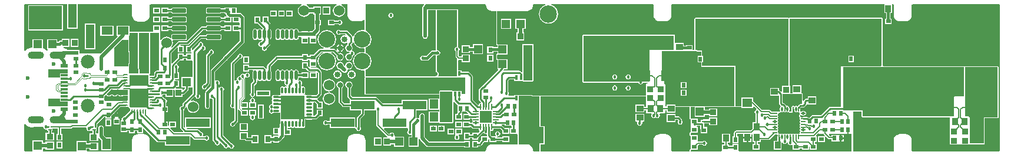
<source format=gbr>
%TF.GenerationSoftware,Altium Limited,Altium Designer,19.0.15 (446)*%
G04 Layer_Physical_Order=1*
G04 Layer_Color=794757*
%FSLAX45Y45*%
%MOMM*%
%TF.FileFunction,Copper,L1,Top,Signal*%
%TF.Part,CustomerPanel*%
G01*
G75*
%TA.AperFunction,SMDPad,CuDef*%
%ADD10R,0.60000X0.75000*%
%ADD11R,0.85000X0.95000*%
%TA.AperFunction,ConnectorPad*%
%ADD12R,1.00000X0.30000*%
%ADD13R,1.00000X0.60000*%
%TA.AperFunction,SMDPad,CuDef*%
G04:AMPARAMS|DCode=14|XSize=0.2mm|YSize=0.2mm|CornerRadius=0.05mm|HoleSize=0mm|Usage=FLASHONLY|Rotation=0.000|XOffset=0mm|YOffset=0mm|HoleType=Round|Shape=RoundedRectangle|*
%AMROUNDEDRECTD14*
21,1,0.20000,0.10000,0,0,0.0*
21,1,0.10000,0.20000,0,0,0.0*
1,1,0.10000,0.05000,-0.05000*
1,1,0.10000,-0.05000,-0.05000*
1,1,0.10000,-0.05000,0.05000*
1,1,0.10000,0.05000,0.05000*
%
%ADD14ROUNDEDRECTD14*%
%ADD15R,0.70000X0.50000*%
%ADD16R,0.64000X0.60000*%
%ADD17R,1.20000X1.20000*%
%ADD18R,0.90000X1.00000*%
%ADD19R,0.75000X0.60000*%
%ADD20R,2.50000X3.00000*%
%ADD21R,0.50000X0.65000*%
%ADD22R,0.50000X0.55000*%
%ADD23R,4.60000X4.12000*%
%ADD24R,0.65000X0.50000*%
%ADD25R,0.55000X0.50000*%
%ADD26R,4.12000X4.60000*%
%ADD27R,0.60000X0.64000*%
%ADD28O,0.70000X0.20000*%
%ADD29C,0.80010*%
G04:AMPARAMS|DCode=30|XSize=0.7mm|YSize=0.7mm|CornerRadius=0.0875mm|HoleSize=0mm|Usage=FLASHONLY|Rotation=90.000|XOffset=0mm|YOffset=0mm|HoleType=Round|Shape=RoundedRectangle|*
%AMROUNDEDRECTD30*
21,1,0.70000,0.52500,0,0,90.0*
21,1,0.52500,0.70000,0,0,90.0*
1,1,0.17500,0.26250,0.26250*
1,1,0.17500,0.26250,-0.26250*
1,1,0.17500,-0.26250,-0.26250*
1,1,0.17500,-0.26250,0.26250*
%
%ADD30ROUNDEDRECTD30*%
G04:AMPARAMS|DCode=31|XSize=0.7mm|YSize=1.253mm|CornerRadius=0.0875mm|HoleSize=0mm|Usage=FLASHONLY|Rotation=90.000|XOffset=0mm|YOffset=0mm|HoleType=Round|Shape=RoundedRectangle|*
%AMROUNDEDRECTD31*
21,1,0.70000,1.07800,0,0,90.0*
21,1,0.52500,1.25300,0,0,90.0*
1,1,0.17500,0.53900,0.26250*
1,1,0.17500,0.53900,-0.26250*
1,1,0.17500,-0.53900,-0.26250*
1,1,0.17500,-0.53900,0.26250*
%
%ADD31ROUNDEDRECTD31*%
G04:AMPARAMS|DCode=32|XSize=1.53mm|YSize=2.65mm|CornerRadius=0.03825mm|HoleSize=0mm|Usage=FLASHONLY|Rotation=90.000|XOffset=0mm|YOffset=0mm|HoleType=Round|Shape=RoundedRectangle|*
%AMROUNDEDRECTD32*
21,1,1.53000,2.57350,0,0,90.0*
21,1,1.45350,2.65000,0,0,90.0*
1,1,0.07650,1.28675,0.72675*
1,1,0.07650,1.28675,-0.72675*
1,1,0.07650,-1.28675,-0.72675*
1,1,0.07650,-1.28675,0.72675*
%
%ADD32ROUNDEDRECTD32*%
G04:AMPARAMS|DCode=33|XSize=2.72mm|YSize=2.65mm|CornerRadius=0.06625mm|HoleSize=0mm|Usage=FLASHONLY|Rotation=90.000|XOffset=0mm|YOffset=0mm|HoleType=Round|Shape=RoundedRectangle|*
%AMROUNDEDRECTD33*
21,1,2.72000,2.51750,0,0,90.0*
21,1,2.58750,2.65000,0,0,90.0*
1,1,0.13250,1.25875,1.29375*
1,1,0.13250,1.25875,-1.29375*
1,1,0.13250,-1.25875,-1.29375*
1,1,0.13250,-1.25875,1.29375*
%
%ADD33ROUNDEDRECTD33*%
G04:AMPARAMS|DCode=34|XSize=0.2mm|YSize=0.6mm|CornerRadius=0.04mm|HoleSize=0mm|Usage=FLASHONLY|Rotation=90.000|XOffset=0mm|YOffset=0mm|HoleType=Round|Shape=RoundedRectangle|*
%AMROUNDEDRECTD34*
21,1,0.20000,0.52000,0,0,90.0*
21,1,0.12000,0.60000,0,0,90.0*
1,1,0.08000,0.26000,0.06000*
1,1,0.08000,0.26000,-0.06000*
1,1,0.08000,-0.26000,-0.06000*
1,1,0.08000,-0.26000,0.06000*
%
%ADD34ROUNDEDRECTD34*%
G04:AMPARAMS|DCode=35|XSize=0.6mm|YSize=0.2mm|CornerRadius=0.04mm|HoleSize=0mm|Usage=FLASHONLY|Rotation=90.000|XOffset=0mm|YOffset=0mm|HoleType=Round|Shape=RoundedRectangle|*
%AMROUNDEDRECTD35*
21,1,0.60000,0.12000,0,0,90.0*
21,1,0.52000,0.20000,0,0,90.0*
1,1,0.08000,0.06000,0.26000*
1,1,0.08000,0.06000,-0.26000*
1,1,0.08000,-0.06000,-0.26000*
1,1,0.08000,-0.06000,0.26000*
%
%ADD35ROUNDEDRECTD35*%
%ADD36R,1.27000X3.43000*%
%ADD37R,0.95000X0.85000*%
%ADD38R,1.30000X1.40000*%
%ADD39R,0.17000X0.52000*%
%ADD40R,0.27000X0.17000*%
%ADD41R,1.20000X1.20000*%
%ADD42R,0.52000X0.17000*%
%ADD43R,0.17000X0.27000*%
%ADD44R,4.70000X3.43000*%
%ADD45R,1.00000X1.60000*%
%ADD46R,0.66000X0.32000*%
G04:AMPARAMS|DCode=47|XSize=1.97mm|YSize=0.6mm|CornerRadius=0.075mm|HoleSize=0mm|Usage=FLASHONLY|Rotation=0.000|XOffset=0mm|YOffset=0mm|HoleType=Round|Shape=RoundedRectangle|*
%AMROUNDEDRECTD47*
21,1,1.97000,0.45000,0,0,0.0*
21,1,1.82000,0.60000,0,0,0.0*
1,1,0.15000,0.91000,-0.22500*
1,1,0.15000,-0.91000,-0.22500*
1,1,0.15000,-0.91000,0.22500*
1,1,0.15000,0.91000,0.22500*
%
%ADD47ROUNDEDRECTD47*%
%ADD48R,3.43000X1.27000*%
%ADD49O,0.45000X1.40000*%
%ADD50R,2.23000X1.80000*%
%ADD51R,0.35000X0.30000*%
%ADD52R,0.44000X0.65000*%
%ADD53R,1.09000X0.65000*%
%ADD54R,2.80000X1.90000*%
%ADD55R,3.43000X4.70000*%
%ADD56R,2.70000X2.20000*%
G04:AMPARAMS|DCode=57|XSize=0.83mm|YSize=0.22mm|CornerRadius=0.0275mm|HoleSize=0mm|Usage=FLASHONLY|Rotation=180.000|XOffset=0mm|YOffset=0mm|HoleType=Round|Shape=RoundedRectangle|*
%AMROUNDEDRECTD57*
21,1,0.83000,0.16500,0,0,180.0*
21,1,0.77500,0.22000,0,0,180.0*
1,1,0.05500,-0.38750,0.08250*
1,1,0.05500,0.38750,0.08250*
1,1,0.05500,0.38750,-0.08250*
1,1,0.05500,-0.38750,-0.08250*
%
%ADD57ROUNDEDRECTD57*%
G04:AMPARAMS|DCode=58|XSize=0.83mm|YSize=0.22mm|CornerRadius=0.0275mm|HoleSize=0mm|Usage=FLASHONLY|Rotation=90.000|XOffset=0mm|YOffset=0mm|HoleType=Round|Shape=RoundedRectangle|*
%AMROUNDEDRECTD58*
21,1,0.83000,0.16500,0,0,90.0*
21,1,0.77500,0.22000,0,0,90.0*
1,1,0.05500,0.08250,0.38750*
1,1,0.05500,0.08250,-0.38750*
1,1,0.05500,-0.08250,-0.38750*
1,1,0.05500,-0.08250,0.38750*
%
%ADD58ROUNDEDRECTD58*%
%ADD59R,1.75000X1.75000*%
%ADD60R,1.50000X2.40000*%
%ADD61R,1.00000X0.90000*%
%ADD62R,1.40000X1.30000*%
%ADD63R,1.65000X1.20000*%
%ADD64R,1.20000X1.65000*%
%TA.AperFunction,BGAPad,CuDef*%
%ADD65C,0.80000*%
%TA.AperFunction,SMDPad,CuDef*%
%ADD66O,0.20000X0.70000*%
%ADD67R,3.00000X3.00000*%
%ADD68R,2.45000X2.55000*%
%ADD69R,2.55000X2.45000*%
%ADD70R,0.80000X0.90000*%
%ADD71O,0.95000X0.30000*%
%ADD72O,0.30000X0.95000*%
%ADD73R,3.35000X3.35000*%
%TA.AperFunction,Conductor*%
%ADD74C,0.25400*%
%ADD75C,0.38100*%
%ADD76C,0.20320*%
%ADD77C,0.23066*%
%ADD78C,0.30480*%
%ADD79C,0.50800*%
%ADD80C,0.16962*%
%ADD81C,0.10564*%
%ADD82C,0.12700*%
%ADD83C,0.15240*%
%ADD84C,0.40640*%
%TA.AperFunction,ViaPad*%
%ADD85C,1.52400*%
%TA.AperFunction,ComponentPad*%
G04:AMPARAMS|DCode=86|XSize=1mm|YSize=2.3mm|CornerRadius=0.5mm|HoleSize=0mm|Usage=FLASHONLY|Rotation=270.000|XOffset=0mm|YOffset=0mm|HoleType=Round|Shape=RoundedRectangle|*
%AMROUNDEDRECTD86*
21,1,1.00000,1.30000,0,0,270.0*
21,1,0.00000,2.30000,0,0,270.0*
1,1,1.00000,-0.65000,0.00000*
1,1,1.00000,-0.65000,0.00000*
1,1,1.00000,0.65000,0.00000*
1,1,1.00000,0.65000,0.00000*
%
%ADD86ROUNDEDRECTD86*%
%ADD87C,0.40000*%
%TA.AperFunction,ViaPad*%
%ADD88C,2.50000*%
%TA.AperFunction,ComponentPad*%
%ADD89C,2.37500*%
%ADD90C,0.85000*%
%ADD91C,1.52400*%
%ADD92C,0.45720*%
%TA.AperFunction,ViaPad*%
%ADD93C,0.45720*%
%ADD94C,0.60000*%
%ADD95C,1.98000*%
G36*
X9864020Y8061920D02*
X10028814D01*
X10031340Y8049220D01*
X10002856Y8037421D01*
X9974091Y8015349D01*
X9952019Y7986584D01*
X9938144Y7953087D01*
X9933412Y7917140D01*
X9938144Y7881194D01*
X9952019Y7847696D01*
X9974091Y7818932D01*
X10002856Y7796860D01*
X10036353Y7782985D01*
X10072300Y7778252D01*
X10108247Y7782985D01*
X10141744Y7796860D01*
X10170509Y7818932D01*
X10192581Y7847696D01*
X10206456Y7881194D01*
X10211188Y7917140D01*
X10206456Y7953087D01*
X10192581Y7986584D01*
X10170509Y8015349D01*
X10141744Y8037421D01*
X10113260Y8049220D01*
X10115786Y8061920D01*
X11574276Y8061920D01*
X11574878Y8062040D01*
X11578958Y8060350D01*
X11585737Y8050458D01*
X11585837Y8037795D01*
Y7900458D01*
X11585820D01*
X11588831Y7877590D01*
X11597658Y7856280D01*
X11611699Y7837981D01*
X11629998Y7823940D01*
X11651308Y7815113D01*
X11673244Y7812225D01*
X11674276Y7812020D01*
X11754276D01*
X11755503Y7812264D01*
X11777144Y7815113D01*
X11798454Y7823940D01*
X11816753Y7837981D01*
X11830794Y7856280D01*
X11839621Y7877590D01*
X11842470Y7899231D01*
X11842714Y7900458D01*
Y8049855D01*
X11842815Y8050358D01*
X11842815D01*
X11849595Y8060250D01*
X11853674Y8061940D01*
X11854276Y8061820D01*
X14889584D01*
X14900420Y8057320D01*
X14900420Y8049120D01*
Y7931920D01*
X14925748D01*
Y7850184D01*
X14913921D01*
Y7774784D01*
X15004320D01*
Y7850184D01*
X14990492D01*
Y7931920D01*
X15015820D01*
X15015820Y8057320D01*
X15026656Y8061820D01*
X15028116D01*
X15028719Y8061940D01*
X15032797Y8060250D01*
X15039577Y8050359D01*
X15039677Y8037695D01*
Y7900359D01*
X15039661D01*
X15042670Y7877490D01*
X15051497Y7856181D01*
X15065540Y7837881D01*
X15083838Y7823840D01*
X15105148Y7815013D01*
X15127084Y7812125D01*
X15128116Y7811920D01*
X15208116D01*
X15209343Y7812164D01*
X15230984Y7815013D01*
X15252293Y7823840D01*
X15270593Y7837881D01*
X15284634Y7856181D01*
X15293462Y7877490D01*
X15296310Y7899131D01*
X15296555Y7900359D01*
Y8049756D01*
X15296654Y8050258D01*
X15296654D01*
X15301315Y8057059D01*
X15308116Y8061720D01*
X15320779Y8061820D01*
X16548120D01*
X16548721Y8061940D01*
X16552802Y8060250D01*
X16559581Y8050358D01*
X16559589Y8037659D01*
X16560037Y7179620D01*
D01*
X16560681Y5950438D01*
X16560802Y5949837D01*
X16557562Y5942017D01*
X16549736Y5938775D01*
X16549120Y5938897D01*
X15308105D01*
X15307491Y5938775D01*
X15303244Y5940533D01*
X15296545Y5950459D01*
X15296544Y5962399D01*
Y6100457D01*
X15296544Y6100458D01*
X15296562D01*
X15293549Y6123353D01*
X15284712Y6144687D01*
X15270654Y6163007D01*
X15252335Y6177064D01*
X15231000Y6185901D01*
X15208105Y6188915D01*
Y6188898D01*
X15208105Y6188897D01*
X15128107D01*
Y6188915D01*
X15105212Y6185901D01*
X15083878Y6177064D01*
X15065558Y6163007D01*
X15051500Y6144687D01*
X15042664Y6123353D01*
X15039648Y6100458D01*
X15039667D01*
Y5950459D01*
X15039793Y5949827D01*
X15036559Y5942017D01*
X15028731Y5938775D01*
X15028116Y5938897D01*
X14455620D01*
Y6511474D01*
X14576193D01*
Y6440375D01*
X14580220Y6430654D01*
X14589940Y6426628D01*
X14610571D01*
Y6425500D01*
X14775970D01*
Y6426628D01*
X14808072D01*
Y6425500D01*
X14973471D01*
Y6426628D01*
X15845615D01*
Y6051548D01*
X15846660Y6049022D01*
Y6036921D01*
X15967059D01*
Y6037802D01*
X16006660D01*
Y6036920D01*
X16127060D01*
Y6036920D01*
X16129286Y6038407D01*
X16129366Y6038374D01*
X16330620D01*
X16340340Y6042400D01*
X16344366Y6052120D01*
Y6416812D01*
X16528979D01*
X16538699Y6420838D01*
X16542726Y6430558D01*
Y7152120D01*
X16538699Y7161841D01*
X16528979Y7165867D01*
X16066701Y7165867D01*
X16057288Y7161968D01*
X16047873Y7165867D01*
X14888300D01*
X14887231Y7166426D01*
X14879025Y7176673D01*
Y7852120D01*
X14875000Y7861841D01*
X14865280Y7865867D01*
X13540477D01*
X13539177Y7865328D01*
X13537796Y7865603D01*
X13534460Y7863375D01*
X13531042Y7861959D01*
X13525620Y7864205D01*
X12638320D01*
Y7864820D01*
X12200920D01*
Y7864205D01*
X12184022D01*
X12174301Y7860179D01*
X12170275Y7850459D01*
Y7401257D01*
X12143320D01*
Y7469320D01*
X12052920D01*
Y7463992D01*
X12020820D01*
Y7499820D01*
X11902146D01*
X11889446Y7510046D01*
Y7607120D01*
X11885420Y7616841D01*
X11875700Y7620867D01*
X10575254Y7620867D01*
X10565533Y7616840D01*
X10561507Y7607120D01*
Y7594420D01*
D01*
X10561507Y6944320D01*
X10565533Y6934600D01*
X10575253Y6930574D01*
X11366215Y6930573D01*
X11367223Y6925506D01*
X11375082Y6913743D01*
X11386845Y6905884D01*
X11400720Y6903124D01*
X11414595Y6905884D01*
X11426357Y6913743D01*
X11434217Y6925506D01*
X11435225Y6930573D01*
X11500195D01*
Y6915802D01*
X11484820D01*
X11475099Y6911776D01*
X11471073Y6902055D01*
Y6743660D01*
X9842820D01*
Y6750736D01*
X9578422D01*
Y6743660D01*
X9502569D01*
X9495780Y6756360D01*
X9498737Y6760785D01*
X9501497Y6774660D01*
X9498737Y6788535D01*
X9491137Y6799908D01*
Y6956322D01*
X9509454Y6974639D01*
X9578422D01*
Y6955336D01*
X9647821D01*
Y6955336D01*
X9701310D01*
X9703100Y6951016D01*
X9712820Y6946990D01*
X9840620D01*
X9850340Y6951016D01*
X9854366Y6960736D01*
X9854366Y7316921D01*
X9854569D01*
Y7482320D01*
X9848736D01*
X9840619Y7485682D01*
X9714385D01*
X9710620Y7485683D01*
X9702463Y7482321D01*
X9699169D01*
X9696872Y7471936D01*
X9696873Y7470572D01*
X9696873Y7087952D01*
X9684173Y7082692D01*
X9673932Y7092933D01*
X9665531Y7098547D01*
X9655620Y7100518D01*
X9431839D01*
X9426663Y7109981D01*
X9426220Y7112859D01*
X9430100Y7116739D01*
X9435140Y7124283D01*
X9484487D01*
Y7269683D01*
X9339087D01*
X9335620Y7280947D01*
Y7323019D01*
X9339087Y7334283D01*
X9484487D01*
Y7479683D01*
X9339087D01*
X9335620Y7490947D01*
Y7514620D01*
Y7961920D01*
X9764020D01*
Y7961902D01*
X9786914Y7964916D01*
X9808248Y7973753D01*
X9826568Y7987810D01*
X9840626Y8006130D01*
X9849463Y8027464D01*
X9852477Y8050358D01*
X9859167Y8060287D01*
X9863404Y8062042D01*
X9864020Y8061920D01*
D02*
G37*
G36*
X7182808Y8058800D02*
X7186043Y8050990D01*
X7185917Y8050358D01*
Y7901303D01*
X7185909Y7900358D01*
X7185909D01*
X7188923Y7877464D01*
X7197760Y7856130D01*
X7211817Y7837810D01*
X7230137Y7823753D01*
X7251471Y7814916D01*
X7274366Y7811902D01*
Y7811920D01*
X7354366D01*
Y7811902D01*
X7377260Y7814916D01*
X7398594Y7823753D01*
X7416673Y7837625D01*
X7421434Y7836987D01*
X7429373Y7834292D01*
Y7696679D01*
X7416673Y7685541D01*
X7394620Y7688445D01*
X7360305Y7683927D01*
X7328328Y7670682D01*
X7300869Y7649612D01*
X7279799Y7622153D01*
X7269360Y7596951D01*
X7260913Y7596636D01*
X7255832Y7597480D01*
X7250892Y7604873D01*
X7179392Y7676373D01*
X7170990Y7681987D01*
X7161080Y7683958D01*
X7082568D01*
X7071195Y7691557D01*
X7057320Y7694317D01*
X7043445Y7691557D01*
X7031682Y7683698D01*
X7023823Y7671935D01*
X7021063Y7658060D01*
X7023823Y7644186D01*
X7031682Y7632423D01*
X7043445Y7624564D01*
X7057320Y7621804D01*
X7071195Y7624564D01*
X7082568Y7632163D01*
X7149745D01*
X7156688Y7623481D01*
X7151019Y7612622D01*
X7140620Y7614691D01*
X7118107Y7610212D01*
X7099021Y7597460D01*
X7086268Y7578374D01*
X7081790Y7555860D01*
X7086268Y7533347D01*
X7099021Y7514261D01*
X7118107Y7501508D01*
X7140620Y7497030D01*
X7163133Y7501508D01*
X7172078Y7507485D01*
X7181235Y7498329D01*
X7180194Y7496771D01*
X7178222Y7486861D01*
Y7474938D01*
X7166125Y7466855D01*
X7154478Y7449423D01*
X7150388Y7428860D01*
X7154478Y7408298D01*
X7166125Y7390866D01*
X7183557Y7379218D01*
X7204120Y7375128D01*
X7204667Y7375237D01*
X7211979Y7364961D01*
X7207343Y7354952D01*
X7204120Y7355593D01*
X7183557Y7351503D01*
X7166125Y7339855D01*
X7154478Y7322423D01*
X7150388Y7301860D01*
X7154478Y7281298D01*
X7166125Y7263866D01*
X7183557Y7252218D01*
X7204120Y7248128D01*
X7224683Y7252218D01*
X7242115Y7263866D01*
X7253762Y7281298D01*
X7257852Y7301860D01*
X7255385Y7314267D01*
X7260901Y7315364D01*
X7272664Y7323223D01*
X7280523Y7334986D01*
X7283283Y7348861D01*
X7280523Y7362735D01*
X7272664Y7374498D01*
X7260901Y7382357D01*
X7252783Y7383972D01*
X7246400Y7396420D01*
X7246356Y7397214D01*
X7253762Y7408298D01*
X7257852Y7428860D01*
X7253762Y7449423D01*
X7242115Y7466855D01*
X7240068Y7468223D01*
X7238457Y7484573D01*
X7250892Y7497008D01*
X7256506Y7505410D01*
X7257474Y7510277D01*
X7270682Y7511578D01*
X7279799Y7489568D01*
X7300869Y7462109D01*
X7328328Y7441039D01*
X7360305Y7427794D01*
X7394620Y7423276D01*
X7416673Y7426179D01*
X7429373Y7415042D01*
Y7379179D01*
X7416673Y7368041D01*
X7394620Y7370945D01*
X7360305Y7366427D01*
X7328328Y7353182D01*
X7300869Y7332112D01*
X7279799Y7304653D01*
X7266553Y7272676D01*
X7262036Y7238360D01*
X7266553Y7204045D01*
X7279799Y7172068D01*
X7300869Y7144609D01*
X7328328Y7123539D01*
X7360305Y7110294D01*
X7394620Y7105776D01*
X7416673Y7108679D01*
X7429373Y7097542D01*
Y7020536D01*
X7432876Y7012080D01*
X7430684Y7006789D01*
Y6767120D01*
X7434711Y6757400D01*
X7444431Y6753374D01*
X8498993D01*
Y6702320D01*
X8353122D01*
Y6536920D01*
X8498993D01*
Y6514820D01*
X8353122D01*
Y6349420D01*
X8505385D01*
X8512740Y6346374D01*
X8689999D01*
X8699720Y6350400D01*
X8703746Y6360120D01*
Y6649409D01*
X8716446Y6654670D01*
X8760068Y6611048D01*
X8760670Y6610646D01*
X8766200Y6600236D01*
X8766200Y6592937D01*
Y6510837D01*
X8766200Y6510837D01*
X8766200D01*
X8763166Y6498931D01*
X8762808Y6498573D01*
X8757194Y6490171D01*
X8755223Y6480261D01*
Y6478720D01*
X8730920D01*
Y6393320D01*
X8831320D01*
Y6478720D01*
X8831321Y6478720D01*
X8828343Y6491420D01*
X8832826Y6498130D01*
X8834798Y6508040D01*
X8837594Y6510836D01*
X8851600Y6510836D01*
X8864300Y6510836D01*
X8893696D01*
X8914078Y6490454D01*
X8909218Y6478720D01*
X8845920D01*
Y6393320D01*
X8946320D01*
Y6408723D01*
X8972314D01*
X8977117Y6402870D01*
Y6386371D01*
X8978316Y6380342D01*
X8981401Y6374620D01*
X8978316Y6368899D01*
X8977117Y6362870D01*
Y6357614D01*
X8976818Y6357013D01*
X8964417Y6348177D01*
X8961800Y6348698D01*
X8945560D01*
Y6365500D01*
X8845160D01*
Y6280100D01*
X8945560D01*
Y6284455D01*
X8958260Y6289716D01*
X8975667Y6272308D01*
X8984069Y6266694D01*
X8993980Y6264723D01*
X9071617D01*
Y6251871D01*
X9072816Y6245842D01*
X9076231Y6240732D01*
X9077265Y6240041D01*
X9080189Y6227547D01*
X9079850Y6224665D01*
X9068529Y6213345D01*
X9058580Y6207108D01*
Y6207108D01*
X9058579Y6207108D01*
X8973180D01*
Y6182838D01*
X8944280D01*
Y6207140D01*
X8858880D01*
Y6106740D01*
X8944280D01*
Y6131042D01*
X8973180D01*
Y6106708D01*
X9058580D01*
Y6132998D01*
X9058660Y6133014D01*
X9067062Y6138628D01*
X9132006Y6203572D01*
X9148356Y6201961D01*
X9150042Y6199437D01*
X9161805Y6191577D01*
X9175680Y6188817D01*
X9177722Y6189224D01*
X9190422Y6178801D01*
Y6163587D01*
X9185006Y6156987D01*
X9107920D01*
Y6108212D01*
X9083628Y6083920D01*
X9078014Y6075518D01*
X9077281Y6071834D01*
X9073253Y6067805D01*
X9058580D01*
Y6092108D01*
X8973180D01*
Y5991708D01*
X9058580D01*
Y6016010D01*
X9083980D01*
X9093890Y6017982D01*
X9102292Y6023596D01*
X9120253Y6041556D01*
X9125867Y6049958D01*
X9126599Y6053642D01*
X9144545Y6071587D01*
X9208320D01*
Y6105150D01*
X9221020Y6111939D01*
X9222920Y6110669D01*
Y6071587D01*
X9323320D01*
Y6088389D01*
X9407040D01*
Y6071587D01*
X9507440D01*
Y6156987D01*
X9407040D01*
Y6140184D01*
X9332311D01*
X9332046Y6140557D01*
X9329968Y6147471D01*
X9340255Y6156844D01*
X9344580Y6155984D01*
X9358454Y6158744D01*
X9370217Y6166603D01*
X9378076Y6178366D01*
X9380836Y6192241D01*
X9378076Y6206115D01*
X9370217Y6217878D01*
X9358454Y6225737D01*
X9344580Y6228497D01*
X9330705Y6225737D01*
X9318942Y6217878D01*
X9311083Y6206115D01*
X9308323Y6192241D01*
X9311083Y6178366D01*
X9316882Y6169687D01*
X9313031Y6159207D01*
X9311256Y6156987D01*
X9259545D01*
X9242217Y6174314D01*
Y6231889D01*
X9247370Y6236118D01*
X9263870D01*
X9269898Y6237317D01*
X9275009Y6240732D01*
X9278424Y6245842D01*
X9279623Y6251871D01*
Y6264723D01*
X9381635D01*
X9406470Y6239888D01*
Y6191113D01*
X9506870D01*
Y6276512D01*
X9443095D01*
X9410674Y6308933D01*
X9402272Y6314547D01*
X9401288Y6314743D01*
X9402539Y6327443D01*
X9440169D01*
Y6307360D01*
X9515469D01*
X9525569Y6307360D01*
X9536392Y6307360D01*
X9545372Y6298380D01*
Y6276512D01*
X9521470D01*
Y6191113D01*
X9619173D01*
X9621870Y6191112D01*
X9631874Y6184603D01*
Y6038819D01*
X9262443D01*
Y6038837D01*
X9239549Y6035823D01*
X9218215Y6026986D01*
X9199895Y6012929D01*
X9185837Y5994609D01*
X9177000Y5973275D01*
X9173986Y5950381D01*
X9167296Y5940452D01*
X9163161Y5938739D01*
X9162365Y5938897D01*
X7454356D01*
X7453740Y5938775D01*
X7445914Y5942017D01*
X7442679Y5949827D01*
X7442805Y5950459D01*
Y6100458D01*
X7442813D01*
X7439799Y6123353D01*
X7430962Y6144687D01*
X7416904Y6163007D01*
X7398584Y6177064D01*
X7377250Y6185901D01*
X7354356Y6188915D01*
Y6188897D01*
X7274356D01*
Y6188915D01*
X7251462Y6185901D01*
X7230128Y6177064D01*
X7211808Y6163007D01*
X7197750Y6144687D01*
X7188913Y6123353D01*
X7185900Y6100458D01*
X7185917D01*
Y5950459D01*
X7186043Y5949827D01*
X7182808Y5942017D01*
X7174982Y5938775D01*
X7174366Y5938897D01*
X4353116D01*
X4352500Y5938775D01*
X4344674Y5942017D01*
X4341439Y5949827D01*
X4341565Y5950459D01*
Y6099514D01*
X4341573Y6100459D01*
X4341573D01*
X4338559Y6123353D01*
X4329722Y6144687D01*
X4315664Y6163007D01*
X4297344Y6177064D01*
X4276010Y6185901D01*
X4253116Y6188915D01*
Y6188897D01*
X4173116D01*
Y6188915D01*
X4150222Y6185901D01*
X4128888Y6177064D01*
X4110568Y6163007D01*
X4096510Y6144687D01*
X4087674Y6123353D01*
X4086239Y6112455D01*
X4084660Y6100458D01*
X4084677D01*
Y5950459D01*
X4084803Y5949827D01*
X4081568Y5942017D01*
X4073742Y5938775D01*
X4073126Y5938897D01*
X3446268D01*
X3434820Y5941921D01*
X3434820Y5951597D01*
Y5975774D01*
X3476920D01*
Y5956920D01*
X3597320D01*
Y6067320D01*
X3476920D01*
Y6053467D01*
X3434820D01*
Y6087320D01*
X3289420D01*
X3289420Y5941921D01*
X3277973Y5938897D01*
X2808727D01*
X2800720Y5948280D01*
X2800720Y5951597D01*
Y5982134D01*
X2842820D01*
Y5965781D01*
X2963220D01*
Y6076181D01*
X2842820D01*
Y6059827D01*
X2800720D01*
Y6093680D01*
X2655320D01*
Y5951597D01*
X2655320Y5948280D01*
X2647313Y5938897D01*
X2549120D01*
X2548504Y5938775D01*
X2540678Y5942017D01*
X2537490Y5949713D01*
X2537658Y5950558D01*
Y6327348D01*
X2550358Y6331659D01*
X2561388Y6317285D01*
X2583885Y6300022D01*
X2610085Y6289170D01*
X2638200Y6285469D01*
X2768200D01*
X2796315Y6289170D01*
X2797935Y6289841D01*
X2811227Y6281600D01*
X2812503Y6275186D01*
X2820362Y6263423D01*
X2832125Y6255564D01*
X2846000Y6252804D01*
X2851620Y6253922D01*
X2864320Y6244423D01*
Y6228460D01*
X2877123D01*
Y6206181D01*
X2842820D01*
Y6095781D01*
X2963220D01*
Y6206181D01*
X2928918D01*
Y6228460D01*
X2941720D01*
Y6266353D01*
X3018272D01*
Y6193688D01*
X2998880D01*
Y6093288D01*
X3084280D01*
Y6193688D01*
X3064888D01*
Y6266353D01*
X3204088D01*
X3213008Y6268127D01*
X3220569Y6273179D01*
X3234202Y6286813D01*
X3420996D01*
X3429369Y6278077D01*
X3430736Y6274878D01*
X3429503Y6268680D01*
X3432263Y6254806D01*
X3440122Y6243043D01*
X3451885Y6235184D01*
X3465760Y6232424D01*
X3479635Y6235184D01*
X3486720Y6239917D01*
X3499420Y6233930D01*
Y6230920D01*
X3512222D01*
Y6197320D01*
X3476920D01*
Y6086920D01*
X3597320D01*
Y6130037D01*
X3610020Y6133889D01*
X3612852Y6129652D01*
X3644420Y6098084D01*
Y5951921D01*
X3789819D01*
Y6142320D01*
X3710057D01*
X3679167Y6173211D01*
Y6273421D01*
X3676210Y6288286D01*
X3667789Y6300889D01*
X3655186Y6309310D01*
X3640320Y6312267D01*
X3625454Y6309310D01*
X3612852Y6300889D01*
X3604431Y6288286D01*
X3601474Y6273421D01*
Y6208300D01*
X3597320Y6197321D01*
X3588773Y6197320D01*
X3564017D01*
Y6230920D01*
X3576820D01*
Y6278129D01*
X3579546Y6282210D01*
X3581517Y6292121D01*
Y6337653D01*
X3682578Y6438714D01*
X3702460D01*
Y6412481D01*
X3787860D01*
Y6451081D01*
X3823528Y6486750D01*
X3824411Y6486025D01*
X3824412Y6486024D01*
X3833393Y6478654D01*
X3832444Y6477233D01*
X3828503Y6471335D01*
X3828269Y6470160D01*
X3849300D01*
Y6491191D01*
X3848125Y6490957D01*
X3842228Y6487017D01*
X3840806Y6486068D01*
X3832711Y6495932D01*
X3916002Y6579223D01*
X3990620D01*
X4000530Y6581194D01*
X4001786Y6582033D01*
X4017100D01*
X4022821Y6583171D01*
X4024109Y6583158D01*
X4027465Y6581989D01*
X4036079Y6576382D01*
X4037021Y6571645D01*
X4041292Y6565253D01*
X4047685Y6560982D01*
X4052422Y6560039D01*
X4058029Y6551425D01*
X4059197Y6548069D01*
X4059211Y6546782D01*
X4058073Y6541060D01*
Y6529198D01*
X3970221Y6441346D01*
X3956805Y6438678D01*
X3945043Y6430818D01*
X3937183Y6419056D01*
X3934423Y6405181D01*
X3935398Y6400281D01*
X3925561Y6387581D01*
X3923980D01*
Y6302181D01*
X3923979D01*
Y6299580D01*
X3923980D01*
Y6214181D01*
X4013380D01*
Y6228453D01*
X4037740D01*
Y6201620D01*
X4123140D01*
Y6228453D01*
X4157920D01*
Y6201620D01*
X4243320D01*
Y6262814D01*
X4255053Y6267675D01*
X4447620Y6075108D01*
X4456021Y6069494D01*
X4465932Y6067523D01*
X4555420D01*
Y6017220D01*
X4923820D01*
Y6145365D01*
X4935553Y6150225D01*
X4973279Y6112499D01*
X4980840Y6107447D01*
X4989760Y6105673D01*
X5127664D01*
X5129221Y6103342D01*
X5140984Y6095483D01*
X5154859Y6092723D01*
X5168733Y6095483D01*
X5180496Y6103342D01*
X5188355Y6115105D01*
X5191115Y6128979D01*
X5188355Y6142854D01*
X5180496Y6154617D01*
X5168733Y6162476D01*
X5154859Y6165236D01*
X5140984Y6162476D01*
X5129221Y6154617D01*
X5127665Y6152288D01*
X5107318D01*
X5100530Y6164988D01*
X5104537Y6170986D01*
X5107297Y6184860D01*
X5104537Y6198735D01*
X5096677Y6210498D01*
X5084915Y6218357D01*
X5071040Y6221117D01*
X5069943Y6220899D01*
X5040251Y6250591D01*
X5032235Y6255947D01*
X5022780Y6257828D01*
X4871362D01*
X4870899Y6258520D01*
X4877687Y6271220D01*
X5215820D01*
Y6423620D01*
X4847420D01*
Y6286963D01*
X4836031Y6282245D01*
X4826507Y6290084D01*
Y6526902D01*
X4827437Y6527523D01*
X4835297Y6539286D01*
X4838057Y6553160D01*
X4837838Y6554257D01*
X4854831Y6571249D01*
X4859684Y6578513D01*
X4862515Y6578848D01*
X4872690Y6577023D01*
X4875208Y6557893D01*
X4884166Y6536267D01*
X4898416Y6517696D01*
X4916986Y6503446D01*
X4938612Y6494489D01*
X4961820Y6491433D01*
X4985027Y6494489D01*
X5006653Y6503446D01*
X5025224Y6517696D01*
X5039474Y6536267D01*
X5048432Y6557893D01*
X5051487Y6581100D01*
X5048432Y6604308D01*
X5039474Y6625934D01*
X5025224Y6644505D01*
X5006653Y6658754D01*
X4985027Y6667712D01*
X4961820Y6670767D01*
X4938799Y6667736D01*
X4938412Y6668028D01*
X4931694Y6678593D01*
X4980023Y6726921D01*
X4993803Y6722741D01*
X4994363Y6719925D01*
X5002222Y6708163D01*
X5013985Y6700303D01*
X5027860Y6697543D01*
X5041735Y6700303D01*
X5053497Y6708163D01*
X5061357Y6719925D01*
X5064117Y6733800D01*
X5061357Y6747675D01*
X5053497Y6759438D01*
X5052567Y6760059D01*
Y7337946D01*
X5105503Y7390882D01*
X5106600Y7390664D01*
X5120475Y7393424D01*
X5132237Y7401283D01*
X5140097Y7413046D01*
X5142857Y7426920D01*
X5140097Y7440795D01*
X5132237Y7452558D01*
X5120475Y7460417D01*
X5117841Y7460941D01*
X5107246Y7466871D01*
X5108623Y7474738D01*
X5109837Y7480841D01*
X5107077Y7494716D01*
X5099217Y7506478D01*
X5087455Y7514338D01*
X5073580Y7517097D01*
X5059705Y7514338D01*
X5047942Y7506478D01*
X5040083Y7494716D01*
X5037323Y7480841D01*
X5037541Y7479744D01*
X4959589Y7401792D01*
X4956260Y7396809D01*
X4943560Y7400261D01*
Y7429376D01*
X5074907Y7560723D01*
X5147200D01*
X5148092Y7556239D01*
X5152557Y7549557D01*
X5159238Y7545092D01*
X5167120Y7543525D01*
X5349120D01*
X5357001Y7545092D01*
X5363683Y7549557D01*
X5368148Y7556239D01*
X5369715Y7564121D01*
Y7609120D01*
X5368148Y7617002D01*
X5363683Y7623684D01*
X5357001Y7628148D01*
X5349120Y7629716D01*
X5167120D01*
X5159238Y7628148D01*
X5152557Y7623684D01*
X5148092Y7617002D01*
X5147200Y7612518D01*
X5064180D01*
X5054269Y7610547D01*
X5045867Y7604933D01*
X4904435Y7463500D01*
X4858160D01*
Y7363100D01*
X4934491D01*
X4938706Y7355801D01*
X4934491Y7348500D01*
X4858160D01*
Y7323008D01*
X4831800D01*
Y7348500D01*
X4746400D01*
Y7290542D01*
X4660088Y7204230D01*
X4648355Y7209090D01*
Y7355373D01*
X4734667Y7441685D01*
X4746400Y7436825D01*
Y7363100D01*
X4831800D01*
Y7463500D01*
X4787037D01*
X4780249Y7476200D01*
X4781059Y7477413D01*
X4883080D01*
X4892535Y7479294D01*
X4900551Y7484649D01*
X5105314Y7689413D01*
X5146864D01*
X5148092Y7683239D01*
X5152557Y7676557D01*
X5159238Y7672092D01*
X5167120Y7670525D01*
X5349120D01*
X5357001Y7672092D01*
X5363683Y7676557D01*
X5368148Y7683239D01*
X5369376Y7689413D01*
X5412920D01*
Y7671420D01*
X5513320D01*
Y7756820D01*
X5412920D01*
Y7738828D01*
X5369177D01*
X5368148Y7744002D01*
X5363683Y7750684D01*
X5357001Y7755148D01*
X5349120Y7756716D01*
X5167120D01*
X5159238Y7755148D01*
X5152557Y7750684D01*
X5148092Y7744002D01*
X5147063Y7738828D01*
X5095080D01*
X5085625Y7736947D01*
X5077609Y7731591D01*
X4872846Y7526828D01*
X4760160D01*
X4750705Y7524947D01*
X4742689Y7519591D01*
X4661549Y7438452D01*
X4651981Y7446843D01*
X4661014Y7458616D01*
X4669972Y7480242D01*
X4673027Y7503449D01*
X4669972Y7526657D01*
X4668010Y7531393D01*
X4669140Y7534728D01*
X4676731Y7543525D01*
X4854120D01*
X4862001Y7545092D01*
X4868683Y7549557D01*
X4873148Y7556239D01*
X4874716Y7564121D01*
Y7609120D01*
X4873148Y7617002D01*
X4868683Y7623684D01*
X4862001Y7628148D01*
X4854120Y7629716D01*
X4672120D01*
X4664239Y7628148D01*
X4657557Y7623684D01*
X4653092Y7617002D01*
X4651524Y7609120D01*
Y7579209D01*
X4638824Y7572946D01*
X4628193Y7581103D01*
X4606567Y7590061D01*
X4583360Y7593116D01*
X4560152Y7590061D01*
X4538526Y7581103D01*
X4519956Y7566854D01*
X4505706Y7548283D01*
X4503126Y7542055D01*
X4490426Y7544582D01*
Y7649620D01*
X4486400Y7659341D01*
X4489217Y7671920D01*
X4490820D01*
Y7757320D01*
X4390420D01*
Y7676067D01*
X4390419Y7671920D01*
X4381263Y7663367D01*
X4341866D01*
X4334993Y7660520D01*
X4328120Y7663367D01*
X4185620D01*
X4178747Y7660520D01*
X4171873Y7663367D01*
X4051031D01*
Y7750780D01*
X3860631D01*
Y7605381D01*
X3875261D01*
X3880122Y7593647D01*
X3634157Y7347683D01*
X3327580D01*
Y7404400D01*
X3238180D01*
Y7400547D01*
X3160291D01*
X3160012Y7400910D01*
X3137514Y7418174D01*
X3111315Y7429026D01*
X3099742Y7430549D01*
X3100574Y7443249D01*
X3184180D01*
Y7563649D01*
X3073780D01*
Y7535821D01*
X3058980D01*
X3046592Y7533357D01*
X3036089Y7526340D01*
X3025546Y7515797D01*
X3010720D01*
Y7556125D01*
X2865320D01*
Y7410725D01*
X2869920D01*
X2873992Y7398566D01*
X2866697Y7388741D01*
X2854350D01*
X2845012Y7400910D01*
X2822514Y7418174D01*
X2800720Y7427201D01*
Y7556125D01*
X2655320D01*
Y7432727D01*
X2638200D01*
X2610085Y7429026D01*
X2583885Y7418174D01*
X2561388Y7400910D01*
X2550358Y7386537D01*
X2537658Y7390848D01*
Y8050348D01*
X2537538Y8050951D01*
X2540754Y8058714D01*
X2548518Y8061930D01*
X2549120Y8061810D01*
X3148260D01*
Y7703920D01*
X3300660D01*
Y8061810D01*
X4060675D01*
X4073116Y8061181D01*
X4083041Y8054482D01*
X4084793Y8050252D01*
X4084667Y8049620D01*
Y7900565D01*
X4084659Y7899620D01*
X4084659D01*
X4085816Y7890834D01*
X4087673Y7876726D01*
X4096510Y7855392D01*
X4110568Y7837072D01*
X4128888Y7823015D01*
X4150222Y7814178D01*
X4173116Y7811164D01*
Y7811182D01*
X4253116D01*
Y7811164D01*
X4276010Y7814178D01*
X4297344Y7823015D01*
X4315664Y7837072D01*
X4329722Y7855392D01*
X4338559Y7876726D01*
X4341572Y7899620D01*
X4341555D01*
Y8049620D01*
X4341429Y8050252D01*
X4343181Y8054482D01*
X4353106Y8061181D01*
X4353106Y8061182D01*
X4356816Y8061920D01*
X6520872D01*
X6523398Y8049220D01*
X6514646Y8045594D01*
X6496076Y8031345D01*
X6481826Y8012774D01*
X6472868Y7991148D01*
X6469813Y7967940D01*
X6472868Y7944733D01*
X6481826Y7923107D01*
X6496076Y7904536D01*
X6514646Y7890286D01*
X6536272Y7881329D01*
X6559480Y7878273D01*
X6582687Y7881329D01*
X6604313Y7890286D01*
X6622884Y7904536D01*
X6637134Y7923107D01*
X6639481Y7928774D01*
X6693280D01*
Y7908157D01*
X6709634D01*
Y7832920D01*
X6703880D01*
Y7757520D01*
X6709634D01*
Y7700661D01*
X6677793Y7668820D01*
X6643780D01*
Y7664837D01*
X6614340D01*
Y7668560D01*
X6524940D01*
Y7664705D01*
X6477989D01*
Y7673256D01*
X6475257Y7686990D01*
X6467478Y7698634D01*
X6455834Y7706414D01*
X6442100Y7709146D01*
X6428366Y7706414D01*
X6416722Y7698634D01*
X6415950Y7697478D01*
X6403250D01*
X6402477Y7698634D01*
X6390834Y7706414D01*
X6377100Y7709146D01*
X6363365Y7706414D01*
X6351722Y7698634D01*
X6350950Y7697478D01*
X6338250D01*
X6337478Y7698634D01*
X6325834Y7706414D01*
X6312100Y7709146D01*
X6298366Y7706414D01*
X6286722Y7698634D01*
X6285950Y7697478D01*
X6273250D01*
X6272477Y7698634D01*
X6260834Y7706414D01*
X6247100Y7709146D01*
X6233365Y7706414D01*
X6221722Y7698634D01*
X6220950Y7697478D01*
X6208250D01*
X6207478Y7698634D01*
X6195834Y7706414D01*
X6182100Y7709146D01*
X6168366Y7706414D01*
X6156722Y7698634D01*
X6148942Y7686990D01*
X6146210Y7673256D01*
Y7627602D01*
X6145843Y7625756D01*
X6146210Y7623910D01*
Y7578256D01*
X6148942Y7564522D01*
X6156722Y7552878D01*
X6168366Y7545099D01*
X6182100Y7542367D01*
X6195834Y7545099D01*
X6207478Y7552878D01*
X6208250Y7554034D01*
X6220950D01*
X6221722Y7552878D01*
X6233365Y7545099D01*
X6247100Y7542367D01*
X6260834Y7545099D01*
X6272477Y7552878D01*
X6273250Y7554034D01*
X6285950D01*
X6286722Y7552878D01*
X6298366Y7545099D01*
X6312100Y7542367D01*
X6325834Y7545099D01*
X6337478Y7552878D01*
X6338250Y7554034D01*
X6350950D01*
X6351722Y7552878D01*
X6363365Y7545099D01*
X6377100Y7542367D01*
X6390834Y7545099D01*
X6402477Y7552878D01*
X6403250Y7554034D01*
X6415950D01*
X6416722Y7552878D01*
X6428366Y7545099D01*
X6442100Y7542367D01*
X6455834Y7545099D01*
X6467478Y7552878D01*
X6475257Y7564522D01*
X6477989Y7578256D01*
Y7587012D01*
X6514912D01*
X6524940Y7580560D01*
X6524940Y7570460D01*
Y7495161D01*
X6614340D01*
Y7570460D01*
X6614340Y7580560D01*
X6624313Y7587144D01*
X6633699D01*
X6643780Y7580820D01*
X6643780Y7570720D01*
Y7495420D01*
X6733180D01*
Y7570720D01*
X6733180Y7580820D01*
X6733180Y7593520D01*
Y7614333D01*
X6775949Y7657102D01*
X6784369Y7669704D01*
X6787327Y7684570D01*
Y7757520D01*
X6799280D01*
Y7832920D01*
X6787327D01*
Y7908157D01*
X6803680D01*
Y8028557D01*
X6693280D01*
Y8006467D01*
X6639746D01*
X6637134Y8012774D01*
X6622884Y8031345D01*
X6604313Y8045594D01*
X6595561Y8049220D01*
X6598087Y8061920D01*
X7023776D01*
X7026302Y8049220D01*
X7017550Y8045594D01*
X6998979Y8031345D01*
X6984730Y8012774D01*
X6975772Y7991148D01*
X6972717Y7967940D01*
X6975772Y7944733D01*
X6984730Y7923107D01*
X6998979Y7904536D01*
X7017550Y7890286D01*
X7039176Y7881329D01*
X7062384Y7878273D01*
X7085591Y7881329D01*
X7107217Y7890286D01*
X7125788Y7904536D01*
X7140038Y7923107D01*
X7148995Y7944733D01*
X7152051Y7967940D01*
X7148995Y7991148D01*
X7140038Y8012774D01*
X7125788Y8031345D01*
X7107217Y8045594D01*
X7098465Y8049220D01*
X7100991Y8061920D01*
X7174366D01*
X7174982Y8062042D01*
X7182808Y8058800D01*
D02*
G37*
G36*
X9167296Y8060287D02*
X9173986Y8050358D01*
X9177000Y8027464D01*
X9185837Y8006130D01*
X9199895Y7987810D01*
X9218215Y7973753D01*
X9239549Y7964916D01*
X9262443Y7961902D01*
Y7961920D01*
X9321873D01*
Y7607120D01*
Y7490947D01*
X9322680Y7489000D01*
X9322482Y7486902D01*
X9325950Y7475638D01*
X9328085Y7473058D01*
X9329367Y7469962D01*
X9331314Y7469156D01*
X9332657Y7467533D01*
X9335993Y7467218D01*
X9339087Y7465936D01*
Y7439492D01*
X9278320D01*
Y7449821D01*
X9192920D01*
Y7349420D01*
X9278320D01*
Y7374748D01*
X9339087D01*
Y7348029D01*
X9335993Y7346748D01*
X9332657Y7346433D01*
X9331314Y7344810D01*
X9329367Y7344003D01*
X9328085Y7340908D01*
X9325950Y7338328D01*
X9322482Y7327064D01*
X9322680Y7324966D01*
X9321873Y7323019D01*
Y7280947D01*
X9322680Y7279000D01*
X9322482Y7276902D01*
X9325950Y7265638D01*
X9328085Y7263058D01*
X9329367Y7259962D01*
X9331314Y7259156D01*
X9332657Y7257533D01*
X9335993Y7257218D01*
X9339087Y7255936D01*
Y7124283D01*
X9347800D01*
X9352660Y7112550D01*
X9124468Y6884357D01*
X9123189Y6884103D01*
X9114787Y6878489D01*
X9077307Y6841009D01*
X9071694Y6832607D01*
X9069722Y6822697D01*
Y6690778D01*
X9071694Y6680867D01*
X9077307Y6672465D01*
X9104005Y6645767D01*
X9098689Y6633123D01*
X9087370D01*
X9081342Y6631924D01*
X9076231Y6628509D01*
X9072816Y6623399D01*
X9071617Y6617371D01*
Y6611688D01*
X9058917Y6607488D01*
X8983137Y6683268D01*
Y7018000D01*
X8981166Y7027911D01*
X8975552Y7036313D01*
X8933932Y7077933D01*
X8925531Y7083547D01*
X8915620Y7085518D01*
X8827600D01*
Y7104820D01*
X8774366D01*
Y7250214D01*
X8785861Y7260524D01*
X8822920D01*
Y7226920D01*
X8943320D01*
Y7337320D01*
X8822920D01*
Y7303716D01*
X8794806D01*
X8782216Y7316306D01*
Y7383343D01*
X8786258Y7386043D01*
X8794117Y7397806D01*
X8796877Y7411680D01*
X8794117Y7425555D01*
X8786258Y7437318D01*
X8774495Y7445177D01*
X8773778Y7446517D01*
X8774366Y7447937D01*
Y7974814D01*
X8770340Y7984534D01*
X8760620Y7988560D01*
X8466866D01*
X8459993Y7985714D01*
X8453120Y7988560D01*
X8339047D01*
X8329326Y7984534D01*
X8325300Y7974814D01*
Y7602833D01*
X8323141Y7591977D01*
X8317758Y7583921D01*
X8309702Y7578539D01*
X8300200Y7576649D01*
X8290698Y7578539D01*
X8282642Y7583921D01*
X8277260Y7591977D01*
X8275100Y7602833D01*
Y8012306D01*
X8277260Y8023163D01*
X8282642Y8031218D01*
X8292477Y8037790D01*
X8295329Y8042058D01*
X8296920Y8043273D01*
X8297114Y8044724D01*
X8298320Y8046524D01*
X8298510Y8047478D01*
X8298166Y8049219D01*
X8299511Y8055253D01*
X8304639Y8061920D01*
X9162443D01*
X9163059Y8062042D01*
X9167296Y8060287D01*
D02*
G37*
G36*
X12200920Y7379420D02*
X12269540D01*
Y7314821D01*
X12216920D01*
Y7224420D01*
X12269540D01*
Y7157120D01*
X12745620Y7157120D01*
Y6592273D01*
X11900300D01*
Y6613654D01*
X11774900D01*
Y6592273D01*
X11751866D01*
Y6902055D01*
X11747840Y6911776D01*
X11738120Y6915802D01*
Y6948120D01*
X11713433Y6948120D01*
X11704453Y6957101D01*
X11704452Y7387510D01*
X11895420D01*
Y7384421D01*
X12020820D01*
Y7387510D01*
X12200920D01*
Y7379420D01*
D02*
G37*
G36*
X8760620Y7447937D02*
X8746745Y7445177D01*
X8734983Y7437318D01*
X8727123Y7425555D01*
X8724363Y7411680D01*
X8727123Y7397806D01*
X8734983Y7386043D01*
X8739024Y7383343D01*
Y7307361D01*
X8740668Y7299096D01*
X8745349Y7292090D01*
X8760620Y7276819D01*
Y7104820D01*
X8758200D01*
Y7019820D01*
X8542701D01*
Y7019620D01*
X8493935D01*
X8487146Y7032320D01*
X8490357Y7037126D01*
X8493117Y7051000D01*
X8490357Y7064875D01*
X8482497Y7076638D01*
X8470735Y7084497D01*
X8466866Y7085267D01*
Y7313526D01*
X8479566Y7323949D01*
X8481445Y7323575D01*
X8495320Y7326335D01*
X8507083Y7334194D01*
X8514942Y7345957D01*
X8517702Y7359832D01*
X8514942Y7373706D01*
X8507083Y7385469D01*
X8495320Y7393328D01*
X8481445Y7396088D01*
X8479566Y7395715D01*
X8466866Y7406137D01*
Y7974814D01*
X8760620D01*
Y7447937D01*
D02*
G37*
G36*
X4029373Y7543852D02*
Y7382321D01*
X4033400Y7372600D01*
X4037073Y7371078D01*
Y7208163D01*
X4033400Y7206641D01*
X4029373Y7196921D01*
Y7165300D01*
X3826440Y7165300D01*
X3826440Y7430091D01*
X3940201Y7543852D01*
X4029373Y7543852D01*
D02*
G37*
G36*
X4328120Y7059620D02*
X4200341D01*
X4189220Y7068811D01*
Y7121310D01*
X4187555Y7129679D01*
X4185620Y7132576D01*
Y7649620D01*
X4328120D01*
Y7059620D01*
D02*
G37*
G36*
X4171873Y7132576D02*
X4173408Y7128871D01*
X4173946Y7126166D01*
X4172980Y7121310D01*
Y7068811D01*
X4161859Y7059620D01*
X4043120D01*
Y7196921D01*
X4050820D01*
Y7382321D01*
X4043120D01*
Y7605381D01*
X4051031D01*
Y7649620D01*
X4171873D01*
Y7132576D01*
D02*
G37*
G36*
X4476680Y7101448D02*
X4437066D01*
X4427611Y7099567D01*
X4419595Y7094211D01*
X4408556Y7083172D01*
X4403200Y7075157D01*
X4401319Y7065701D01*
Y7038295D01*
X4392793Y7029768D01*
X4371100D01*
X4362702Y7028097D01*
X4339520D01*
Y7053955D01*
X4341866Y7059620D01*
Y7649620D01*
X4476680D01*
Y7101448D01*
D02*
G37*
G36*
X7454356Y8061920D02*
X8281913D01*
X8285031Y8050174D01*
X8284840Y8049220D01*
X8272731Y8041129D01*
X8264311Y8028526D01*
X8261354Y8013660D01*
Y7601479D01*
X8264311Y7586613D01*
X8272731Y7574011D01*
X8285334Y7565590D01*
X8300200Y7562633D01*
X8315066Y7565590D01*
X8327669Y7574011D01*
X8336089Y7586613D01*
X8339047Y7601479D01*
Y7974814D01*
X8453120D01*
Y7392204D01*
X8404209D01*
X8391821Y7389740D01*
X8381319Y7382722D01*
X8313369Y7314773D01*
X8278939D01*
X8277256Y7315897D01*
X8263381Y7318657D01*
X8249506Y7315897D01*
X8237743Y7308038D01*
X8229884Y7296275D01*
X8227124Y7282400D01*
X8229884Y7268526D01*
X8237743Y7256763D01*
X8249506Y7248904D01*
X8263381Y7246144D01*
X8277256Y7248904D01*
X8278939Y7250028D01*
X8326778D01*
X8339166Y7252492D01*
X8349668Y7259510D01*
X8417618Y7327460D01*
X8453120D01*
Y7020536D01*
X7443120Y7020536D01*
Y7116169D01*
X7460912Y7123539D01*
X7488371Y7144609D01*
X7509441Y7172068D01*
X7522687Y7204045D01*
X7527204Y7238360D01*
X7522687Y7272676D01*
X7509441Y7304653D01*
X7488371Y7332112D01*
X7460912Y7353182D01*
X7443120Y7360551D01*
Y7433669D01*
X7460912Y7441039D01*
X7488371Y7462109D01*
X7509441Y7489568D01*
X7522687Y7521545D01*
X7527204Y7555860D01*
X7522687Y7590176D01*
X7509441Y7622153D01*
X7488371Y7649612D01*
X7460912Y7670682D01*
X7443120Y7678051D01*
Y8052055D01*
X7445914Y8058800D01*
X7453740Y8062042D01*
X7454356Y8061920D01*
D02*
G37*
G36*
X8875936Y6767120D02*
X8827600D01*
Y6809821D01*
X8758200D01*
Y6809820D01*
X8700248D01*
X8699720Y6811096D01*
X8689999Y6815122D01*
X8512740D01*
X8503020Y6811096D01*
X8498993Y6801376D01*
Y6767120D01*
X7444431D01*
Y7006789D01*
X8453120Y7006790D01*
X8453918Y7007120D01*
X8489147D01*
X8489945Y7006466D01*
X8492014Y7006670D01*
X8493935Y7005874D01*
X8542701D01*
X8543183Y7006074D01*
X8758200D01*
X8760727Y7007120D01*
X8875936D01*
Y6767120D01*
D02*
G37*
G36*
X3162675Y7061798D02*
X3050500D01*
Y7006398D01*
Y6999620D01*
X2883275D01*
X2883275Y7125013D01*
X3162675D01*
X3162675Y7061798D01*
D02*
G37*
G36*
X9840620Y6960736D02*
X9712820D01*
Y7045736D01*
X9710620D01*
X9710620Y7471936D01*
X9840619D01*
X9840620Y6960736D01*
D02*
G37*
G36*
X11875700Y7401521D02*
X11524219Y7401519D01*
X11524220Y7047959D01*
X11473120D01*
X11464855Y7046315D01*
X11457849Y7041634D01*
X11453168Y7034627D01*
X11451524Y7026363D01*
X11453168Y7018098D01*
X11457849Y7011092D01*
X11464855Y7006411D01*
X11473120Y7004767D01*
X11524220D01*
Y6944320D01*
X10575253Y6944320D01*
X10575254Y7607120D01*
X11875700Y7607120D01*
X11875700Y7401521D01*
D02*
G37*
G36*
X4858160Y7248100D02*
X4943560D01*
X4952352Y7239042D01*
Y7016815D01*
X4943080Y7008540D01*
X4797680D01*
Y6863140D01*
X4844495D01*
Y6845840D01*
X4820400Y6821745D01*
X4807700Y6827006D01*
Y6844821D01*
X4717294D01*
X4712255Y6856434D01*
X4718746Y6864420D01*
X4763220D01*
Y6964820D01*
X4711230D01*
X4702798Y6977520D01*
X4703597Y6979420D01*
X4763220D01*
Y7079820D01*
X4746417D01*
Y7129010D01*
X4754017Y7140384D01*
X4756777Y7154258D01*
X4754017Y7168133D01*
X4746157Y7179896D01*
X4734395Y7187755D01*
X4731945Y7188243D01*
X4727764Y7202023D01*
X4773842Y7248100D01*
X4831800D01*
Y7273593D01*
X4858160D01*
Y7248100D01*
D02*
G37*
G36*
X13525620Y6883754D02*
X13428059D01*
Y6802878D01*
X13416327Y6798018D01*
X13400111Y6814233D01*
X13391710Y6819847D01*
X13386200Y6820943D01*
Y6853620D01*
X13260800D01*
Y6738220D01*
X13386200D01*
X13387363Y6726002D01*
Y6628554D01*
X13389334Y6618644D01*
X13394948Y6610242D01*
X13405774Y6599415D01*
X13413481Y6591708D01*
X13409238Y6583477D01*
X13408005Y6577277D01*
X13404984Y6575258D01*
X13397124Y6563495D01*
X13394363Y6549621D01*
X13397124Y6535746D01*
X13404984Y6523983D01*
X13400597Y6511865D01*
X13399097Y6509821D01*
X13367920D01*
X13367920Y6509821D01*
X13355231Y6509846D01*
X13353120Y6510265D01*
X13329004D01*
X13328104Y6510444D01*
X13283084D01*
X13264526Y6529001D01*
X13256966Y6534054D01*
X13248045Y6535828D01*
X13145193D01*
X13023761Y6657261D01*
X13016200Y6662314D01*
X13015820Y6662389D01*
Y6718480D01*
X12850420D01*
Y6592273D01*
X12759366D01*
Y7157120D01*
X12758647Y7158858D01*
Y7171607D01*
X12283286D01*
Y7224420D01*
X12292320D01*
Y7314821D01*
X12283286D01*
Y7379420D01*
X12279260Y7389141D01*
X12269540Y7393167D01*
X12212324D01*
X12210641Y7397231D01*
X12200920Y7401257D01*
X12184022D01*
Y7850459D01*
X13525620D01*
Y6883754D01*
D02*
G37*
G36*
X3953060Y6827020D02*
X3958584Y6823329D01*
X3965100Y6822033D01*
X3989992D01*
X3991100Y6821813D01*
X4025620D01*
Y6759967D01*
X4017350Y6753180D01*
X3964850D01*
X3956481Y6751516D01*
X3953645Y6749620D01*
X3898242D01*
X3891242Y6754297D01*
X3877368Y6757057D01*
X3863493Y6754297D01*
X3856493Y6749620D01*
X3815998D01*
X3808998Y6754297D01*
X3795124Y6757057D01*
X3781249Y6754297D01*
X3774249Y6749620D01*
X3733754D01*
X3726755Y6754297D01*
X3726235Y6754401D01*
X3722055Y6768181D01*
X3780995Y6827120D01*
X3952993D01*
X3953060Y6827020D01*
D02*
G37*
G36*
X3885879Y6741348D02*
X3890605Y6738190D01*
X3894537Y6737408D01*
X3898242Y6735874D01*
X3905117D01*
X3905581Y6735564D01*
X3919456Y6732804D01*
X3933331Y6735564D01*
X3933795Y6735874D01*
X3953645D01*
X3957349Y6737408D01*
X3959923Y6737920D01*
X3964850Y6736940D01*
X4017350D01*
X4025620Y6730153D01*
Y6679342D01*
X4017100Y6668088D01*
X3992334D01*
X3990620Y6668428D01*
X3949400D01*
X3940481Y6666654D01*
X3937437Y6664620D01*
X3690900D01*
X3687820Y6677321D01*
X3687820Y6686144D01*
X3687820D01*
Y6688745D01*
X3687820D01*
Y6733946D01*
X3695995Y6742120D01*
X3720235D01*
X3726117Y6738190D01*
X3730049Y6737408D01*
X3733754Y6735874D01*
X3740629D01*
X3741093Y6735564D01*
X3754968Y6732804D01*
X3768843Y6735564D01*
X3769307Y6735874D01*
X3774249D01*
X3777954Y6737408D01*
X3781886Y6738190D01*
X3786612Y6741348D01*
X3790494Y6742120D01*
X3799753D01*
X3803635Y6741348D01*
X3808361Y6738190D01*
X3812293Y6737408D01*
X3815998Y6735874D01*
X3822873D01*
X3823337Y6735564D01*
X3837212Y6732804D01*
X3851087Y6735564D01*
X3851551Y6735874D01*
X3856493D01*
X3860198Y6737408D01*
X3864130Y6738190D01*
X3868856Y6741348D01*
X3872738Y6742120D01*
X3881997D01*
X3885879Y6741348D01*
D02*
G37*
G36*
X4943080Y6863140D02*
X4952352Y6854866D01*
Y6769135D01*
X4819889Y6636671D01*
X4814533Y6628656D01*
X4812652Y6619200D01*
Y6598955D01*
X4802897Y6589199D01*
X4801800Y6589417D01*
X4787925Y6586657D01*
X4776162Y6578798D01*
X4768303Y6567035D01*
X4765543Y6553160D01*
X4768303Y6539286D01*
X4776162Y6527523D01*
X4777092Y6526902D01*
Y6279680D01*
X4778973Y6270225D01*
X4784329Y6262209D01*
X4818630Y6227908D01*
X4813370Y6215208D01*
X4692554D01*
X4637635Y6270127D01*
X4642495Y6281860D01*
X4719000D01*
Y6367260D01*
X4618600D01*
Y6314069D01*
X4605900Y6306225D01*
X4604000Y6307177D01*
Y6367260D01*
X4578547D01*
Y6505820D01*
X4604040D01*
Y6591220D01*
X4576928D01*
Y6638662D01*
X4577857Y6639283D01*
X4585717Y6651046D01*
X4588477Y6664920D01*
X4585717Y6678795D01*
X4577857Y6690558D01*
X4566095Y6698417D01*
X4552220Y6701177D01*
X4551123Y6700959D01*
X4521619Y6730463D01*
X4517971Y6732900D01*
X4521824Y6745600D01*
X4533080D01*
Y6755813D01*
X4567300D01*
Y6724421D01*
X4677700D01*
Y6824181D01*
X4684969Y6828090D01*
X4697300Y6820909D01*
Y6724421D01*
X4807700D01*
Y6758723D01*
X4819900D01*
X4829811Y6760694D01*
X4838213Y6766308D01*
X4888704Y6816800D01*
X4894318Y6825202D01*
X4896290Y6835113D01*
Y6863140D01*
X4943080D01*
D02*
G37*
G36*
X14865280Y7176673D02*
X14856320Y7167684D01*
X14370920D01*
Y7165867D01*
X14278120D01*
Y6581598D01*
X14121060D01*
X14111150Y6579627D01*
X14102748Y6574013D01*
X13989606Y6460870D01*
X13869672D01*
X13859761Y6458899D01*
X13851360Y6453285D01*
X13820055Y6421980D01*
X13815385D01*
X13811932Y6425433D01*
X13803531Y6431047D01*
X13793620Y6433018D01*
X13733121D01*
X13723210Y6431047D01*
X13722040Y6430265D01*
X13708121D01*
X13706020Y6429848D01*
X13693320Y6438644D01*
Y6455597D01*
X13695364Y6457097D01*
X13707483Y6461483D01*
X13719244Y6453624D01*
X13733121Y6450864D01*
X13746996Y6453624D01*
X13758759Y6461483D01*
X13760776Y6464504D01*
X13766977Y6465738D01*
X13774486Y6470755D01*
X13779503Y6478264D01*
X13781265Y6487121D01*
X13779503Y6495978D01*
X13774486Y6503486D01*
X13766977Y6508504D01*
X13760776Y6509737D01*
X13758759Y6512758D01*
X13746996Y6520617D01*
X13733121Y6523377D01*
X13719244Y6520617D01*
X13707483Y6512758D01*
X13697054Y6515125D01*
X13693336Y6518594D01*
X13693346Y6522510D01*
X13693765Y6524621D01*
Y6557504D01*
X13703236Y6566975D01*
X13736592D01*
X13746503Y6568946D01*
X13754904Y6574560D01*
X13781232Y6600888D01*
X13786845Y6609290D01*
X13787361Y6611876D01*
X13799280Y6613760D01*
X13799280Y6613760D01*
X13799281Y6613760D01*
X13924680D01*
Y6729160D01*
X13799280D01*
Y6697358D01*
X13781882D01*
X13771971Y6695387D01*
X13763570Y6689773D01*
X13744608Y6670811D01*
X13741113Y6665581D01*
X13728413Y6669359D01*
Y6763554D01*
X13724387Y6773275D01*
X13714667Y6777301D01*
X13707365Y6786594D01*
Y6893497D01*
X13581966D01*
X13581966Y6778097D01*
X13569595Y6777301D01*
X13548460D01*
Y6883754D01*
X13539366D01*
Y7850458D01*
X13540477Y7852120D01*
X14865280D01*
Y7176673D01*
D02*
G37*
G36*
X13714667Y6618770D02*
X13692509D01*
X13682597Y6616799D01*
X13674196Y6611185D01*
X13658951Y6595939D01*
X13649918Y6592200D01*
X13641270Y6594805D01*
X13639478Y6596004D01*
X13630620Y6597765D01*
X13621764Y6596004D01*
X13614255Y6590986D01*
X13606985D01*
X13599477Y6596004D01*
X13590620Y6597765D01*
X13581763Y6596004D01*
X13574255Y6590986D01*
X13569237Y6583478D01*
X13567476Y6574621D01*
Y6560701D01*
X13566695Y6559531D01*
X13564723Y6549621D01*
Y6509821D01*
X13542143D01*
X13540643Y6511865D01*
X13536258Y6523983D01*
X13544118Y6535746D01*
X13546877Y6549621D01*
X13544118Y6563495D01*
X13536258Y6575258D01*
X13533237Y6577277D01*
X13532002Y6583478D01*
X13526987Y6590986D01*
X13519476Y6596004D01*
X13510620Y6597765D01*
X13507332Y6597111D01*
X13500658Y6596683D01*
X13489851Y6603318D01*
X13488933Y6604692D01*
X13465292Y6628333D01*
X13456889Y6633947D01*
X13446979Y6635918D01*
X13442520D01*
X13440759Y6637679D01*
Y6763554D01*
X13714667D01*
Y6618770D01*
D02*
G37*
G36*
X3050500Y6698554D02*
Y6656398D01*
X3163262D01*
X3163262Y6586180D01*
X2879019Y6586180D01*
X2879020Y6698554D01*
X3050500Y6698554D01*
D02*
G37*
G36*
X11471073Y6575916D02*
X11449980D01*
Y6615921D01*
X11324580D01*
Y6500521D01*
X11449980D01*
Y6532724D01*
X11471073D01*
Y6501399D01*
X11475099Y6491679D01*
X11484820Y6487653D01*
X11551164D01*
X11557638Y6474953D01*
X11553297Y6468455D01*
X11550537Y6454580D01*
X11553297Y6440706D01*
X11561156Y6428943D01*
X11572919Y6421084D01*
X11586793Y6418324D01*
X11600668Y6421084D01*
X11602834Y6422531D01*
X11613843Y6428463D01*
X11625605Y6420604D01*
X11639480Y6417844D01*
X11653355Y6420604D01*
X11665117Y6428463D01*
X11672977Y6440226D01*
X11675737Y6454100D01*
X11672977Y6467975D01*
X11668315Y6474953D01*
X11674391Y6487653D01*
X11738120D01*
X11747840Y6491679D01*
X11751866Y6501399D01*
Y6532343D01*
X11774900D01*
Y6498254D01*
X11900300D01*
Y6578526D01*
X12100192D01*
X12101873Y6576010D01*
Y6419497D01*
X12103548Y6415454D01*
X12104646Y6411218D01*
X12111947Y6401541D01*
X12112814Y6401031D01*
X12113199Y6400101D01*
X12115620Y6399098D01*
Y6215143D01*
X12113199Y6214140D01*
X12112814Y6213210D01*
X12111947Y6212699D01*
X12104646Y6203023D01*
X12103548Y6198787D01*
X12101873Y6194744D01*
Y6180073D01*
X12103245Y6176761D01*
X12103710Y6173208D01*
X12109620Y6162956D01*
X12111096Y6161821D01*
X12111809Y6160100D01*
X12115120Y6158729D01*
X12115620Y6158345D01*
Y5975142D01*
X12113200Y5974140D01*
X12112815Y5973210D01*
X12111947Y5972700D01*
X12104647Y5963024D01*
X12103548Y5958787D01*
X12101873Y5954744D01*
Y5938897D01*
X11853365D01*
X11849414Y5940533D01*
X11842715Y5950459D01*
X11842714Y5962399D01*
Y6100457D01*
X11842715Y6100458D01*
X11842733D01*
X11839719Y6123353D01*
X11830882Y6144687D01*
X11816824Y6163007D01*
X11798504Y6177064D01*
X11777171Y6185901D01*
X11754276Y6188915D01*
Y6188898D01*
X11754276Y6188897D01*
X11674276D01*
Y6188915D01*
X11651382Y6185901D01*
X11630048Y6177064D01*
X11611728Y6163007D01*
X11597670Y6144687D01*
X11588834Y6123353D01*
X11585820Y6100458D01*
X11585837D01*
Y5950459D01*
X11585963Y5949827D01*
X11582728Y5942017D01*
X11575197Y5938897D01*
X9959366D01*
Y6036920D01*
X10015640D01*
Y6302320D01*
X9959366D01*
Y6729914D01*
X11471073D01*
Y6575916D01*
D02*
G37*
G36*
X13062825Y6552273D02*
X13058646Y6538493D01*
X13058165Y6538397D01*
X13046402Y6530538D01*
X13038544Y6518775D01*
X13035783Y6504900D01*
X13038544Y6491026D01*
X13046402Y6479263D01*
X13048732Y6477706D01*
Y6356780D01*
X13010420D01*
Y6269343D01*
X12981506Y6240428D01*
X12775620D01*
X12766701Y6238654D01*
X12759139Y6233602D01*
X12746639Y6221102D01*
X12741586Y6213540D01*
X12739812Y6204621D01*
Y6157320D01*
X12720420D01*
Y6056920D01*
X12805820D01*
Y6157320D01*
X12786428D01*
Y6193813D01*
X12875420D01*
Y6150125D01*
X12933121D01*
X12990820D01*
Y6185048D01*
X12998593Y6189329D01*
X13010420Y6181885D01*
Y6074725D01*
X13036292D01*
Y6045020D01*
X13009399D01*
Y5959620D01*
X13109801D01*
Y6045020D01*
X13082909D01*
Y6074725D01*
X13125819D01*
Y6101313D01*
X13239061D01*
X13247981Y6103087D01*
X13255542Y6108139D01*
X13331380Y6183976D01*
X13353120D01*
X13358585Y6185063D01*
X13361993Y6182955D01*
X13366454Y6178495D01*
X13368562Y6175084D01*
X13367474Y6169621D01*
Y6156019D01*
X13366054Y6153891D01*
X13364082Y6143980D01*
Y6088817D01*
X13310420D01*
Y5963418D01*
X13425819D01*
Y6061543D01*
X13429042Y6062741D01*
X13438519Y6063656D01*
X13444983Y6053983D01*
X13456746Y6046124D01*
X13470621Y6043364D01*
X13484496Y6046124D01*
X13496259Y6053983D01*
X13502150Y6062802D01*
X13515054Y6060586D01*
X13517123Y6050184D01*
X13524983Y6038421D01*
X13536745Y6030562D01*
X13550620Y6027802D01*
X13564494Y6030562D01*
X13567720Y6032716D01*
X13580420Y6025928D01*
Y5961920D01*
X13680820D01*
Y5981312D01*
X13715421D01*
Y5961920D01*
X13815820D01*
Y6006647D01*
X13828520Y6013435D01*
X13830420Y6012166D01*
Y5961920D01*
X13930820D01*
Y6047320D01*
X13903928D01*
Y6069381D01*
X13930820D01*
Y6154780D01*
X13925336D01*
X13920474Y6166514D01*
X13949367Y6195405D01*
X13961099Y6190545D01*
Y6186010D01*
X14028641D01*
X14030640Y6183021D01*
X14046432Y6167227D01*
X14040918Y6154781D01*
X14035150Y6154780D01*
X13945419D01*
Y6069381D01*
X14045821D01*
Y6143245D01*
X14045821Y6149878D01*
X14058266Y6155393D01*
X14094701Y6118960D01*
X14102261Y6113907D01*
X14111182Y6112133D01*
X14142920D01*
Y6083880D01*
X14218221D01*
X14228320Y6083880D01*
X14241020Y6083880D01*
X14260921D01*
Y6128581D01*
Y6173280D01*
X14241020D01*
X14230920Y6173281D01*
X14218221Y6173280D01*
X14142920D01*
Y6158748D01*
X14120836D01*
X14105307Y6174277D01*
X14110167Y6186010D01*
X14428600D01*
Y5938897D01*
X12817268D01*
X12805820Y5941921D01*
X12805820Y5951597D01*
Y6042320D01*
X12720420D01*
Y6018437D01*
X12666040D01*
Y6035658D01*
X12648380D01*
Y6064420D01*
X12682772D01*
Y6189820D01*
X12567372D01*
Y6064420D01*
X12601764D01*
Y6035658D01*
X12565640D01*
Y5951597D01*
X12565640Y5950259D01*
X12562408Y5938897D01*
X12115620D01*
Y5954744D01*
X12122921Y5964420D01*
X12128320Y5964420D01*
X12223320D01*
Y6024358D01*
X12233515Y6034553D01*
X12287926D01*
X12289482Y6032223D01*
X12301245Y6024364D01*
X12315120Y6021604D01*
X12328995Y6024364D01*
X12340757Y6032223D01*
X12348617Y6043986D01*
X12351377Y6057860D01*
X12348617Y6071735D01*
X12340757Y6083498D01*
X12328995Y6091357D01*
X12315120Y6094117D01*
X12301245Y6091357D01*
X12289482Y6083498D01*
X12287926Y6081168D01*
X12233282D01*
X12223419Y6083994D01*
X12221929Y6093516D01*
Y6169820D01*
X12128320D01*
X12121529Y6169821D01*
X12115620Y6180073D01*
Y6194744D01*
X12122920Y6204420D01*
X12128320Y6204420D01*
X12223320D01*
Y6289820D01*
X12210084D01*
X12204270Y6302520D01*
X12207467Y6306223D01*
X12257222D01*
Y6266568D01*
X12258220Y6261552D01*
Y6202369D01*
X12358620D01*
Y6287768D01*
X12309017D01*
Y6332120D01*
X12308738Y6333523D01*
X12318357Y6346223D01*
X12377920D01*
Y6316920D01*
X12498320D01*
Y6427320D01*
X12377920D01*
Y6398018D01*
X12300620D01*
X12290709Y6396047D01*
X12286629Y6393320D01*
X12261920D01*
Y6358018D01*
X12223320D01*
Y6409820D01*
X12128320D01*
X12122920Y6409821D01*
X12115620Y6419497D01*
Y6576010D01*
X12175696D01*
Y6437048D01*
X12321095D01*
Y6463274D01*
X12377920D01*
Y6446920D01*
X12498320D01*
Y6557320D01*
X12377920D01*
Y6540967D01*
X12321095D01*
Y6576010D01*
X12850420D01*
Y6563080D01*
X13015820D01*
Y6576010D01*
X13039088D01*
X13062825Y6552273D01*
D02*
G37*
G36*
X13661763Y6503238D02*
X13670621Y6501476D01*
X13676083Y6502563D01*
X13679494Y6500455D01*
X13683954Y6495995D01*
X13686063Y6492584D01*
X13684975Y6487121D01*
X13686737Y6478264D01*
X13686781Y6477380D01*
X13683598Y6465318D01*
X13679733Y6457685D01*
X13679996Y6456615D01*
X13679573Y6455597D01*
X13679575Y6453388D01*
Y6438644D01*
X13680067Y6437451D01*
X13679794Y6436188D01*
X13682024Y6432728D01*
X13683600Y6428924D01*
X13687218Y6416696D01*
X13686737Y6415978D01*
X13684975Y6407121D01*
X13686737Y6398264D01*
X13691754Y6390755D01*
Y6383486D01*
X13686737Y6375978D01*
X13684975Y6367121D01*
X13686737Y6358264D01*
X13691754Y6350755D01*
Y6343486D01*
X13686737Y6335978D01*
X13684975Y6327121D01*
X13686737Y6318264D01*
X13688055Y6316290D01*
X13690704Y6307120D01*
X13688055Y6297952D01*
X13686737Y6295978D01*
X13684975Y6287121D01*
X13686737Y6278264D01*
X13691754Y6270755D01*
Y6263486D01*
X13686737Y6255978D01*
X13684975Y6247121D01*
X13686737Y6238264D01*
X13691754Y6230755D01*
Y6223486D01*
X13686737Y6215978D01*
X13684975Y6207121D01*
X13685770Y6203128D01*
X13683479Y6197771D01*
X13679494Y6193787D01*
X13676083Y6191678D01*
X13670621Y6192765D01*
X13661763Y6191004D01*
X13654256Y6185986D01*
X13646986D01*
X13639478Y6191004D01*
X13630620Y6192765D01*
X13621764Y6191004D01*
X13614255Y6185986D01*
X13606985D01*
X13599477Y6191004D01*
X13590620Y6192765D01*
X13581763Y6191004D01*
X13574255Y6185986D01*
X13566986D01*
X13559477Y6191004D01*
X13550620Y6192765D01*
X13541763Y6191004D01*
X13539789Y6189685D01*
X13530620Y6187036D01*
X13521451Y6189685D01*
X13519476Y6191004D01*
X13510620Y6192765D01*
X13501762Y6191004D01*
X13499789Y6189685D01*
X13490620Y6187036D01*
X13481451Y6189685D01*
X13479477Y6191004D01*
X13470621Y6192765D01*
X13461763Y6191004D01*
X13454256Y6185986D01*
X13446986D01*
X13439478Y6191004D01*
X13430620Y6192765D01*
X13421764Y6191004D01*
X13414255Y6185986D01*
X13406985D01*
X13399477Y6191004D01*
X13390620Y6192765D01*
X13385156Y6191678D01*
X13381746Y6193787D01*
X13377286Y6198247D01*
X13375179Y6201657D01*
X13376265Y6207121D01*
X13374503Y6215978D01*
X13369485Y6223486D01*
Y6230755D01*
X13374503Y6238264D01*
X13376265Y6247121D01*
X13374503Y6255978D01*
X13369485Y6263486D01*
Y6270755D01*
X13374503Y6278264D01*
X13376265Y6287121D01*
X13374503Y6295978D01*
X13373184Y6297952D01*
X13370535Y6307121D01*
X13373184Y6316290D01*
X13374503Y6318264D01*
X13376265Y6327121D01*
X13374503Y6335978D01*
X13369485Y6343486D01*
Y6350755D01*
X13374503Y6358264D01*
X13376265Y6367121D01*
X13374503Y6375978D01*
X13369485Y6383486D01*
Y6390755D01*
X13374503Y6398264D01*
X13376265Y6407121D01*
X13374503Y6415978D01*
X13373184Y6417952D01*
X13370535Y6427121D01*
X13373184Y6436290D01*
X13374503Y6438264D01*
X13376265Y6447121D01*
X13374503Y6455978D01*
X13369485Y6463486D01*
Y6470755D01*
X13374503Y6478264D01*
X13376265Y6487120D01*
X13387433Y6496074D01*
X13399097D01*
X13400114Y6496496D01*
X13401186Y6496233D01*
X13404854Y6498459D01*
X13408817Y6500100D01*
X13419576Y6503345D01*
X13421764Y6503238D01*
X13430620Y6501476D01*
X13439478Y6503238D01*
X13446986Y6508255D01*
X13454256D01*
X13461763Y6503238D01*
X13470621Y6501476D01*
X13479477Y6503238D01*
X13486986Y6508255D01*
X13494255D01*
X13501762Y6503238D01*
X13510620Y6501476D01*
X13519476Y6503238D01*
X13520360Y6503281D01*
X13532423Y6500100D01*
X13540054Y6496233D01*
X13541125Y6496496D01*
X13542143Y6496074D01*
X13544353Y6496074D01*
X13557132D01*
X13560983Y6483374D01*
X13560063Y6482758D01*
X13552203Y6470995D01*
X13551970Y6469821D01*
X13619431D01*
X13619197Y6470995D01*
X13611337Y6482758D01*
X13603864Y6487752D01*
X13602686Y6501794D01*
X13609206Y6508255D01*
X13614255D01*
X13621764Y6503238D01*
X13630620Y6501476D01*
X13639478Y6503238D01*
X13646986Y6508255D01*
X13654256D01*
X13661763Y6503238D01*
D02*
G37*
G36*
X14884448Y7153462D02*
X14885718Y7152763D01*
X14886324Y7152939D01*
X14888300Y7152120D01*
X16047873D01*
Y6728182D01*
X15914301D01*
X15904581Y6724156D01*
X15900552Y6714436D01*
Y6440375D01*
X14589940D01*
Y6525220D01*
X14326775D01*
X14316319Y6530641D01*
X14316319Y6530640D01*
X14308121Y6541533D01*
X14308121Y7152120D01*
X14370920D01*
X14374577Y7153635D01*
X14882527D01*
X14884448Y7153462D01*
D02*
G37*
G36*
X8689999Y6360120D02*
X8512740D01*
Y6801376D01*
X8689999D01*
Y6360120D01*
D02*
G37*
G36*
X16528979Y6430558D02*
X16330620D01*
Y6052120D01*
X16129366D01*
Y6426628D01*
X16125340Y6436349D01*
X16115620Y6440375D01*
X16114360D01*
Y6440976D01*
X16066701Y6441577D01*
Y7152120D01*
X16528979Y7152120D01*
Y6430558D01*
D02*
G37*
G36*
X9833099Y6733940D02*
X9842820Y6729914D01*
X9945620D01*
Y5938819D01*
X9864020D01*
X9863404Y5938697D01*
X9859167Y5940452D01*
X9852477Y5950381D01*
X9849463Y5973275D01*
X9840626Y5994609D01*
X9826568Y6012929D01*
X9808248Y6026986D01*
X9786914Y6035823D01*
X9764020Y6038837D01*
Y6038819D01*
X9645620D01*
Y6660336D01*
X9647821D01*
Y6736990D01*
X9831836D01*
X9833099Y6733940D01*
D02*
G37*
%LPC*%
G36*
X9533843Y7848000D02*
X9388443D01*
Y7702601D01*
X9533843D01*
Y7848000D01*
D02*
G37*
G36*
X9743843D02*
X9598443D01*
Y7702601D01*
X9631885D01*
Y7657300D01*
X9615120D01*
Y7536900D01*
X9725520D01*
Y7657300D01*
X9709578D01*
Y7702601D01*
X9743843D01*
Y7848000D01*
D02*
G37*
G36*
X11025726Y6889437D02*
X11011852Y6886677D01*
X11000089Y6878817D01*
X10992230Y6867055D01*
X10989470Y6853180D01*
X10992230Y6839305D01*
X11000089Y6827542D01*
X11011852Y6819683D01*
X11025726Y6816923D01*
X11039601Y6819683D01*
X11051364Y6827542D01*
X11059223Y6839305D01*
X11061983Y6853180D01*
X11059223Y6867055D01*
X11051364Y6878817D01*
X11039601Y6886677D01*
X11025726Y6889437D01*
D02*
G37*
G36*
X11217840Y6888377D02*
X11203965Y6885617D01*
X11192202Y6877758D01*
X11184343Y6865995D01*
X11181583Y6852120D01*
X11184343Y6838246D01*
X11192202Y6826483D01*
X11203965Y6818624D01*
X11217840Y6815864D01*
X11231715Y6818624D01*
X11243477Y6826483D01*
X11251337Y6838246D01*
X11254097Y6852120D01*
X11251337Y6865995D01*
X11243477Y6877758D01*
X11231715Y6885617D01*
X11217840Y6888377D01*
D02*
G37*
G36*
X5501819Y8011821D02*
Y8011821D01*
X5492088Y8011820D01*
X5416420D01*
Y7999742D01*
X5366985D01*
X5363683Y8004684D01*
X5357001Y8009148D01*
X5349120Y8010716D01*
X5167120D01*
X5159238Y8009148D01*
X5152557Y8004684D01*
X5148092Y7998002D01*
X5146524Y7990120D01*
Y7945121D01*
X5148092Y7937239D01*
X5152557Y7930557D01*
X5159238Y7926092D01*
X5167120Y7924525D01*
X5349120D01*
X5357001Y7926092D01*
X5363683Y7930557D01*
X5366651Y7934998D01*
X5416420D01*
Y7922421D01*
X5428693D01*
X5430299Y7914345D01*
X5437317Y7903843D01*
X5447106Y7894054D01*
X5442246Y7882320D01*
X5412920D01*
Y7866018D01*
X5369139D01*
X5368148Y7871002D01*
X5363683Y7877684D01*
X5357001Y7882148D01*
X5349120Y7883716D01*
X5167120D01*
X5159238Y7882148D01*
X5152557Y7877684D01*
X5148092Y7871002D01*
X5146524Y7863120D01*
Y7818121D01*
X5148092Y7810239D01*
X5152557Y7803557D01*
X5159238Y7799092D01*
X5167120Y7797525D01*
X5349120D01*
X5357001Y7799092D01*
X5363683Y7803557D01*
X5368148Y7810239D01*
X5368940Y7814223D01*
X5412920D01*
Y7796920D01*
X5513320D01*
Y7869528D01*
X5527920D01*
Y7796920D01*
X5628320D01*
X5635568Y7787222D01*
Y7766518D01*
X5628320Y7756820D01*
X5527920D01*
Y7671420D01*
X5628320D01*
X5635568Y7661722D01*
Y7534922D01*
X5419696Y7319051D01*
X5415305Y7318177D01*
X5403542Y7310318D01*
X5395683Y7298555D01*
X5394810Y7294164D01*
X5223233Y7122588D01*
X5216216Y7112086D01*
X5213752Y7099697D01*
Y6873506D01*
X5144669Y6804424D01*
X5137652Y6793922D01*
X5135188Y6781533D01*
Y6606818D01*
X5134063Y6605135D01*
X5131303Y6591260D01*
X5134063Y6577386D01*
X5141922Y6565623D01*
X5153685Y6557764D01*
X5167560Y6555004D01*
X5181435Y6557764D01*
X5193197Y6565623D01*
X5201057Y6577386D01*
X5203817Y6591260D01*
X5201057Y6605135D01*
X5199932Y6606818D01*
Y6700796D01*
X5203375Y6703308D01*
X5212632Y6706422D01*
X5221789Y6700303D01*
X5235664Y6697543D01*
X5240836Y6686373D01*
Y6107197D01*
X5242717Y6097742D01*
X5248073Y6089726D01*
X5276301Y6061497D01*
X5276083Y6060400D01*
X5278843Y6046526D01*
X5286702Y6034763D01*
X5298465Y6026904D01*
X5312340Y6024144D01*
X5326215Y6026904D01*
X5337977Y6034763D01*
X5345837Y6046526D01*
X5346868Y6051710D01*
X5360648Y6055890D01*
X5398221Y6018317D01*
X5398003Y6017220D01*
X5400763Y6003346D01*
X5408622Y5991583D01*
X5420385Y5983724D01*
X5434260Y5980964D01*
X5448135Y5983724D01*
X5459897Y5991583D01*
X5467757Y6003345D01*
X5481451Y6007093D01*
X5483461Y6006385D01*
X5484583Y6000746D01*
X5492442Y5988983D01*
X5504205Y5981124D01*
X5518080Y5978364D01*
X5531955Y5981124D01*
X5543717Y5988983D01*
X5551577Y6000746D01*
X5554337Y6014620D01*
X5551577Y6028495D01*
X5543717Y6040258D01*
X5531955Y6048117D01*
X5518080Y6050877D01*
X5516983Y6050659D01*
X5398007Y6169635D01*
Y6808842D01*
X5398937Y6809463D01*
X5406797Y6821226D01*
X5409557Y6835100D01*
X5406797Y6848975D01*
X5398937Y6860738D01*
X5387175Y6868597D01*
X5373300Y6871357D01*
X5359425Y6868597D01*
X5347662Y6860738D01*
X5344667Y6856256D01*
X5331967Y6860108D01*
Y6897742D01*
X5332897Y6898363D01*
X5340757Y6910126D01*
X5343517Y6924000D01*
X5340757Y6937875D01*
X5332897Y6949638D01*
X5321135Y6957497D01*
X5307260Y6960257D01*
X5293385Y6957497D01*
X5291196Y6956034D01*
X5278496Y6962823D01*
Y7086288D01*
X5444068Y7251861D01*
X5454817Y7259043D01*
X5461999Y7269792D01*
X5690830Y7498623D01*
X5697848Y7509125D01*
X5700312Y7521514D01*
Y7716480D01*
Y7869800D01*
X5697848Y7882188D01*
X5690830Y7892691D01*
X5658730Y7924791D01*
X5648228Y7931808D01*
X5635840Y7934272D01*
X5589820D01*
Y8011820D01*
X5514151D01*
X5504420Y8011821D01*
Y8011821D01*
X5501819D01*
D02*
G37*
G36*
X4854120Y8010716D02*
X4672120D01*
X4664239Y8009148D01*
X4657557Y8004684D01*
X4653092Y7998002D01*
X4652200Y7993518D01*
X4605820D01*
Y8010320D01*
X4505420D01*
Y7924920D01*
X4605820D01*
Y7941723D01*
X4652200D01*
X4653092Y7937239D01*
X4657557Y7930557D01*
X4664239Y7926092D01*
X4672120Y7924525D01*
X4854120D01*
X4862001Y7926092D01*
X4868683Y7930557D01*
X4873148Y7937239D01*
X4874716Y7945121D01*
Y7990120D01*
X4873148Y7998002D01*
X4868683Y8004684D01*
X4862001Y8009148D01*
X4854120Y8010716D01*
D02*
G37*
G36*
X4490820Y8010320D02*
X4390420D01*
Y7924920D01*
X4490820D01*
Y8010320D01*
D02*
G37*
G36*
X6933680Y8028557D02*
X6823280D01*
Y7908157D01*
X6933680D01*
Y8028557D01*
D02*
G37*
G36*
X6392299Y7972052D02*
X6302899D01*
Y7886652D01*
X6392299D01*
Y7972052D01*
D02*
G37*
G36*
X6277999D02*
X6188599D01*
Y7886652D01*
X6277999D01*
Y7972052D01*
D02*
G37*
G36*
X6163699D02*
X6074299D01*
Y7886652D01*
X6163699D01*
Y7972052D01*
D02*
G37*
G36*
X4854120Y7883716D02*
X4672120D01*
X4664239Y7882148D01*
X4657557Y7877684D01*
X4653092Y7871002D01*
X4652101Y7866018D01*
X4605820D01*
Y7882320D01*
X4505420D01*
Y7796920D01*
X4605820D01*
Y7814223D01*
X4652300D01*
X4653092Y7810239D01*
X4657557Y7803557D01*
X4664239Y7799092D01*
X4672120Y7797525D01*
X4854120D01*
X4862001Y7799092D01*
X4868683Y7803557D01*
X4873148Y7810239D01*
X4874716Y7818121D01*
Y7863120D01*
X4873148Y7871002D01*
X4868683Y7877684D01*
X4862001Y7882148D01*
X4854120Y7883716D01*
D02*
G37*
G36*
X6045820Y7879821D02*
X5960420D01*
Y7803856D01*
X5948687Y7798995D01*
X5933320Y7814362D01*
Y7879821D01*
X5847920D01*
Y7779421D01*
X5898378D01*
X5962392Y7715406D01*
Y7699082D01*
X5958869Y7697478D01*
X5948250D01*
X5947478Y7698634D01*
X5935834Y7706414D01*
X5922100Y7709146D01*
X5908366Y7706414D01*
X5896722Y7698634D01*
X5895950Y7697478D01*
X5883250D01*
X5882477Y7698634D01*
X5870834Y7706414D01*
X5857100Y7709146D01*
X5843366Y7706414D01*
X5831722Y7698634D01*
X5823942Y7686990D01*
X5821210Y7673256D01*
Y7625702D01*
X5820843Y7623856D01*
X5821210Y7622010D01*
Y7578256D01*
X5823942Y7564522D01*
X5831722Y7552878D01*
X5843366Y7545099D01*
X5857100Y7542367D01*
X5870834Y7545099D01*
X5882477Y7552878D01*
X5883250Y7554034D01*
X5895950D01*
X5896722Y7552878D01*
X5908366Y7545099D01*
X5922100Y7542367D01*
X5935834Y7545099D01*
X5947477Y7552878D01*
X5949499Y7552974D01*
X5957712Y7541834D01*
X5957554Y7541162D01*
X5935737Y7519344D01*
X5934640Y7519562D01*
X5920765Y7516802D01*
X5909002Y7508943D01*
X5901143Y7497180D01*
X5898383Y7483306D01*
X5901143Y7469431D01*
X5909002Y7457668D01*
X5920765Y7449809D01*
X5934640Y7447049D01*
X5946686Y7449445D01*
X5951319Y7445258D01*
X5955082Y7439152D01*
X5954483Y7438255D01*
X5951723Y7424380D01*
X5954483Y7410506D01*
X5962342Y7398743D01*
X5974105Y7390884D01*
X5987980Y7388124D01*
X6001855Y7390884D01*
X6013617Y7398743D01*
X6021477Y7410506D01*
X6024237Y7424380D01*
X6024018Y7425477D01*
X6069571Y7471030D01*
X6074927Y7479045D01*
X6076808Y7488500D01*
Y7552431D01*
X6077478Y7552878D01*
X6085257Y7564522D01*
X6087989Y7578256D01*
Y7673256D01*
X6085257Y7686990D01*
X6077478Y7698634D01*
X6076808Y7699082D01*
Y7773141D01*
X6074927Y7782596D01*
X6069571Y7790612D01*
X6045820Y7814362D01*
Y7879821D01*
D02*
G37*
G36*
X4490820Y7882320D02*
X4390420D01*
Y7796920D01*
X4490820D01*
Y7882320D01*
D02*
G37*
G36*
X6999280Y7832920D02*
X6903880D01*
Y7757520D01*
X6999280D01*
Y7769323D01*
X7049852D01*
X7061225Y7761724D01*
X7075100Y7758964D01*
X7088975Y7761724D01*
X7100737Y7769583D01*
X7108597Y7781346D01*
X7111357Y7795220D01*
X7108597Y7809095D01*
X7100737Y7820858D01*
X7088975Y7828717D01*
X7075100Y7831477D01*
X7061225Y7828717D01*
X7049852Y7821118D01*
X6999280D01*
Y7832920D01*
D02*
G37*
G36*
X3088620Y8048000D02*
X2593220D01*
Y7679600D01*
X3088620D01*
Y8048000D01*
D02*
G37*
G36*
X4605820Y7757320D02*
X4505420D01*
Y7671920D01*
X4605820D01*
Y7688223D01*
X4652101D01*
X4653092Y7683239D01*
X4657557Y7676557D01*
X4664239Y7672092D01*
X4672120Y7670525D01*
X4854120D01*
X4862001Y7672092D01*
X4868683Y7676557D01*
X4873148Y7683239D01*
X4874716Y7691121D01*
Y7736120D01*
X4873148Y7744002D01*
X4868683Y7750684D01*
X4862001Y7755148D01*
X4854120Y7756716D01*
X4672120D01*
X4664239Y7755148D01*
X4657557Y7750684D01*
X4653092Y7744002D01*
X4652300Y7740018D01*
X4605820D01*
Y7757320D01*
D02*
G37*
G36*
X3818981Y7752177D02*
X3628582D01*
Y7606777D01*
X3818981D01*
Y7752177D01*
D02*
G37*
G36*
X3314180Y7563649D02*
X3203780D01*
Y7443249D01*
X3314180D01*
Y7563649D01*
D02*
G37*
G36*
X7089820Y7480067D02*
Y7441560D01*
X7128326D01*
X7126762Y7449423D01*
X7115115Y7466855D01*
X7097683Y7478503D01*
X7089820Y7480067D01*
D02*
G37*
G36*
X7064420Y7480067D02*
X7056557Y7478503D01*
X7039125Y7466855D01*
X7027478Y7449423D01*
X7025914Y7441560D01*
X7064420D01*
Y7480067D01*
D02*
G37*
G36*
X3554660Y7780320D02*
X3402260D01*
Y7411920D01*
X3554660D01*
Y7780320D01*
D02*
G37*
G36*
X6886620Y7688445D02*
X6852305Y7683927D01*
X6820328Y7670682D01*
X6792869Y7649612D01*
X6771799Y7622153D01*
X6758553Y7590176D01*
X6754036Y7555860D01*
X6758553Y7521545D01*
X6771799Y7489568D01*
X6792869Y7462109D01*
X6820328Y7441039D01*
X6840948Y7432498D01*
X6838422Y7419798D01*
X6795640D01*
X6785730Y7417827D01*
X6777328Y7412213D01*
X6694539Y7329423D01*
X6643764D01*
Y7312618D01*
X6612340D01*
Y7341580D01*
X6526940D01*
Y7312618D01*
X6165280D01*
X6155369Y7310646D01*
X6146967Y7305032D01*
X6033788Y7191853D01*
X6028174Y7183451D01*
X6026202Y7173540D01*
Y7125000D01*
X6018361Y7120472D01*
X6012163Y7123886D01*
X6011026Y7129601D01*
X6005412Y7138003D01*
X5984282Y7159133D01*
X5975880Y7164747D01*
X5965970Y7166718D01*
X5771600D01*
Y7191020D01*
X5686200D01*
Y7090620D01*
X5771600D01*
Y7114923D01*
X5820650D01*
X5827438Y7102223D01*
X5823942Y7096990D01*
X5821210Y7083256D01*
Y6988256D01*
X5823942Y6974522D01*
X5831202Y6963657D01*
Y6951167D01*
X5797308Y6917273D01*
X5791694Y6908871D01*
X5789722Y6898961D01*
Y6784148D01*
X5782123Y6772775D01*
X5779363Y6758900D01*
X5782123Y6745026D01*
X5789983Y6733263D01*
X5801745Y6725404D01*
X5811311Y6723500D01*
Y6710552D01*
X5801385Y6708577D01*
X5789622Y6700718D01*
X5781763Y6688955D01*
X5779003Y6675080D01*
X5781763Y6661206D01*
X5783090Y6659220D01*
X5776301Y6646520D01*
X5765420D01*
Y6561120D01*
X5865820D01*
Y6646520D01*
X5854219D01*
X5847430Y6659220D01*
X5848757Y6661206D01*
X5851517Y6675080D01*
X5848757Y6688955D01*
X5840897Y6700718D01*
X5829135Y6708577D01*
X5819568Y6710481D01*
Y6723429D01*
X5829495Y6725404D01*
X5841258Y6733263D01*
X5849117Y6745026D01*
X5851877Y6758900D01*
X5849117Y6772775D01*
X5841518Y6784148D01*
Y6888233D01*
X5875412Y6922128D01*
X5881026Y6930530D01*
X5882997Y6940440D01*
Y6958475D01*
X5894352Y6963808D01*
X5897434Y6962403D01*
X5908366Y6955099D01*
X5922100Y6952367D01*
X5935834Y6955099D01*
X5947478Y6962878D01*
X5948250Y6964034D01*
X5960950D01*
X5961722Y6962878D01*
X5973365Y6955099D01*
X5987100Y6952367D01*
X6000834Y6955099D01*
X6011766Y6962403D01*
X6015344Y6964034D01*
X6023856D01*
X6027434Y6962403D01*
X6038366Y6955099D01*
X6052100Y6952367D01*
X6065834Y6955099D01*
X6077478Y6962878D01*
X6085257Y6974522D01*
X6087989Y6988256D01*
Y7083256D01*
X6085257Y7096990D01*
X6077997Y7107855D01*
Y7162813D01*
X6176007Y7260822D01*
X6526940D01*
Y7241180D01*
X6612340D01*
Y7260822D01*
X6634783D01*
X6643763Y7251842D01*
Y7244024D01*
X6643764Y7231323D01*
Y7168697D01*
X6643763Y7156842D01*
X6634204Y7148441D01*
X6612752Y7169893D01*
X6612340Y7170168D01*
Y7226580D01*
X6526940D01*
Y7126180D01*
X6583215D01*
X6610667Y7098728D01*
X6619069Y7093114D01*
X6628980Y7091143D01*
X6726667D01*
X6727044Y7090577D01*
X6720256Y7077877D01*
X6640440D01*
Y6992478D01*
X6740840D01*
Y7065200D01*
X6745070Y7068605D01*
X6753540Y7071409D01*
X6759642Y7066725D01*
Y6777248D01*
X6732533Y6750138D01*
X6676156D01*
X6666580Y6752043D01*
X6601580D01*
X6590772Y6749893D01*
X6586980Y6747359D01*
X6574280Y6753921D01*
Y6754000D01*
X6574201D01*
X6567639Y6766700D01*
X6570173Y6770492D01*
X6572323Y6781300D01*
Y6846300D01*
X6570173Y6857108D01*
X6564051Y6866271D01*
X6554888Y6872393D01*
X6544080Y6874543D01*
X6533272Y6872393D01*
X6531798Y6871408D01*
X6519098Y6878197D01*
Y6898992D01*
X6526697Y6910365D01*
X6529457Y6924240D01*
X6526697Y6938115D01*
X6518838Y6949877D01*
X6507075Y6957737D01*
X6493200Y6960497D01*
X6479326Y6957737D01*
X6479309Y6957725D01*
X6470152Y6966882D01*
X6475257Y6974522D01*
X6477989Y6988256D01*
Y7006690D01*
X6525440D01*
Y6992478D01*
X6625840D01*
Y7077877D01*
X6525440D01*
Y7063665D01*
X6477989D01*
Y7083256D01*
X6475257Y7096990D01*
X6467478Y7108634D01*
X6455834Y7116414D01*
X6442100Y7119146D01*
X6428366Y7116414D01*
X6416722Y7108634D01*
X6415950Y7107478D01*
X6403250D01*
X6402477Y7108634D01*
X6390834Y7116414D01*
X6377100Y7119146D01*
X6363365Y7116414D01*
X6351722Y7108634D01*
X6350950Y7107478D01*
X6338250D01*
X6337478Y7108634D01*
X6325834Y7116414D01*
X6312100Y7119146D01*
X6298366Y7116414D01*
X6286722Y7108634D01*
X6285950Y7107478D01*
X6273250D01*
X6272477Y7108634D01*
X6260834Y7116414D01*
X6247100Y7119146D01*
X6233365Y7116414D01*
X6221722Y7108634D01*
X6220950Y7107478D01*
X6208250D01*
X6207478Y7108634D01*
X6195834Y7116414D01*
X6182100Y7119146D01*
X6168366Y7116414D01*
X6156722Y7108634D01*
X6148942Y7096990D01*
X6146210Y7083256D01*
Y6988256D01*
X6148942Y6974522D01*
X6156722Y6962878D01*
X6168366Y6955099D01*
X6182100Y6952367D01*
X6195834Y6955099D01*
X6207478Y6962878D01*
X6208250Y6964034D01*
X6220950D01*
X6221722Y6962878D01*
X6233365Y6955099D01*
X6247100Y6952367D01*
X6260834Y6955099D01*
X6263134Y6956635D01*
X6278325Y6951511D01*
X6279664Y6947616D01*
X6276763Y6943275D01*
X6274003Y6929400D01*
X6276763Y6915525D01*
X6284623Y6903763D01*
X6296385Y6895903D01*
X6301532Y6894880D01*
X6310151Y6881767D01*
X6304888Y6872393D01*
X6294080Y6874543D01*
X6283272Y6872393D01*
X6274110Y6866271D01*
X6264051D01*
X6254888Y6872393D01*
X6244080Y6874543D01*
X6233272Y6872393D01*
X6224109Y6866271D01*
X6217987Y6857108D01*
X6215837Y6846300D01*
Y6781300D01*
X6217987Y6770492D01*
X6220521Y6766700D01*
X6213959Y6754000D01*
X6213880D01*
Y6749698D01*
X6197681D01*
X6197388Y6749893D01*
X6186580Y6752043D01*
X6121580D01*
X6110772Y6749893D01*
X6101609Y6743771D01*
X6095487Y6734608D01*
X6093337Y6723800D01*
X6095487Y6712992D01*
X6099200Y6707435D01*
X6100722Y6698800D01*
X6099200Y6690165D01*
X6095487Y6684608D01*
X6093337Y6673800D01*
X6095487Y6662992D01*
X6099200Y6657436D01*
X6100722Y6648800D01*
X6099200Y6640165D01*
X6095487Y6634608D01*
X6093337Y6623800D01*
X6093353Y6623722D01*
X6092120Y6617357D01*
X6078245Y6614597D01*
X6066482Y6606738D01*
X6058623Y6594975D01*
X6055863Y6581100D01*
X6058623Y6567226D01*
X6066482Y6555463D01*
Y6543238D01*
X6058623Y6531475D01*
X6055863Y6517600D01*
X6058623Y6503726D01*
X6066482Y6491963D01*
X6078245Y6484104D01*
X6092120Y6481344D01*
X6105995Y6484104D01*
X6117757Y6491963D01*
X6120326Y6495807D01*
X6121580Y6495557D01*
X6186580D01*
X6197388Y6497707D01*
X6201180Y6500241D01*
X6213880Y6493679D01*
Y6393600D01*
X6213959D01*
X6220521Y6380900D01*
X6217987Y6377108D01*
X6215837Y6366300D01*
Y6348680D01*
X6214172Y6346188D01*
X6211708Y6333800D01*
Y6287988D01*
X6203600Y6278647D01*
X6199008Y6278647D01*
X6118200D01*
Y6178246D01*
X6184627D01*
X6191415Y6165546D01*
X6190146Y6163647D01*
X6118200D01*
Y6145492D01*
X6093600D01*
Y6170820D01*
X5988200D01*
Y6055420D01*
X6093600D01*
Y6080748D01*
X6118200D01*
Y6063246D01*
X6203600D01*
Y6082168D01*
X6208848Y6083212D01*
X6219351Y6090230D01*
X6266971Y6137850D01*
X6273988Y6148352D01*
X6276452Y6160740D01*
Y6170420D01*
X6366460D01*
Y6255820D01*
X6319098D01*
Y6269404D01*
X6331798Y6276192D01*
X6333272Y6275207D01*
X6344080Y6273057D01*
X6354888Y6275207D01*
X6364051Y6281329D01*
X6374110D01*
X6383272Y6275207D01*
X6394080Y6273057D01*
X6404888Y6275207D01*
X6414051Y6281329D01*
X6424110D01*
X6433272Y6275207D01*
X6444080Y6273057D01*
X6454888Y6275207D01*
X6464051Y6281329D01*
X6474110D01*
X6483272Y6275207D01*
X6494080Y6273057D01*
X6504888Y6275207D01*
X6514051Y6281329D01*
X6524110D01*
X6533272Y6275207D01*
X6544080Y6273057D01*
X6554888Y6275207D01*
X6564051Y6281329D01*
X6570173Y6290492D01*
X6572323Y6301300D01*
Y6366300D01*
X6570173Y6377108D01*
X6569978Y6377401D01*
Y6393600D01*
X6574280D01*
Y6397903D01*
X6590480D01*
X6590772Y6397707D01*
X6601580Y6395557D01*
X6666580D01*
X6677388Y6397707D01*
X6677681Y6397903D01*
X6723000D01*
X6732911Y6399874D01*
X6741312Y6405488D01*
X6776925Y6441100D01*
X6825700D01*
Y6541500D01*
X6740300D01*
Y6477725D01*
X6712273Y6449698D01*
X6699065D01*
X6692276Y6462398D01*
X6692673Y6462992D01*
X6694823Y6473800D01*
X6692673Y6484608D01*
X6688960Y6490165D01*
X6687438Y6498800D01*
X6688960Y6507435D01*
X6692673Y6512992D01*
X6694823Y6523800D01*
X6692673Y6534608D01*
X6688960Y6540165D01*
X6687438Y6548800D01*
X6688960Y6557435D01*
X6692673Y6562992D01*
X6694823Y6573800D01*
X6692673Y6584608D01*
X6688960Y6590165D01*
X6687438Y6598800D01*
X6688960Y6607435D01*
X6692673Y6612992D01*
X6694823Y6623800D01*
X6692673Y6634608D01*
X6692276Y6635203D01*
X6699065Y6647903D01*
X6712273D01*
X6740300Y6619876D01*
Y6556100D01*
X6825700D01*
Y6656500D01*
X6776925D01*
X6747239Y6686186D01*
X6751420Y6699966D01*
X6753171Y6700314D01*
X6761572Y6705928D01*
X6803852Y6748208D01*
X6809466Y6756610D01*
X6811437Y6766520D01*
Y7081841D01*
X6809466Y7091752D01*
X6803852Y7100154D01*
X6768653Y7135353D01*
X6760251Y7140967D01*
X6750341Y7142938D01*
X6649989D01*
X6649815Y7143323D01*
X6654864Y7153007D01*
X6658009Y7156024D01*
X6733164D01*
Y7231323D01*
X6733164Y7241423D01*
X6733164Y7254124D01*
Y7294799D01*
X6806368Y7368003D01*
X6822922D01*
X6825448Y7355303D01*
X6820328Y7353182D01*
X6792869Y7332112D01*
X6771799Y7304653D01*
X6758553Y7272676D01*
X6754036Y7238360D01*
X6758553Y7204045D01*
X6771799Y7172068D01*
X6792869Y7144609D01*
X6820328Y7123539D01*
X6852305Y7110294D01*
X6886620Y7105776D01*
X6920935Y7110294D01*
X6952912Y7123539D01*
X6980371Y7144609D01*
X7001441Y7172068D01*
X7014687Y7204045D01*
X7019204Y7238360D01*
X7014687Y7272676D01*
X7001441Y7304653D01*
X6980371Y7332112D01*
X6952912Y7353182D01*
X6947792Y7355303D01*
X6950318Y7368003D01*
X6974353D01*
X7026226Y7316130D01*
X7023388Y7301860D01*
X7027478Y7281298D01*
X7039125Y7263866D01*
X7056557Y7252218D01*
X7077120Y7248128D01*
X7097683Y7252218D01*
X7115115Y7263866D01*
X7126762Y7281298D01*
X7130852Y7301860D01*
X7126762Y7322423D01*
X7115115Y7339855D01*
X7097683Y7351503D01*
X7077120Y7355593D01*
X7062851Y7352754D01*
X7041802Y7373803D01*
X7049898Y7383668D01*
X7056557Y7379218D01*
X7064420Y7377654D01*
Y7416160D01*
X7025914D01*
X7027478Y7408298D01*
X7031928Y7401638D01*
X7022063Y7393542D01*
X7003392Y7412213D01*
X6994991Y7417827D01*
X6985080Y7419798D01*
X6934818D01*
X6932292Y7432498D01*
X6952912Y7441039D01*
X6980371Y7462109D01*
X7001441Y7489568D01*
X7014687Y7521545D01*
X7019204Y7555860D01*
X7014687Y7590176D01*
X7001441Y7622153D01*
X6980371Y7649612D01*
X6952912Y7670682D01*
X6920935Y7683927D01*
X6886620Y7688445D01*
D02*
G37*
G36*
X7128326Y7416160D02*
X7089820D01*
Y7377654D01*
X7097683Y7379218D01*
X7115115Y7390866D01*
X7126762Y7408298D01*
X7128326Y7416160D01*
D02*
G37*
G36*
X5771600Y7306020D02*
X5686200D01*
Y7205620D01*
X5771600D01*
Y7306020D01*
D02*
G37*
G36*
X7204120Y7228593D02*
X7183557Y7224503D01*
X7166125Y7212855D01*
X7154478Y7195423D01*
X7150665Y7176257D01*
X7143283Y7172639D01*
X7138535Y7171155D01*
X7130512Y7176570D01*
X7126762Y7195423D01*
X7115115Y7212855D01*
X7097683Y7224503D01*
X7077120Y7228593D01*
X7056557Y7224503D01*
X7039125Y7212855D01*
X7027478Y7195423D01*
X7023388Y7174860D01*
X7027478Y7154298D01*
X7039125Y7136866D01*
X7056557Y7125218D01*
X7075616Y7121427D01*
X7115418Y7081626D01*
X7128020Y7073205D01*
X7142886Y7070248D01*
X7157752Y7073205D01*
X7170355Y7081626D01*
X7178776Y7094228D01*
X7181733Y7109094D01*
X7180991Y7112821D01*
X7191800Y7123579D01*
X7204120Y7121128D01*
X7224683Y7125218D01*
X7242115Y7136866D01*
X7253762Y7154298D01*
X7257852Y7174860D01*
X7253762Y7195423D01*
X7242115Y7212855D01*
X7224683Y7224503D01*
X7204120Y7228593D01*
D02*
G37*
G36*
X5637460Y7346337D02*
X5623585Y7343577D01*
X5611822Y7335718D01*
X5603963Y7323955D01*
X5601295Y7310540D01*
X5515008Y7224253D01*
X5509394Y7215851D01*
X5507422Y7205940D01*
Y6624128D01*
X5499823Y6612755D01*
X5497063Y6598880D01*
X5499823Y6585006D01*
X5507682Y6573243D01*
X5519445Y6565384D01*
X5533320Y6562624D01*
X5542982Y6564546D01*
X5555682Y6556943D01*
Y6391168D01*
X5530320Y6365806D01*
X5516905Y6363137D01*
X5505142Y6355278D01*
X5497283Y6343515D01*
X5494523Y6329640D01*
X5497283Y6315766D01*
X5505142Y6304003D01*
X5516905Y6296144D01*
X5530780Y6293384D01*
X5544655Y6296144D01*
X5556417Y6304003D01*
X5564277Y6315766D01*
X5566945Y6329181D01*
X5599892Y6362128D01*
X5605506Y6370530D01*
X5607477Y6380440D01*
Y6535574D01*
X5620177Y6540834D01*
X5650420Y6510592D01*
Y6451120D01*
X5750820D01*
Y6536520D01*
X5676349D01*
X5663482Y6549387D01*
X5668342Y6561120D01*
X5750820D01*
Y6646520D01*
X5665608D01*
Y6665044D01*
X5704774Y6704210D01*
X5708748Y6710158D01*
X5710144Y6717174D01*
Y6984060D01*
X5708748Y6991077D01*
X5704774Y6997025D01*
X5704197Y6997602D01*
X5707898Y7003142D01*
X5713214Y7008892D01*
X5724173Y7006379D01*
X5727725Y7004006D01*
X5741600Y7001246D01*
X5755475Y7004006D01*
X5767237Y7011865D01*
X5775097Y7023628D01*
X5777857Y7037503D01*
X5775097Y7051377D01*
X5767237Y7063140D01*
X5755475Y7070999D01*
X5741600Y7073759D01*
X5727725Y7070999D01*
X5715962Y7063140D01*
X5712141Y7057421D01*
X5706825Y7051671D01*
X5695867Y7054184D01*
X5692314Y7056557D01*
X5678440Y7059317D01*
X5664565Y7056557D01*
X5652802Y7048698D01*
X5644943Y7036935D01*
X5644231Y7033357D01*
X5630091Y7023707D01*
X5629840Y7023757D01*
X5615965Y7020997D01*
X5604202Y7013138D01*
X5596343Y7001375D01*
X5593583Y6987500D01*
X5596343Y6973626D01*
X5594624Y6969475D01*
X5585485Y6967657D01*
X5573722Y6959798D01*
X5571917Y6957097D01*
X5559217Y6960949D01*
Y7195213D01*
X5637919Y7273915D01*
X5651335Y7276584D01*
X5663097Y7284443D01*
X5670957Y7296206D01*
X5673717Y7310080D01*
X5670957Y7323955D01*
X5663097Y7335718D01*
X5651335Y7343577D01*
X5637460Y7346337D01*
D02*
G37*
G36*
X7242220Y7106691D02*
X7219707Y7102212D01*
X7200621Y7089460D01*
X7187868Y7070374D01*
X7183390Y7047860D01*
X7187868Y7025347D01*
X7200621Y7006261D01*
X7219707Y6993508D01*
X7242220Y6989030D01*
X7264733Y6993508D01*
X7283819Y7006261D01*
X7296572Y7025347D01*
X7301050Y7047860D01*
X7296572Y7070374D01*
X7283819Y7089460D01*
X7264733Y7102212D01*
X7242220Y7106691D01*
D02*
G37*
G36*
X7039020D02*
X7016507Y7102212D01*
X6997421Y7089460D01*
X6984668Y7070374D01*
X6980190Y7047860D01*
X6984668Y7025347D01*
X6997421Y7006261D01*
X7016507Y6993508D01*
X7039020Y6989030D01*
X7061533Y6993508D01*
X7080619Y7006261D01*
X7093372Y7025347D01*
X7097850Y7047860D01*
X7093372Y7070374D01*
X7080619Y7089460D01*
X7061533Y7102212D01*
X7039020Y7106691D01*
D02*
G37*
G36*
X5225980Y7407297D02*
X5212105Y7404537D01*
X5200342Y7396678D01*
X5192483Y7384915D01*
X5189815Y7371500D01*
X5154328Y7336013D01*
X5148714Y7327611D01*
X5146742Y7317700D01*
Y6929648D01*
X5123920Y6906826D01*
X5110505Y6904157D01*
X5098742Y6896298D01*
X5090883Y6884535D01*
X5088123Y6870660D01*
X5090883Y6856786D01*
X5098742Y6845023D01*
X5110505Y6837164D01*
X5124380Y6834404D01*
X5138255Y6837164D01*
X5150017Y6845023D01*
X5157877Y6856786D01*
X5160545Y6870201D01*
X5190952Y6900608D01*
X5196566Y6909010D01*
X5198537Y6918920D01*
Y7306973D01*
X5226439Y7334875D01*
X5239855Y7337544D01*
X5251617Y7345403D01*
X5259477Y7357166D01*
X5262237Y7371040D01*
X5259477Y7384915D01*
X5251617Y7396678D01*
X5239855Y7404537D01*
X5225980Y7407297D01*
D02*
G37*
G36*
X6070204Y6817360D02*
X5980804D01*
Y6813160D01*
X5963476D01*
Y6817360D01*
X5874076D01*
Y6731960D01*
X5963476D01*
Y6735467D01*
X5980804D01*
Y6731960D01*
X6070204D01*
Y6817360D01*
D02*
G37*
G36*
X6917620Y6983187D02*
X6894412Y6980132D01*
X6872786Y6971174D01*
X6854216Y6956925D01*
X6839966Y6938354D01*
X6831008Y6916728D01*
X6827953Y6893520D01*
X6831008Y6870313D01*
X6839966Y6848687D01*
X6854216Y6830116D01*
X6872786Y6815866D01*
X6894412Y6806909D01*
X6917620Y6803853D01*
X6940827Y6806909D01*
X6962453Y6815866D01*
X6981024Y6830116D01*
X6995274Y6848687D01*
X7004232Y6870313D01*
X7007287Y6893520D01*
X7004232Y6916728D01*
X6995274Y6938354D01*
X6981024Y6956925D01*
X6962453Y6971174D01*
X6940827Y6980132D01*
X6917620Y6983187D01*
D02*
G37*
G36*
Y6788221D02*
X6894412Y6785166D01*
X6872786Y6776208D01*
X6854216Y6761959D01*
X6839966Y6743388D01*
X6831008Y6721762D01*
X6827953Y6698554D01*
X6831008Y6675347D01*
X6839966Y6653721D01*
X6854216Y6635150D01*
X6872786Y6620900D01*
X6894412Y6611943D01*
X6917620Y6608887D01*
X6940827Y6611943D01*
X6962453Y6620900D01*
X6981024Y6635150D01*
X6995274Y6653721D01*
X7004232Y6675347D01*
X7007287Y6698554D01*
X7004232Y6721762D01*
X6995274Y6743388D01*
X6981024Y6761959D01*
X6962453Y6776208D01*
X6940827Y6785166D01*
X6917620Y6788221D01*
D02*
G37*
G36*
X3874700Y6491191D02*
Y6470160D01*
X3895730D01*
X3895497Y6471335D01*
X3887637Y6483098D01*
X3875875Y6490957D01*
X3874700Y6491191D01*
D02*
G37*
G36*
X5980204Y6609959D02*
X5894804D01*
Y6520559D01*
X5898658D01*
Y6495659D01*
X5894804D01*
Y6406259D01*
X5980204D01*
Y6495659D01*
X5976351D01*
Y6520559D01*
X5980204D01*
Y6609959D01*
D02*
G37*
G36*
X5865820Y6536520D02*
X5765420D01*
Y6451120D01*
X5774819D01*
X5781763Y6438653D01*
X5779003Y6424779D01*
X5781763Y6410904D01*
X5789622Y6399141D01*
X5801385Y6391282D01*
X5815260Y6388522D01*
X5829135Y6391282D01*
X5840897Y6399141D01*
X5848757Y6410904D01*
X5851517Y6424779D01*
X5848757Y6438653D01*
X5855701Y6451120D01*
X5865820D01*
Y6536520D01*
D02*
G37*
G36*
X3895730Y6444760D02*
X3828269D01*
X3828503Y6443586D01*
X3836362Y6431823D01*
X3836677Y6431612D01*
X3839494Y6414457D01*
X3837725Y6412160D01*
X3817300D01*
Y6326760D01*
X3906700D01*
Y6412160D01*
X3886275D01*
X3884506Y6414457D01*
X3887323Y6431612D01*
X3887637Y6431823D01*
X3895497Y6443586D01*
X3895730Y6444760D01*
D02*
G37*
G36*
X3787860Y6397881D02*
X3702460D01*
Y6297481D01*
X3787860D01*
Y6397881D01*
D02*
G37*
G36*
X8830560Y6365500D02*
X8730160D01*
Y6280100D01*
X8830560D01*
Y6365500D01*
D02*
G37*
G36*
X5751000Y6345701D02*
X5630600D01*
Y6235300D01*
X5751000D01*
Y6345701D01*
D02*
G37*
G36*
X8582340Y6311380D02*
X8481940D01*
Y6225980D01*
X8582340D01*
Y6311380D01*
D02*
G37*
G36*
X8467340D02*
X8366940D01*
Y6225980D01*
X8467340D01*
Y6311380D01*
D02*
G37*
G36*
X8718800Y6265660D02*
X8618400D01*
Y6180260D01*
X8718800D01*
Y6265660D01*
D02*
G37*
G36*
X8833800D02*
X8733400D01*
Y6181248D01*
X8733400Y6180260D01*
X8735775Y6167560D01*
X8732202Y6165174D01*
X8724343Y6153411D01*
X8721583Y6139536D01*
X8724343Y6125661D01*
X8732202Y6113899D01*
X8743965Y6106039D01*
X8757840Y6103279D01*
X8771714Y6106039D01*
X8783477Y6113899D01*
X8791336Y6125661D01*
X8794096Y6139536D01*
X8791336Y6153411D01*
X8783477Y6165174D01*
X8779905Y6167560D01*
X8783757Y6180260D01*
X8833800D01*
Y6265660D01*
D02*
G37*
G36*
X5751000Y6215701D02*
X5630600D01*
Y6105300D01*
X5705713D01*
X5718036Y6092977D01*
X5718037Y6092976D01*
X5727279Y6086801D01*
X5738180Y6084632D01*
X5738182Y6084633D01*
X5798200D01*
Y6055420D01*
X5903600D01*
Y6170820D01*
X5798200D01*
Y6141607D01*
X5751000D01*
Y6215701D01*
D02*
G37*
G36*
X7676640Y6138384D02*
X7566240D01*
Y6017984D01*
X7676640D01*
Y6138384D01*
D02*
G37*
G36*
X7077072Y6949298D02*
X7056508Y6945207D01*
X7039074Y6933558D01*
X7027425Y6916124D01*
X7023335Y6895560D01*
X7027425Y6874996D01*
X7039074Y6857562D01*
X7052365Y6848681D01*
Y6653016D01*
X7054245Y6643560D01*
X7059601Y6635545D01*
X7106117Y6589029D01*
X7114132Y6583674D01*
X7123587Y6581793D01*
X7219780D01*
Y6530300D01*
X7379272D01*
Y6489115D01*
X7324330Y6434172D01*
X7318974Y6426156D01*
X7317093Y6416701D01*
Y6294560D01*
X7316163Y6293938D01*
X7308880Y6283038D01*
X7307955Y6282917D01*
X7296180Y6290443D01*
Y6428700D01*
X6927780D01*
Y6376768D01*
X6898159D01*
X6897537Y6377698D01*
X6885775Y6385557D01*
X6871900Y6388317D01*
X6858025Y6385557D01*
X6846262Y6377698D01*
X6838403Y6365935D01*
X6835643Y6352060D01*
X6838403Y6338185D01*
X6846262Y6326423D01*
X6858025Y6318563D01*
X6871900Y6315803D01*
X6885775Y6318563D01*
X6897537Y6326423D01*
X6898159Y6327353D01*
X6927780D01*
Y6276300D01*
X7288409D01*
X7294186Y6276300D01*
X7302328Y6270565D01*
X7307353Y6259206D01*
X7308304Y6254426D01*
X7316163Y6242663D01*
X7327926Y6234804D01*
X7341800Y6232044D01*
X7355675Y6234804D01*
X7367438Y6242663D01*
X7375297Y6254426D01*
X7378057Y6268301D01*
X7375297Y6282176D01*
X7367438Y6293938D01*
X7366508Y6294560D01*
Y6406467D01*
X7421451Y6461409D01*
X7426807Y6469425D01*
X7428687Y6478880D01*
Y6530300D01*
X7588180D01*
X7594845Y6524875D01*
X7595561Y6523985D01*
X7595562Y6523983D01*
X7597892Y6522427D01*
Y6318552D01*
X7599666Y6309633D01*
X7604719Y6302071D01*
X7752306Y6154483D01*
X7757393Y6151084D01*
X7755259Y6138384D01*
X7696240D01*
Y6017984D01*
X7806640D01*
Y6039338D01*
X7851640D01*
Y6005480D01*
X7997040D01*
Y6150880D01*
X7865665D01*
X7864399Y6151613D01*
X7856228Y6163581D01*
X7857697Y6170964D01*
X7854937Y6184839D01*
X7847078Y6196602D01*
X7835315Y6204461D01*
X7821440Y6207221D01*
X7807565Y6204461D01*
X7795803Y6196602D01*
X7794246Y6194272D01*
X7778442D01*
X7710687Y6262027D01*
X7715547Y6273760D01*
X8041320D01*
X8051152Y6266836D01*
Y6239059D01*
X8050222Y6238438D01*
X8042363Y6226675D01*
X8039603Y6212800D01*
X8042363Y6198926D01*
X8050222Y6187163D01*
X8061985Y6179304D01*
X8075860Y6176544D01*
X8089268Y6179211D01*
X8089791Y6179271D01*
X8101968Y6172203D01*
Y6150880D01*
X8061640D01*
Y6005480D01*
X8207040D01*
Y6114072D01*
X8219740Y6115322D01*
X8220310Y6112455D01*
X8228731Y6099852D01*
X8314112Y6014471D01*
X8326714Y6006050D01*
X8341580Y6003093D01*
X8858880D01*
Y5991740D01*
X8944280D01*
Y6092140D01*
X8858880D01*
Y6080786D01*
X8357671D01*
X8295046Y6143411D01*
Y6451560D01*
X8292089Y6466426D01*
X8283668Y6479029D01*
X8271066Y6487450D01*
X8256200Y6490407D01*
X8241334Y6487450D01*
X8228731Y6479029D01*
X8220310Y6466426D01*
X8217353Y6451560D01*
Y6425806D01*
X8205352Y6418695D01*
X8204653Y6418743D01*
X8191363Y6421387D01*
X8182926Y6419709D01*
X8182500Y6419901D01*
X8172952Y6429707D01*
X8173828Y6434112D01*
Y6527760D01*
X8333320D01*
Y6680160D01*
X7964920D01*
Y6628668D01*
X7690773D01*
X7604030Y6715411D01*
X7596014Y6720767D01*
X7586559Y6722648D01*
X7252454D01*
X7228828Y6746275D01*
Y6847201D01*
X7242118Y6856082D01*
X7253767Y6873515D01*
X7257857Y6894080D01*
X7253767Y6914644D01*
X7242118Y6932078D01*
X7224684Y6943727D01*
X7204120Y6947817D01*
X7183556Y6943727D01*
X7166122Y6932078D01*
X7154473Y6914644D01*
X7150382Y6894080D01*
X7154473Y6873515D01*
X7166122Y6856082D01*
X7179412Y6847201D01*
Y6736040D01*
X7181293Y6726585D01*
X7186649Y6718569D01*
X7212964Y6692254D01*
X7219779Y6682700D01*
X7219780D01*
X7219780Y6682700D01*
Y6631208D01*
X7133822D01*
X7101780Y6663250D01*
Y6848681D01*
X7115070Y6857562D01*
X7126719Y6874996D01*
X7130810Y6895560D01*
X7126719Y6916124D01*
X7115070Y6933558D01*
X7097637Y6945207D01*
X7077072Y6949298D01*
D02*
G37*
G36*
X3084280Y6078688D02*
X2998880D01*
Y5978288D01*
X3084280D01*
Y6078688D01*
D02*
G37*
G36*
X9130820Y7484820D02*
X8985420D01*
Y7444492D01*
X8943320D01*
Y7467320D01*
X8822920D01*
Y7356920D01*
X8943320D01*
Y7379748D01*
X8985420D01*
Y7339420D01*
X9130820D01*
Y7484820D01*
D02*
G37*
G36*
X9278320Y7334820D02*
X9192920D01*
Y7234420D01*
X9278320D01*
Y7334820D01*
D02*
G37*
G36*
X12059240Y6936342D02*
X11973840D01*
Y6846942D01*
X12059240D01*
Y6936342D01*
D02*
G37*
G36*
X12059820Y6827442D02*
X11974420D01*
Y6738042D01*
X12059820D01*
Y6827442D01*
D02*
G37*
G36*
X7806120Y7933077D02*
X7792245Y7930317D01*
X7780483Y7922458D01*
X7772623Y7910695D01*
X7769863Y7896820D01*
X7772623Y7882946D01*
X7780483Y7871183D01*
X7792245Y7863324D01*
X7806120Y7860564D01*
X7819995Y7863324D01*
X7831758Y7871183D01*
X7839617Y7882946D01*
X7842377Y7896820D01*
X7839617Y7910695D01*
X7831758Y7922458D01*
X7819995Y7930317D01*
X7806120Y7933077D01*
D02*
G37*
G36*
X11025726Y7049436D02*
X11011852Y7046677D01*
X11000089Y7038817D01*
X10992230Y7027055D01*
X10989470Y7013180D01*
X10992230Y6999305D01*
X11000089Y6987542D01*
X11011852Y6979683D01*
X11025726Y6976923D01*
X11039601Y6979683D01*
X11051364Y6987542D01*
X11059223Y6999305D01*
X11061983Y7013180D01*
X11059223Y7027055D01*
X11051364Y7038817D01*
X11039601Y7046677D01*
X11025726Y7049436D01*
D02*
G37*
G36*
X11217840Y7048377D02*
X11203965Y7045617D01*
X11192202Y7037758D01*
X11184343Y7025995D01*
X11181583Y7012120D01*
X11184343Y6998246D01*
X11192202Y6986483D01*
X11203965Y6978624D01*
X11217840Y6975864D01*
X11231715Y6978624D01*
X11243477Y6986483D01*
X11251337Y6998246D01*
X11254097Y7012120D01*
X11251337Y7025995D01*
X11243477Y7037758D01*
X11231715Y7045617D01*
X11217840Y7048377D01*
D02*
G37*
G36*
X14460820Y7315684D02*
X14385420D01*
Y7225284D01*
X14460820D01*
Y7315684D01*
D02*
G37*
G36*
X11900300Y6478654D02*
X11774900D01*
Y6363254D01*
X11900300D01*
Y6395057D01*
X11928262D01*
X11938295Y6385024D01*
X11932623Y6376535D01*
X11929863Y6362660D01*
X11932623Y6348786D01*
X11940483Y6337023D01*
X11952245Y6329164D01*
X11966120Y6326404D01*
X11979995Y6329164D01*
X11991758Y6337023D01*
X11999617Y6348786D01*
X12002377Y6362660D01*
X11999617Y6376535D01*
X11992018Y6387908D01*
Y6393824D01*
X11990046Y6403734D01*
X11984432Y6412136D01*
X11957302Y6439267D01*
X11948900Y6444880D01*
X11938990Y6446852D01*
X11900300D01*
Y6478654D01*
D02*
G37*
G36*
X11449980Y6480921D02*
X11324580D01*
Y6365521D01*
X11341938D01*
X11350667Y6352821D01*
X11349223Y6345561D01*
X11351983Y6331687D01*
X11359842Y6319924D01*
X11371605Y6312065D01*
X11385480Y6309305D01*
X11399355Y6312065D01*
X11411117Y6319924D01*
X11418977Y6331687D01*
X11421737Y6345561D01*
X11420292Y6352821D01*
X11429022Y6365521D01*
X11449980D01*
Y6480921D01*
D02*
G37*
G36*
X12945821Y6327811D02*
Y6306780D01*
X12966850D01*
X12966617Y6307955D01*
X12958757Y6319718D01*
X12946996Y6327577D01*
X12945821Y6327811D01*
D02*
G37*
G36*
X12920419D02*
X12919244Y6327577D01*
X12907481Y6319718D01*
X12899623Y6307955D01*
X12899390Y6306780D01*
X12920419D01*
Y6327811D01*
D02*
G37*
G36*
X12966850Y6281380D02*
X12945821D01*
Y6260350D01*
X12946996Y6260584D01*
X12958757Y6268443D01*
X12966617Y6280206D01*
X12966850Y6281380D01*
D02*
G37*
G36*
X12920419D02*
X12899390D01*
X12899623Y6280206D01*
X12907481Y6268443D01*
X12919244Y6260584D01*
X12920419Y6260350D01*
Y6281380D01*
D02*
G37*
G36*
X14286320Y6173280D02*
Y6141281D01*
X14316319D01*
Y6173280D01*
X14286320D01*
D02*
G37*
G36*
X12502772Y6160851D02*
Y6139820D01*
X12523802D01*
X12523569Y6140995D01*
X12515709Y6152758D01*
X12503947Y6160617D01*
X12502772Y6160851D01*
D02*
G37*
G36*
X12477372D02*
X12476197Y6160617D01*
X12464434Y6152758D01*
X12456575Y6140995D01*
X12456341Y6139820D01*
X12477372D01*
Y6160851D01*
D02*
G37*
G36*
X12523802Y6114420D02*
X12502772D01*
Y6093390D01*
X12503947Y6093624D01*
X12515709Y6101483D01*
X12523569Y6113246D01*
X12523802Y6114420D01*
D02*
G37*
G36*
X12477372D02*
X12456341D01*
X12456575Y6113246D01*
X12464434Y6101483D01*
X12476197Y6093624D01*
X12477372Y6093390D01*
Y6114420D01*
D02*
G37*
G36*
X14316319Y6115881D02*
X14286320D01*
Y6083880D01*
X14316319D01*
Y6115881D01*
D02*
G37*
G36*
X12990820Y6124725D02*
X12945821D01*
Y6074725D01*
X12990820D01*
Y6124725D01*
D02*
G37*
G36*
X12920419D02*
X12875420D01*
Y6074725D01*
X12920419D01*
Y6124725D01*
D02*
G37*
G36*
X13619431Y6444421D02*
X13551970D01*
X13552203Y6443246D01*
X13554691Y6439523D01*
X13559225Y6429660D01*
X13554691Y6419798D01*
X13552203Y6416075D01*
X13551970Y6414901D01*
X13619431D01*
X13619197Y6416075D01*
X13616708Y6419798D01*
X13612175Y6429661D01*
X13616708Y6439523D01*
X13619197Y6443246D01*
X13619431Y6444421D01*
D02*
G37*
G36*
Y6389501D02*
X13598399D01*
Y6368470D01*
X13599574Y6368704D01*
X13611337Y6376563D01*
X13619197Y6388326D01*
X13619431Y6389501D01*
D02*
G37*
G36*
X13573000D02*
X13551970D01*
X13552203Y6388326D01*
X13560063Y6376563D01*
X13571825Y6368704D01*
X13573000Y6368470D01*
Y6389501D01*
D02*
G37*
%LPD*%
D10*
X6569640Y7176380D02*
D03*
Y7291380D02*
D03*
X6783000Y6491300D02*
D03*
Y6606300D02*
D03*
X4900860Y7413300D02*
D03*
Y7298300D02*
D03*
X9235620Y7284620D02*
D03*
Y7399620D02*
D03*
X4720520Y7029620D02*
D03*
Y6914620D02*
D03*
X3745160Y6347681D02*
D03*
Y6462681D02*
D03*
X3041580Y6028488D02*
D03*
Y6143488D02*
D03*
X4200620Y6366820D02*
D03*
Y6251820D02*
D03*
X4080440Y6366820D02*
D03*
Y6251820D02*
D03*
X4789100Y7413300D02*
D03*
Y7298300D02*
D03*
X4558660Y7256740D02*
D03*
Y7141740D02*
D03*
X6003120Y7944621D02*
D03*
Y7829621D02*
D03*
X5890620Y7944621D02*
D03*
Y7829621D02*
D03*
X5728900Y7255820D02*
D03*
Y7140820D02*
D03*
X8901580Y6156940D02*
D03*
Y6041940D02*
D03*
X9015880Y6156908D02*
D03*
Y6041908D02*
D03*
X6160900Y6228447D02*
D03*
Y6113446D02*
D03*
X12763120Y5992120D02*
D03*
Y6107120D02*
D03*
D11*
X6878480Y7968357D02*
D03*
X6748480D02*
D03*
X7621440Y6078184D02*
D03*
X7751440D02*
D03*
X9540320Y7597100D02*
D03*
X9670320D02*
D03*
X3258980Y7503449D02*
D03*
X3128980D02*
D03*
X4752500Y6784621D02*
D03*
X4622500D02*
D03*
D12*
X3113200Y6784098D02*
D03*
Y6834098D02*
D03*
Y6884098D02*
D03*
Y6934098D02*
D03*
Y7034098D02*
D03*
Y6984098D02*
D03*
Y6734098D02*
D03*
Y6684098D02*
D03*
D13*
Y7175098D02*
D03*
Y7095098D02*
D03*
Y6623098D02*
D03*
Y6543098D02*
D03*
D14*
X3450760Y7026080D02*
D03*
X3480760Y6992081D02*
D03*
Y7060080D02*
D03*
D15*
X6751580Y7795220D02*
D03*
X6951580D02*
D03*
D16*
X6688480Y7626120D02*
D03*
Y7538120D02*
D03*
X6569640Y7625861D02*
D03*
Y7537860D02*
D03*
X3754968Y6615293D02*
D03*
Y6703293D02*
D03*
X3968680Y6256881D02*
D03*
Y6344881D02*
D03*
X3862000Y6457460D02*
D03*
Y6369460D02*
D03*
X3643120Y6825621D02*
D03*
Y6913621D02*
D03*
X3643120Y6731445D02*
D03*
Y6643445D02*
D03*
X3282880Y7080660D02*
D03*
Y7168661D02*
D03*
Y7361700D02*
D03*
Y7273700D02*
D03*
X3270180Y6649060D02*
D03*
Y6561060D02*
D03*
X3270588Y6372000D02*
D03*
Y6460001D02*
D03*
X9175621Y6716777D02*
D03*
Y6804777D02*
D03*
X6688464Y7198723D02*
D03*
Y7286724D02*
D03*
X6025504Y6774660D02*
D03*
Y6862660D02*
D03*
X5918776Y6774660D02*
D03*
Y6862660D02*
D03*
X6347599Y7929352D02*
D03*
Y7841352D02*
D03*
X6233299Y7929352D02*
D03*
Y7841352D02*
D03*
X6118999Y7929352D02*
D03*
Y7841352D02*
D03*
D17*
X8134340Y6078180D02*
D03*
X7924340D02*
D03*
X9461143Y7775300D02*
D03*
X9671143D02*
D03*
X2728020Y7483425D02*
D03*
X2938020D02*
D03*
X12248396Y6509748D02*
D03*
X12038396D02*
D03*
D18*
X3972300Y7477921D02*
D03*
X4107300D02*
D03*
X12933121Y6137425D02*
D03*
X13068120D02*
D03*
X12933121Y6294080D02*
D03*
X13068120D02*
D03*
X13233121Y6026117D02*
D03*
X13368120D02*
D03*
X11680620Y6556479D02*
D03*
X11545620D02*
D03*
X14823120Y7994620D02*
D03*
X14958121D02*
D03*
X12490072Y6127120D02*
D03*
X12625072D02*
D03*
X15919360Y6372121D02*
D03*
X16054359D02*
D03*
D19*
X12308420Y6245069D02*
D03*
X12423420D02*
D03*
X3840340Y6967081D02*
D03*
Y7082120D02*
D03*
X8532140Y6268680D02*
D03*
X8417140D02*
D03*
X8783600Y6222960D02*
D03*
X8668600D02*
D03*
X4487768Y6916380D02*
D03*
X4602768D02*
D03*
X4487760Y7020520D02*
D03*
X4602760D02*
D03*
X3725340Y7082120D02*
D03*
Y6967081D02*
D03*
X4440620Y7839620D02*
D03*
X4555620D02*
D03*
X4440620Y7967620D02*
D03*
X4555620D02*
D03*
X4440620Y7714620D02*
D03*
X4555620D02*
D03*
X5578120Y7714120D02*
D03*
X5463120D02*
D03*
X5578120Y7839620D02*
D03*
X5463120D02*
D03*
X4668840Y6548520D02*
D03*
X4553840D02*
D03*
X4553800Y6324560D02*
D03*
X4668800D02*
D03*
X6690640Y7035177D02*
D03*
X6575640D02*
D03*
X9466160Y6468900D02*
D03*
X9581160D02*
D03*
X9457240Y6114287D02*
D03*
X9572240D02*
D03*
X9273120D02*
D03*
X9158120D02*
D03*
X8780360Y6322800D02*
D03*
X8895360D02*
D03*
X9571670Y6233813D02*
D03*
X9456670D02*
D03*
X8896120Y6436020D02*
D03*
X8781120D02*
D03*
X12286729Y6127120D02*
D03*
X12171729D02*
D03*
X12173120Y6007120D02*
D03*
X12058120D02*
D03*
X12173120Y6247120D02*
D03*
X12058120D02*
D03*
X12173120Y6367120D02*
D03*
X12058120D02*
D03*
X12944600Y6002320D02*
D03*
X13059599D02*
D03*
X13765620Y6004620D02*
D03*
X13880620D02*
D03*
X13995621Y6112080D02*
D03*
X13880620D02*
D03*
X12500840Y5992959D02*
D03*
X12615840D02*
D03*
X13515620Y6004620D02*
D03*
X13630620D02*
D03*
X5815620Y6493820D02*
D03*
X5700620D02*
D03*
X14162120Y6246080D02*
D03*
X14047121D02*
D03*
X14161620Y6368441D02*
D03*
X14046619D02*
D03*
X6316260Y6213120D02*
D03*
X6431260D02*
D03*
X5700620Y6603820D02*
D03*
X5815620D02*
D03*
D20*
X13091776Y7531060D02*
D03*
X13971779D02*
D03*
D21*
X14804120Y7270484D02*
D03*
X14677119D02*
D03*
X14550121D02*
D03*
X14423120D02*
D03*
X12635620Y7269620D02*
D03*
X12508620D02*
D03*
X12381620D02*
D03*
X12254620D02*
D03*
D22*
X14423120Y6715484D02*
D03*
X14550121D02*
D03*
X14677119D02*
D03*
X14804120D02*
D03*
X12254620Y6714620D02*
D03*
X12381620D02*
D03*
X12508620D02*
D03*
X12635620D02*
D03*
D23*
X14613620Y6948984D02*
D03*
X12445120Y6948120D02*
D03*
D24*
X14959120Y7431484D02*
D03*
Y7558484D02*
D03*
Y7685484D02*
D03*
Y7812484D02*
D03*
X12098120Y7812620D02*
D03*
Y7685620D02*
D03*
Y7558620D02*
D03*
Y7431620D02*
D03*
D25*
X14404120Y7812484D02*
D03*
Y7685484D02*
D03*
Y7558484D02*
D03*
Y7431484D02*
D03*
X12653120Y7431620D02*
D03*
Y7558620D02*
D03*
Y7685620D02*
D03*
Y7812620D02*
D03*
D26*
X14637621Y7621984D02*
D03*
X12419620Y7622120D02*
D03*
D27*
X12105120Y6782742D02*
D03*
X12017120D02*
D03*
X5547120Y7967120D02*
D03*
X5459120D02*
D03*
X4286620Y7220120D02*
D03*
X4374620D02*
D03*
X4553700Y6212120D02*
D03*
X4465700D02*
D03*
X9584170Y6586630D02*
D03*
X9496170D02*
D03*
X9482869Y6352060D02*
D03*
X9570869D02*
D03*
X8808900Y6555536D02*
D03*
X8896900D02*
D03*
X13919620Y6377280D02*
D03*
X13831619D02*
D03*
X14290100Y6246080D02*
D03*
X14378101D02*
D03*
X14185620Y6485941D02*
D03*
X14273621D02*
D03*
X12104540Y6891642D02*
D03*
X12016540D02*
D03*
X14290118Y6368441D02*
D03*
X14378119D02*
D03*
X14185620Y6128580D02*
D03*
X14273621D02*
D03*
X5937504Y6565259D02*
D03*
X6025504D02*
D03*
X5937504Y6450959D02*
D03*
X6025504D02*
D03*
D28*
X13733121Y6287121D02*
D03*
Y6327121D02*
D03*
X13328120Y6487121D02*
D03*
Y6447121D02*
D03*
Y6407121D02*
D03*
Y6367121D02*
D03*
Y6327121D02*
D03*
Y6287121D02*
D03*
Y6247121D02*
D03*
Y6207121D02*
D03*
X13733121D02*
D03*
Y6247121D02*
D03*
Y6367121D02*
D03*
Y6407121D02*
D03*
Y6447121D02*
D03*
Y6487121D02*
D03*
D29*
X7204120Y6894080D02*
D03*
X7077072Y6895560D02*
D03*
D30*
X3991100Y6705060D02*
D03*
Y6785060D02*
D03*
D31*
X4248750Y7095060D02*
D03*
X4113450D02*
D03*
D32*
X4181100Y6961060D02*
D03*
D33*
Y6708560D02*
D03*
D34*
X3991100Y6565060D02*
D03*
Y6605060D02*
D03*
Y6645060D02*
D03*
Y6845060D02*
D03*
Y6885060D02*
D03*
Y6925060D02*
D03*
Y6965060D02*
D03*
Y7005060D02*
D03*
Y7045060D02*
D03*
X4371100D02*
D03*
Y7005060D02*
D03*
Y6965060D02*
D03*
Y6925060D02*
D03*
Y6885060D02*
D03*
Y6845060D02*
D03*
Y6805060D02*
D03*
Y6765060D02*
D03*
Y6725060D02*
D03*
Y6685060D02*
D03*
Y6645060D02*
D03*
Y6605060D02*
D03*
Y6565060D02*
D03*
D35*
X4281100Y6515060D02*
D03*
X4241100D02*
D03*
X4201100D02*
D03*
X4161100D02*
D03*
X4121100D02*
D03*
X4081100D02*
D03*
D36*
X3478460Y7596120D02*
D03*
X3224460Y7888120D02*
D03*
D37*
X3537120Y6012120D02*
D03*
Y6142120D02*
D03*
X12438120Y6502120D02*
D03*
Y6372120D02*
D03*
X8883120Y7412120D02*
D03*
Y7282120D02*
D03*
X2903020Y6150981D02*
D03*
Y6020981D02*
D03*
X5690800Y6290500D02*
D03*
Y6160501D02*
D03*
X13488260Y6698554D02*
D03*
Y6828554D02*
D03*
X15906860Y6092121D02*
D03*
Y6222121D02*
D03*
X16066859Y6092120D02*
D03*
Y6222120D02*
D03*
X11535620Y6706403D02*
D03*
Y6836403D02*
D03*
X11690620Y6706403D02*
D03*
Y6836403D02*
D03*
D38*
X4250964Y7570120D02*
D03*
X4410964D02*
D03*
X4250964Y7375120D02*
D03*
X4410963D02*
D03*
X9615620Y7202120D02*
D03*
X9775620D02*
D03*
X9616870Y7399620D02*
D03*
X9776869D02*
D03*
X8430822Y6432120D02*
D03*
X8590822D02*
D03*
X8430822Y6619620D02*
D03*
X8590822D02*
D03*
X16419272Y6138256D02*
D03*
X16259271D02*
D03*
X16419272Y6340756D02*
D03*
X16259271D02*
D03*
D39*
X4511880Y6784300D02*
D03*
D40*
X4471880Y6766800D02*
D03*
Y6801800D02*
D03*
D41*
X4870380Y6935840D02*
D03*
Y7145840D02*
D03*
X9411787Y7406983D02*
D03*
Y7196983D02*
D03*
X3362120Y6224621D02*
D03*
Y6014620D02*
D03*
X2728020Y6230980D02*
D03*
Y6020980D02*
D03*
X9058120Y7202120D02*
D03*
Y7412120D02*
D03*
D42*
X12300620Y6372121D02*
D03*
X3538120Y6252120D02*
D03*
X2903020Y6249660D02*
D03*
D43*
X12318120Y6332120D02*
D03*
X12283120D02*
D03*
X3520620Y6292121D02*
D03*
X3555620D02*
D03*
X2885520Y6289661D02*
D03*
X2920520D02*
D03*
D44*
X15731419Y7853640D02*
D03*
X2840920Y7863800D02*
D03*
X9048680Y7754580D02*
D03*
X11132621Y7276618D02*
D03*
X15200620Y6807120D02*
D03*
D45*
X3988120Y7289621D02*
D03*
D46*
X4090620Y7354621D02*
D03*
Y7289621D02*
D03*
Y7224621D02*
D03*
X3885620D02*
D03*
Y7289621D02*
D03*
Y7354621D02*
D03*
D47*
X5258120Y7967620D02*
D03*
Y7840620D02*
D03*
Y7713620D02*
D03*
Y7586620D02*
D03*
X4763120D02*
D03*
Y7713620D02*
D03*
Y7840620D02*
D03*
Y7967620D02*
D03*
D48*
X5031620Y6347420D02*
D03*
X4739620Y6093420D02*
D03*
X8149120Y6603960D02*
D03*
X7857120Y6349960D02*
D03*
X7403980Y6606500D02*
D03*
X7111980Y6352500D02*
D03*
D49*
X6442100Y7625756D02*
D03*
X6377100D02*
D03*
X6312100D02*
D03*
X6247100D02*
D03*
X6182100D02*
D03*
X6117100D02*
D03*
X6052100D02*
D03*
X5987100D02*
D03*
X5922100D02*
D03*
X5857100D02*
D03*
X6442100Y7035756D02*
D03*
X6377100D02*
D03*
X6312100D02*
D03*
X6247100D02*
D03*
X6182100D02*
D03*
X6117100D02*
D03*
X6052100D02*
D03*
X5987100D02*
D03*
X5922100D02*
D03*
X5857100D02*
D03*
D50*
X10765420Y6549400D02*
D03*
Y6841400D02*
D03*
X10433509Y6551718D02*
D03*
Y6843718D02*
D03*
X10105320Y6551722D02*
D03*
Y6843722D02*
D03*
X8325620Y7150038D02*
D03*
Y6858038D02*
D03*
X8003120Y7150038D02*
D03*
Y6858038D02*
D03*
X7680620Y7150038D02*
D03*
Y6858038D02*
D03*
D51*
X9868121Y6913036D02*
D03*
Y6793036D02*
D03*
X9553121D02*
D03*
X9553121Y6913036D02*
D03*
X8537901Y6852120D02*
D03*
Y6972120D02*
D03*
X8852901D02*
D03*
X8852900Y6852120D02*
D03*
D52*
X9678120Y7000536D02*
D03*
X9613121Y7000536D02*
D03*
X9808120Y6705536D02*
D03*
X9743120D02*
D03*
X9678120D02*
D03*
X9613121D02*
D03*
X8727902Y6764620D02*
D03*
X8792900Y6764620D02*
D03*
X8597902Y7059620D02*
D03*
X8662902D02*
D03*
X8727902D02*
D03*
X8792900D02*
D03*
D53*
X9775620Y7000536D02*
D03*
X8630402Y6764620D02*
D03*
D54*
X9710621Y6853036D02*
D03*
X8695401Y6912120D02*
D03*
D55*
X7735620Y7613860D02*
D03*
D56*
X8625621Y7660537D02*
D03*
X8115621D02*
D03*
D57*
X9319620Y6354621D02*
D03*
Y6394621D02*
D03*
Y6434621D02*
D03*
Y6474621D02*
D03*
Y6514621D02*
D03*
X9031620D02*
D03*
Y6474621D02*
D03*
Y6434621D02*
D03*
Y6394621D02*
D03*
Y6354621D02*
D03*
D58*
X9095620Y6290621D02*
D03*
X9135620D02*
D03*
X9175620D02*
D03*
X9215620D02*
D03*
X9255620D02*
D03*
Y6578621D02*
D03*
X9215620D02*
D03*
X9175620D02*
D03*
X9135620D02*
D03*
X9095620D02*
D03*
D59*
X9175620Y6434621D02*
D03*
D60*
X10297940Y6169620D02*
D03*
X9927940D02*
D03*
D61*
X11958120Y7577120D02*
D03*
Y7442120D02*
D03*
X14516801Y6457720D02*
D03*
Y6592720D02*
D03*
X13644666Y6835797D02*
D03*
Y6700797D02*
D03*
X11837600Y6420954D02*
D03*
Y6555954D02*
D03*
X11387280Y6423221D02*
D03*
Y6558221D02*
D03*
X13323500Y6795920D02*
D03*
Y6660920D02*
D03*
X13861980Y6671460D02*
D03*
Y6536460D02*
D03*
D62*
X12933121Y6480780D02*
D03*
Y6640780D02*
D03*
X15283272Y6504416D02*
D03*
Y6344416D02*
D03*
X14693272Y6343200D02*
D03*
Y6503200D02*
D03*
X15088272Y6344416D02*
D03*
Y6504416D02*
D03*
X15390620Y7237120D02*
D03*
Y7077120D02*
D03*
X15005620Y7237120D02*
D03*
Y7077120D02*
D03*
X14890771Y6343200D02*
D03*
Y6503200D02*
D03*
X15198120Y7237984D02*
D03*
Y7077984D02*
D03*
X10876692Y7697984D02*
D03*
Y7537984D02*
D03*
X11077763Y7697984D02*
D03*
Y7537984D02*
D03*
X11278834Y7697984D02*
D03*
Y7537984D02*
D03*
X11479905Y7697984D02*
D03*
Y7537984D02*
D03*
X10678650Y7700867D02*
D03*
Y7540867D02*
D03*
X11678134Y7696841D02*
D03*
Y7536841D02*
D03*
D63*
X3955831Y7958080D02*
D03*
Y7678080D02*
D03*
X3723781Y7959477D02*
D03*
Y7679477D02*
D03*
D64*
X3997120Y6047120D02*
D03*
X3717120D02*
D03*
X15846860Y6572121D02*
D03*
X16126860D02*
D03*
X11473120Y7028903D02*
D03*
X11753120D02*
D03*
D65*
X7204120Y7301860D02*
D03*
X7077120Y7174860D02*
D03*
Y7301860D02*
D03*
X7204120Y7428860D02*
D03*
X7077120D02*
D03*
X7204120Y7174860D02*
D03*
D66*
X13390620Y6144621D02*
D03*
X13430620D02*
D03*
X13470621D02*
D03*
X13510620D02*
D03*
X13550620D02*
D03*
X13590620D02*
D03*
X13630620D02*
D03*
X13670621D02*
D03*
Y6549621D02*
D03*
X13630620D02*
D03*
X13590620D02*
D03*
X13550620D02*
D03*
X13510620D02*
D03*
X13470621D02*
D03*
X13430620D02*
D03*
X13390620D02*
D03*
D67*
X13530620Y6347121D02*
D03*
D68*
X15741580Y6909618D02*
D03*
Y7514618D02*
D03*
X16252119Y6909610D02*
D03*
Y7514610D02*
D03*
D69*
X10753260Y7213022D02*
D03*
X10148260D02*
D03*
D70*
X5945900Y6313120D02*
D03*
X6040900Y6113120D02*
D03*
X5850900D02*
D03*
D71*
X6154080Y6723800D02*
D03*
Y6673800D02*
D03*
Y6623800D02*
D03*
Y6573800D02*
D03*
Y6523800D02*
D03*
Y6473800D02*
D03*
Y6423800D02*
D03*
X6634080D02*
D03*
Y6473800D02*
D03*
Y6523800D02*
D03*
Y6573800D02*
D03*
Y6623800D02*
D03*
Y6673800D02*
D03*
Y6723800D02*
D03*
D72*
X6244080Y6333800D02*
D03*
X6294080D02*
D03*
X6344080D02*
D03*
X6394080D02*
D03*
X6444080D02*
D03*
X6494080D02*
D03*
X6544080D02*
D03*
Y6813800D02*
D03*
X6494080D02*
D03*
X6444080D02*
D03*
X6394080D02*
D03*
X6344080D02*
D03*
X6294080D02*
D03*
X6244080D02*
D03*
D73*
X6394080Y6573800D02*
D03*
D74*
X6951580Y7795220D02*
X7075100D01*
X6785540Y6766520D02*
Y7081841D01*
X6743260Y6724241D02*
X6785540Y6766520D01*
X6634521Y6724241D02*
X6743260D01*
X6750341Y7117040D02*
X6785540Y7081841D01*
X6634080Y6723800D02*
X6634521Y6724241D01*
X6628980Y7117040D02*
X6750341D01*
X6594440Y7151580D02*
X6628980Y7117040D01*
X6586940Y7151580D02*
X6594440D01*
X6569640Y7168880D02*
X6586940Y7151580D01*
X6569640Y7168880D02*
Y7176380D01*
X5857100Y6940440D02*
Y7035756D01*
X5815620Y6898961D02*
X5857100Y6940440D01*
X5815620Y6758900D02*
Y6898961D01*
X6783000Y6606300D02*
Y6613800D01*
X6723000Y6673800D02*
X6783000Y6613800D01*
X6634080Y6673800D02*
X6723000D01*
X6783000Y6483800D02*
Y6491300D01*
X6723000Y6423800D02*
X6783000Y6483800D01*
X6634080Y6423800D02*
X6723000D01*
X5172640Y6918920D02*
Y7317700D01*
X5124380Y6870660D02*
X5172640Y6918920D01*
Y7317700D02*
X5225980Y7371040D01*
X5922100Y7623856D02*
Y7625756D01*
X11966120Y6362660D02*
Y6393824D01*
X11938990Y6420954D02*
X11966120Y6393824D01*
X11837600Y6420954D02*
X11938990D01*
X3282880Y7168661D02*
Y7273700D01*
X9095620Y6822697D02*
X9133100Y6860177D01*
X9095620Y6690778D02*
Y6822697D01*
X9136912Y6860177D02*
X9411787Y7135052D01*
X9133100Y6860177D02*
X9136912D01*
X9411787Y7135052D02*
Y7196983D01*
X9095620Y6690778D02*
X9135620Y6650777D01*
X9498726Y7000536D02*
X9613121D01*
X9465240Y6967050D02*
X9498726Y7000536D01*
X9465240Y6774660D02*
Y6967050D01*
X9434036Y6705536D02*
X9613121D01*
X9307120Y6578621D02*
X9434036Y6705536D01*
X9416257Y6468900D02*
X9466160D01*
X9382197Y6434841D02*
X9416257Y6468900D01*
X9476439Y6584630D02*
X9496170D01*
X9368130Y6476321D02*
X9476439Y6584630D01*
X9496170D02*
Y6586630D01*
X9400620Y6789620D02*
Y7047121D01*
X9320900Y6353340D02*
X9481589D01*
X9319840Y6434841D02*
X9382197D01*
X13590620Y6407121D02*
Y6549621D01*
X13585699Y6402201D02*
X13590620Y6407121D01*
X13530620Y6347121D02*
X13585699Y6402201D01*
X3018200Y7313938D02*
X3063013D01*
X6274080Y6673800D02*
X6284080Y6683800D01*
X4237120Y6765121D02*
X4471880D01*
X4197120Y6725120D02*
X4370620D01*
X6494080Y6453800D02*
X6504080Y6463800D01*
X4180620Y6712120D02*
X4313620Y6845120D01*
X4180620Y6705121D02*
Y6712120D01*
X4181100Y6705061D02*
X4321100Y6565060D01*
X4180620Y6705121D02*
X4234305Y6651436D01*
X3971210Y6254350D02*
X4198090D01*
X3114038Y6983259D02*
X3202876D01*
X3203715Y6982420D01*
X3113200Y6984098D02*
X3114038Y6983259D01*
X3113200Y6684098D02*
X3198387D01*
X9265620Y6114287D02*
X9457240D01*
X9175650Y6225104D02*
X9175680Y6225074D01*
X9175650Y6225104D02*
Y6290591D01*
X9175620Y6290621D02*
X9175650Y6290591D01*
X9216320Y6163587D02*
X9265620Y6114287D01*
X9216320Y6163587D02*
Y6289921D01*
X9215620Y6290621D02*
X9216320Y6289921D01*
X9083980Y6041908D02*
X9101940Y6059868D01*
Y6065607D01*
X9150620Y6114287D01*
X9158120D01*
X9015880Y6041908D02*
X9083980D01*
X9481589Y6353340D02*
X9482869Y6352060D01*
X9319620Y6354621D02*
X9320900Y6353340D01*
X9399200Y6561272D02*
Y6603960D01*
X9352548Y6514621D02*
X9399200Y6561272D01*
X9319620Y6514621D02*
X9352548D01*
X9321320Y6476321D02*
X9368130D01*
X9319620Y6474621D02*
X9321320Y6476321D01*
X9135620Y6243811D02*
Y6290621D01*
X9048749Y6156940D02*
X9135620Y6243811D01*
X9571270Y6234213D02*
X9571670Y6233813D01*
X9571270Y6234213D02*
Y6351660D01*
X9570869Y6352060D02*
X9571270Y6351660D01*
X9255620Y6290621D02*
X9392362D01*
X9449170Y6233813D01*
X9456670D01*
X8901580Y6156940D02*
X9048749D01*
X3047656Y7298581D02*
X3063013Y7313938D01*
X3412420Y6822400D02*
X3639900D01*
X3643120Y6825621D01*
X3245734Y6731445D02*
X3648694D01*
X3198387Y6684098D02*
X3245734Y6731445D01*
X3082220Y7349621D02*
X3083200D01*
X4080620Y6515121D02*
X4120620D01*
X4321100Y6565060D02*
X4371100D01*
X4181100Y6705061D02*
Y6708560D01*
X4305300Y6897260D02*
X4317500Y6885060D01*
X4187625Y6924115D02*
X4214480Y6897260D01*
X4117300D02*
X4181100Y6961060D01*
X4047080Y6885060D02*
X4059280Y6897260D01*
X4117300D01*
X4317500Y6885060D02*
X4371100D01*
X3991100D02*
X4047080D01*
X4313620Y6845120D02*
X4370620D01*
X4181100Y6930640D02*
X4187625Y6924115D01*
X4214480Y6897260D02*
X4305300D01*
X5987100Y7035756D02*
Y7119690D01*
X5983349Y7039506D02*
X5987100Y7035756D01*
X5965970Y7140820D02*
X5987100Y7119690D01*
X5728900Y7140820D02*
X5965970D01*
X13446979Y6610021D02*
X13470621Y6586380D01*
X13431793Y6610021D02*
X13446979D01*
X13470621Y6557746D02*
Y6586380D01*
X13413260Y6628554D02*
X13431793Y6610021D01*
X3772670Y6855420D02*
X3885982D01*
X3952922Y6922360D01*
X3973800D01*
X3756346Y6895621D02*
X3872301D01*
X3939040Y6962360D01*
X3988400D01*
X3991100Y6965060D01*
X13413260Y6628554D02*
Y6764460D01*
X6493200Y6814680D02*
Y6924240D01*
Y6814680D02*
X6494080Y6813800D01*
X6504080Y6463800D02*
X6544080Y6423800D01*
Y6333800D02*
Y6423800D01*
X6494080Y6333800D02*
Y6453800D01*
X6394080Y6573800D02*
X6504080Y6463800D01*
X6544080Y6423800D02*
X6634080D01*
X6284080Y6683800D02*
X6344080Y6623800D01*
X6394080Y6573800D01*
X6154080Y6623800D02*
X6344080D01*
X6154080Y6673800D02*
X6274080D01*
X6244080Y6723800D02*
X6284080Y6683800D01*
X6154080Y6723800D02*
X6244080D01*
X3400760Y7026080D02*
X3450760D01*
X3643120Y6825621D02*
X3686346D01*
X3756346Y6895621D01*
X4460173Y6212120D02*
X4465700D01*
X4200620Y6471674D02*
X4460173Y6212120D01*
X5533320Y7205940D02*
X5637460Y7310080D01*
X5533320Y6598880D02*
Y7205940D01*
X12174370Y6333371D02*
X12175620Y6332120D01*
X12174370Y6333371D02*
Y6365870D01*
X12173120Y6367120D02*
X12174370Y6365870D01*
X13869672Y6434972D02*
X14000333D01*
X14121060Y6555700D01*
X13831619Y6396920D02*
X13869672Y6434972D01*
X13831619Y6367120D02*
Y6396920D01*
X12175620Y6332120D02*
X12283120D01*
X8942000Y6629360D02*
X9031620Y6539740D01*
X8778380Y6629360D02*
X8942000D01*
X8727902Y6679839D02*
X8778380Y6629360D01*
X8993980Y6290621D02*
X9095620D01*
X8961800Y6322800D02*
X8993980Y6290621D01*
X8895360Y6322800D02*
X8961800D01*
X4206585Y6352767D02*
X4465932Y6093420D01*
X4200620Y6352767D02*
X4206585D01*
X4465932Y6093420D02*
X4739620D01*
X3648694Y6731445D02*
X3772670Y6855420D01*
X3764765Y6464611D02*
X3905274Y6605120D01*
X3671851Y6464611D02*
X3764765D01*
X3905274Y6605120D02*
X3990620D01*
X2846000Y6289061D02*
X2846300Y6289361D01*
X2881560D01*
X3489200Y6292121D02*
X3516692D01*
X4198090Y6254350D02*
X4200620Y6251820D01*
X3968680Y6256881D02*
X3971210Y6254350D01*
X4200620Y6471674D02*
Y6515121D01*
Y6352767D02*
Y6371900D01*
X4120620Y6410120D02*
Y6515121D01*
X4080620Y6370120D02*
X4120620Y6410120D01*
X4160620Y6407621D02*
X4198120Y6370120D01*
X4160620Y6407621D02*
Y6515121D01*
X5581580Y6380440D02*
Y6822320D01*
X5617140Y6857880D01*
X5530780Y6329640D02*
X5581580Y6380440D01*
X7232580Y7515321D02*
Y7586560D01*
X7161080Y7658060D02*
X7232580Y7586560D01*
X7057320Y7658060D02*
X7161080D01*
X7204120Y7428860D02*
Y7486861D01*
X7232580Y7515321D01*
X6795640Y7393900D02*
X6985080D01*
X6688460Y7286720D02*
X6795640Y7393900D01*
X5665580Y7714120D02*
X5667940Y7716480D01*
X5578120Y7714120D02*
X5665580D01*
X3555620Y6348380D02*
X3671851Y6464611D01*
X11385480Y6345561D02*
Y6421421D01*
X11387280Y6423221D01*
X13781882Y6671460D02*
X13861980D01*
X13762920Y6652499D02*
X13781882Y6671460D01*
X13762920Y6619200D02*
Y6652499D01*
X13736592Y6592873D02*
X13762920Y6619200D01*
X13692509Y6592873D02*
X13736592D01*
X13381799Y6795920D02*
X13413260Y6764460D01*
X13672298Y6572662D02*
X13692509Y6592873D01*
X13323500Y6795920D02*
X13381799D01*
X14423120Y6613920D02*
Y6715484D01*
X14364900Y6555700D02*
X14423120Y6613920D01*
X14121060Y6555700D02*
X14364900D01*
X3970680Y6344881D02*
Y6405181D01*
X4906208Y7407953D02*
Y7428649D01*
X5064180Y7586620D02*
X5258120D01*
X4906208Y7428649D02*
X5064180Y7586620D01*
X4707820Y6890980D02*
Y6915502D01*
X4674877Y6858038D02*
X4707820Y6890980D01*
X4486756Y6858038D02*
X4674877D01*
X4850060Y6933848D02*
X4870392Y6913516D01*
Y6835113D02*
Y6913516D01*
X4819900Y6784621D02*
X4870392Y6835113D01*
X4419720Y6965060D02*
X4475180Y7020520D01*
X4371100Y6965060D02*
X4419720D01*
X4474008Y6925060D02*
X4482688Y6916380D01*
X4371100Y6925060D02*
X4474008D01*
X4475180Y7020520D02*
X4482680D01*
X4471880Y6843162D02*
X4486756Y6858038D01*
X9135620Y6578621D02*
Y6650777D01*
X9175620Y6578621D02*
Y6716776D01*
X9175621Y6716777D01*
X9175620Y6578621D02*
X9175620Y6578621D01*
X8808900Y6508041D02*
Y6555536D01*
X8781120Y6480261D02*
X8808900Y6508041D01*
X8781120Y6436020D02*
Y6480261D01*
X9031620Y6514621D02*
Y6539740D01*
X8902887Y6538269D02*
Y6555520D01*
X8896120Y6434621D02*
X9031620D01*
X9051160Y6578621D02*
X9095620D01*
X8957240Y6672540D02*
X9051160Y6578621D01*
X8957240Y6672540D02*
Y7018000D01*
X8727902Y6679839D02*
Y6764620D01*
X3555620Y6292121D02*
Y6348380D01*
X4720520Y7029620D02*
Y7154258D01*
X4752500Y6784621D02*
X4819900D01*
X4471880Y6805121D02*
Y6843162D01*
X4370620Y6805121D02*
X4471880D01*
X12283120Y6266568D02*
Y6332120D01*
Y6266568D02*
X12304620Y6245069D01*
X12310645D01*
X8915620Y7059620D02*
X8957240Y7018000D01*
X13793620Y6407121D02*
X13831619Y6369121D01*
X13733121Y6407121D02*
X13793620D01*
X3970680Y6405181D02*
X4080620Y6515121D01*
X3968680Y6344881D02*
X3970680D01*
X4631620Y6093420D02*
X4739620D01*
X7204120Y7301860D02*
Y7303907D01*
X7247026Y7346813D02*
Y7348861D01*
X7204120Y7303907D02*
X7247026Y7346813D01*
X3531800Y6916380D02*
X3533180Y6915001D01*
X3641740D02*
X3643120Y6913621D01*
X3465760Y6268680D02*
X3489200Y6292121D01*
X6052100Y7173540D02*
X6165280Y7286720D01*
X6688460D01*
X6052100Y7035756D02*
Y7173540D01*
X6985080Y7393900D02*
X7077072Y7301908D01*
X7077120D01*
X6377100Y6925120D02*
Y7035756D01*
X6344080Y6892100D02*
X6377100Y6925120D01*
X6344080Y6813800D02*
Y6892100D01*
X6293200Y6202060D02*
Y6332920D01*
X6294080Y6333800D01*
X2900520Y6153481D02*
X2903020Y6155981D01*
Y6243280D01*
X2900520Y6153481D02*
X2903020Y6150981D01*
X3537120Y6142120D02*
X3538120Y6143120D01*
Y6245820D01*
X9428120Y7074620D02*
X9655620D01*
X9400620Y7047121D02*
X9428120Y7074620D01*
X9678120Y7000536D02*
Y7052120D01*
X9655620Y7074620D02*
X9678120Y7052120D01*
X9255620Y6578621D02*
X9307120D01*
X9465940Y6468680D02*
X9466160Y6468900D01*
X9319620Y6434621D02*
X9319840Y6434841D01*
X9579464Y6477989D02*
X9579693Y6477760D01*
X9579464Y6477989D02*
Y6580032D01*
X9579236Y6580260D02*
X9579464Y6580032D01*
X8792900Y7059620D02*
X8915620D01*
X8902887Y6538269D02*
X8966536Y6474621D01*
X12300620Y6372121D02*
X12438120D01*
X3534620Y6014620D02*
X3537120Y6012120D01*
X2903020Y6020980D02*
X2903020Y6020981D01*
X4752500Y6784621D02*
X4752500Y6784620D01*
X5462620Y7840120D02*
X5463120Y7839620D01*
X5258620Y7840120D02*
X5462620D01*
X5258120Y7840620D02*
X5258620Y7840120D01*
X4762620Y7714120D02*
X4763120Y7713620D01*
X4556120Y7714120D02*
X4762620D01*
X4555620Y7714620D02*
X4556120Y7714120D01*
X4762620Y7840120D02*
X4763120Y7840620D01*
X4556120Y7840120D02*
X4762620D01*
X4555620Y7839620D02*
X4556120Y7840120D01*
X4555620Y7967620D02*
X4763120D01*
X8966536Y6474621D02*
X9031620D01*
X12615840Y5992959D02*
X12616260Y5992539D01*
X12762701D01*
X13363120Y6004620D02*
X13389980Y6031480D01*
Y6143980D01*
X13880620Y6004620D02*
X13880620D01*
X13389980Y6143980D02*
X13390620Y6144621D01*
X6444080Y6813800D02*
Y6888760D01*
X6310260Y6929400D02*
X6311180Y6930320D01*
Y7034836D01*
X6312100Y7035756D01*
X5857100Y7623856D02*
Y7625756D01*
D75*
X8326778Y7282400D02*
X8404209Y7359832D01*
X8263381Y7282400D02*
X8326778D01*
X8404209Y7359832D02*
X8481445D01*
X8134340Y6078180D02*
Y6328107D01*
X5246124Y6860097D02*
Y7099697D01*
X3058980Y7503449D02*
X3128980D01*
X3038955Y7483425D02*
X3058980Y7503449D01*
X2938020Y7483425D02*
X3038955D01*
X8134340Y6328107D02*
X8191363Y6385130D01*
X5246124Y7099697D02*
X5667940Y7521514D01*
Y7716480D02*
Y7869800D01*
Y7521514D02*
Y7716480D01*
X5635840Y7901900D02*
X5667940Y7869800D01*
X5485040Y7901900D02*
X5635840D01*
X5460207Y7926733D02*
X5485040Y7901900D01*
X5167560Y6781533D02*
X5246124Y6860097D01*
X5167560Y6591260D02*
Y6781533D01*
X5460207Y7926733D02*
Y7947820D01*
X5467828Y7955441D01*
X5468654D01*
X5459120Y7967120D02*
X5468654Y7955441D01*
X9235620Y7407120D02*
X9411650D01*
X8883120Y7412120D02*
X9058120D01*
X6244080Y6160740D02*
Y6333800D01*
X6196460Y6113120D02*
X6244080Y6160740D01*
X6160900Y6113120D02*
X6196460D01*
X5458870Y7967370D02*
X5459120Y7967120D01*
X5258370Y7967370D02*
X5458870D01*
X5258120Y7967620D02*
X5258370Y7967370D01*
X14958121Y7813484D02*
Y7994620D01*
X6040900Y6113120D02*
X6160900D01*
X11968620Y7431620D02*
X12098120D01*
D76*
X7768788Y6170964D02*
X7821440D01*
X7621200Y6318552D02*
X7768788Y6170964D01*
X7621200Y6318552D02*
Y6549621D01*
X4682900Y6191900D02*
X4926840D01*
X4605240Y6269560D02*
X4682900Y6191900D01*
X4471420Y6269560D02*
X4605240D01*
X4281100Y6459880D02*
X4471420Y6269560D01*
X4281100Y6459880D02*
Y6515060D01*
X14273621Y6133440D02*
X14331940D01*
X12933121Y6000996D02*
X12944600Y5989516D01*
X3991100Y6845120D02*
X4047620D01*
X4180620Y6712120D01*
X13068120Y6289080D02*
X13173244Y6183958D01*
X13173402D01*
X13068120Y6289080D02*
X13185718D01*
X13733121Y6207121D02*
X13880620D01*
X13972479Y6298981D01*
X13971941Y6250940D02*
X14047121D01*
X13888120Y6167120D02*
X13971941Y6250940D01*
X13670621Y6167120D02*
X13888120D01*
X13972479Y6298981D02*
Y6343621D01*
X13997301Y6368441D01*
X14046619D01*
X13430621Y6144621D02*
X13431261D01*
X13652319Y6075420D02*
X13809819D01*
X13630620Y6097120D02*
X13652319Y6075420D01*
X13630620Y6097120D02*
Y6144621D01*
X12223861Y6057860D02*
X12315120D01*
X13470621Y6079620D02*
Y6144621D01*
X13590620Y6087120D02*
Y6144621D01*
Y6087120D02*
X13630620Y6047121D01*
X13185718Y6289080D02*
X13227678Y6247121D01*
X13328120D01*
X13068120Y6124620D02*
X13239061D01*
X13201579Y6327100D02*
X13322960D01*
X13323050Y6327190D01*
X13273430Y6487137D02*
X13328104D01*
X13248045Y6512520D02*
X13273430Y6487137D01*
X13135539Y6512520D02*
X13248045D01*
X13239061Y6124620D02*
X13321562Y6207121D01*
X13238608Y6327100D02*
X13238698Y6327190D01*
X13068120Y6289080D02*
Y6294080D01*
X12933121Y6640780D02*
X13007280D01*
X13135539Y6512520D01*
X13630620Y6004620D02*
Y6047121D01*
X3662662Y6547147D02*
X3797012D01*
X3890545Y6640680D01*
X3944960D01*
X3949400Y6645121D01*
X3990620D01*
X3425636Y6310120D02*
X3662662Y6547147D01*
X3224548Y6310120D02*
X3425636D01*
X3204088Y6289661D02*
X3224548Y6310120D01*
X4989760Y6128980D02*
X5154860D01*
X4926840Y6191900D02*
X4989760Y6128980D01*
X13068120Y6294080D02*
X13072040Y6298000D01*
Y6504900D01*
X12991161Y6217121D02*
X13068120Y6294080D01*
X3041580Y6143488D02*
Y6289661D01*
X2927280D02*
X3204088D01*
X12775620Y6217121D02*
X12991161D01*
X13321562Y6207121D02*
X13328120D01*
X13630620Y6004620D02*
X13765620D01*
X13670621Y6144621D02*
Y6167120D01*
X14378101Y6179600D02*
Y6246080D01*
X9411650Y7407120D02*
X9411787Y7406983D01*
X12173120Y6007120D02*
X12223861Y6057860D01*
X9250620Y6667120D02*
Y6709620D01*
X9215620Y6632120D02*
X9250620Y6667120D01*
X9215620Y6578621D02*
Y6632120D01*
X8792900Y6687445D02*
Y6764620D01*
X12438120Y6372121D02*
X12438120Y6372120D01*
X14046619Y6430558D02*
X14102002Y6485941D01*
X14046619Y6368441D02*
Y6430558D01*
X14102002Y6485941D02*
X14185620D01*
X12625072Y6002190D02*
Y6127120D01*
X12615840Y5992959D02*
X12625072Y6002190D01*
X13059599Y6116101D02*
X13068120Y6124620D01*
X13059599Y5989516D02*
Y6116101D01*
X14331940Y6133440D02*
X14378101Y6179600D01*
X14162120Y6250940D02*
X14292120D01*
X14185620Y6133440D02*
Y6135441D01*
X14111182D02*
X14185620D01*
X14047121Y6199502D02*
X14111182Y6135441D01*
X14047121Y6199502D02*
Y6250940D01*
X13880620Y6004620D02*
Y6114620D01*
X13809819Y6075420D02*
X13880620Y6004620D01*
X13430620Y6144620D02*
X13430620Y6144620D01*
Y6144621D02*
X13430621D01*
X13430620Y6144620D02*
X13430620Y6144621D01*
X14378119Y6368441D02*
Y6441921D01*
X14334100Y6485941D02*
X14378119Y6441921D01*
X14273621Y6485941D02*
X14334100D01*
X14161620Y6368441D02*
X14290118D01*
X13430620Y6144620D02*
X13430621Y6144621D01*
X12763120Y6204621D02*
X12775620Y6217121D01*
X12763120Y6107120D02*
Y6204621D01*
D77*
X4504148Y6712992D02*
X4552220Y6664920D01*
X4430959Y6712992D02*
X4504148D01*
X4552220Y6561620D02*
Y6664920D01*
X4546480Y6555880D02*
X4552220Y6561620D01*
X4403027Y6685060D02*
X4430959Y6712992D01*
X4546480Y6555880D02*
X4553840Y6548520D01*
X4553800Y6324560D02*
X4553840Y6324600D01*
Y6548520D01*
X5307260Y6144220D02*
Y6924000D01*
X5373300Y6159400D02*
Y6835100D01*
X4977060Y6758900D02*
Y7384321D01*
X4837360Y6619200D02*
X4977060Y6758900D01*
X4837360Y6588720D02*
Y6619200D01*
X4801800Y6553160D02*
X4837360Y6588720D01*
X4977060Y7384321D02*
X5073580Y7480841D01*
X4371100Y6685060D02*
X4403027D01*
X7918380Y6493920D02*
Y6549400D01*
X7857120Y6432660D02*
X7918380Y6493920D01*
X7857120Y6349960D02*
Y6432660D01*
X4371100Y6605060D02*
X4487297D01*
X4438621Y6645060D02*
X4458481Y6664920D01*
X4487297Y6605060D02*
X4488838Y6603519D01*
X4371100Y6645060D02*
X4438621D01*
X4488838Y6603519D02*
X4488839D01*
X4556120Y7094598D02*
Y7149240D01*
X13550620Y6064058D02*
Y6144621D01*
X5307260Y6144220D02*
X5434260Y6017220D01*
X5373300Y6159400D02*
X5518080Y6014620D01*
X5265543Y6107197D02*
X5312340Y6060400D01*
X4602768Y6916380D02*
X4605188D01*
X4603970Y7020520D02*
X4605180D01*
X4426027Y7065701D02*
X4437066Y7076740D01*
X4426027Y7028868D02*
Y7065701D01*
X4403027Y7005060D02*
X4425333Y7027366D01*
Y7028173D01*
X4426027Y7028868D01*
X4538262Y7076740D02*
X4556120Y7094598D01*
X8075860Y6360852D02*
X8149120Y6434112D01*
X8075860Y6212800D02*
Y6360852D01*
X7111540Y6352060D02*
X7111980Y6352500D01*
X6871900Y6352060D02*
X7111540D01*
X4848360Y6233120D02*
X5022780D01*
X4801800Y6279680D02*
X4848360Y6233120D01*
X4801800Y6279680D02*
Y6553160D01*
X5022780Y6233120D02*
X5071040Y6184860D01*
X4503126Y7414229D02*
X4583360Y7494462D01*
X4503126Y7202234D02*
Y7414229D01*
Y7202234D02*
X4556120Y7149240D01*
X4583360Y7494462D02*
Y7503449D01*
X5940087Y7483306D02*
Y7488752D01*
X5890620Y7822120D02*
X5987100Y7725641D01*
Y7625756D02*
Y7725641D01*
X6003120Y7822120D02*
Y7829621D01*
Y7822120D02*
X6052100Y7773141D01*
Y7625756D02*
Y7773141D01*
Y7488500D02*
Y7625756D01*
X5987980Y7424380D02*
X6052100Y7488500D01*
X5890620Y7822120D02*
Y7829621D01*
X5986710Y7535376D02*
Y7625366D01*
X5987100Y7625756D01*
X5940087Y7488752D02*
X5986710Y7535376D01*
X5934640Y7483306D02*
X5940087D01*
X8149120Y6434112D02*
Y6603960D01*
X7586559Y6697940D02*
X7680539Y6603960D01*
X8149120D01*
X7242220Y6697940D02*
X7586559D01*
X7204120Y6736040D02*
X7242220Y6697940D01*
X7204120Y6736040D02*
Y6894080D01*
X7341800Y6416701D02*
X7403980Y6478880D01*
X7341800Y6268301D02*
Y6416701D01*
X7403980Y6478880D02*
Y6606500D01*
X7123587D02*
X7403980D01*
X7077072Y6653016D02*
X7123587Y6606500D01*
X7077072Y6653016D02*
Y6895560D01*
X5265543Y6107197D02*
Y6703921D01*
X5235664Y6733800D02*
X5265543Y6703921D01*
X5027860Y6733800D02*
Y7348180D01*
X5106600Y7426920D01*
X4664640Y7173840D02*
X4789100Y7298300D01*
X4664640Y6975832D02*
Y7173840D01*
X4789100Y7298300D02*
X4900860D01*
X4605188Y6916380D02*
X4664640Y6975832D01*
X5095080Y7714120D02*
X5463120D01*
X4883080Y7502120D02*
X5095080Y7714120D01*
X4760160Y7502120D02*
X4883080D01*
X4623647Y7365608D02*
X4760160Y7502120D01*
X4623647Y7038987D02*
Y7365608D01*
X4605180Y7020520D02*
X4623647Y7038987D01*
X4437066Y7076740D02*
X4538262D01*
X4371100Y7005060D02*
X4403027D01*
D78*
X6442679Y7035177D02*
X6575640D01*
X6442100Y7035756D02*
X6442679Y7035177D01*
X5738180Y6113120D02*
X5850900D01*
X5690800Y6160501D02*
X5738180Y6113120D01*
X4622179Y6784300D02*
X4622500Y6784621D01*
X4519860Y6784300D02*
X4622179D01*
D79*
X9670320Y7579320D02*
X9670731Y7579732D01*
Y7757109D01*
X9671143Y7757520D01*
X8300200Y8013660D02*
X8993464D01*
X8300200Y7601479D02*
Y8013660D01*
X9058120Y6944880D02*
Y7202120D01*
X3082220Y7313938D02*
Y7349621D01*
X3108120Y6473858D02*
Y6543098D01*
X3018200Y6383938D02*
X3108120Y6473858D01*
X3095280Y7361700D02*
X3282880D01*
X3047656Y7298581D02*
X3113200Y7233038D01*
Y7175098D02*
Y7233038D01*
X3083979Y6372000D02*
X3270588D01*
X6748480Y7795220D02*
Y7967104D01*
X3640320Y6157121D02*
Y6273421D01*
Y6157121D02*
X3707920Y6089520D01*
Y6056320D02*
Y6089520D01*
X3083200Y7349621D02*
X3095280Y7361700D01*
X6748480Y7967104D02*
Y7967620D01*
Y7684570D02*
Y7785352D01*
X6607420Y7967620D02*
X6748480D01*
X6442202Y7625858D02*
X6572078D01*
X6589960Y7950160D02*
X6607420Y7967620D01*
X6690030Y7626120D02*
X6748480Y7684570D01*
X6688480Y7626120D02*
X6690030D01*
X6688350Y7625990D02*
X6688480Y7626120D01*
X6569770Y7625990D02*
X6688350D01*
X6569640Y7625861D02*
X6569770Y7625990D01*
X6572078Y7625858D02*
X6572180Y7625960D01*
X6442100Y7625756D02*
X6442202Y7625858D01*
X7751440Y6078184D02*
X7924336D01*
X8256200Y6127320D02*
Y6451560D01*
Y6127320D02*
X8341580Y6041940D01*
X8901580D01*
X3955831Y7614419D02*
Y7682541D01*
X3640320Y7298908D02*
X3955831Y7614419D01*
X3640320Y7124660D02*
Y7298908D01*
X7077120Y7174860D02*
X7142886Y7109094D01*
X5937504Y6450959D02*
Y6565259D01*
X5923341Y6774313D02*
X6025157D01*
X3707920Y6056320D02*
X3717120Y6047120D01*
X12270620Y6502120D02*
X12438120D01*
X3362120Y6014620D02*
X3534620D01*
X2728020Y6020980D02*
X2903020D01*
D80*
X8760620Y7307361D02*
X8785860Y7282120D01*
X8760620Y7307361D02*
Y7411680D01*
X8785860Y7282120D02*
X8883120D01*
X13251906Y6412289D02*
X13297128D01*
X13226312Y6437882D02*
X13251906Y6412289D01*
X13297128D02*
X13302298Y6407121D01*
X13238599Y6467544D02*
X13264192Y6441952D01*
X13153482Y6461720D02*
X13159306Y6467544D01*
X13238599D01*
X13185136Y6418540D02*
X13192918D01*
X13212260Y6437882D01*
X13226312D01*
X13145700Y6461720D02*
X13153482D01*
X13264192Y6441952D02*
X13297128D01*
X13302969Y6447793D01*
X13328120D01*
X13302298Y6407121D02*
X13328120D01*
X11690620Y6553939D02*
X11842739D01*
X11385620Y6554320D02*
X11545239D01*
X11656601Y6669844D02*
X11690620Y6703863D01*
X11644101Y6595458D02*
X11680620Y6558939D01*
Y6548939D02*
Y6553939D01*
X11644101Y6512420D02*
X11680620Y6548939D01*
X11637887Y6669844D02*
X11656601D01*
X11627951Y6605394D02*
X11637887Y6595458D01*
X11638260Y6512420D02*
X11644101D01*
X11637887Y6595458D02*
X11644101D01*
X11627951Y6643732D02*
Y6659907D01*
X11637887Y6669844D01*
X11627951Y6605394D02*
Y6643732D01*
X11627951Y6643732D02*
X11627951Y6643732D01*
X11628324Y6465256D02*
X11639480Y6454100D01*
X11628324Y6465256D02*
Y6502484D01*
X11638260Y6512420D01*
X11598289Y6631446D02*
X11598289Y6631446D01*
Y6605394D02*
Y6631446D01*
X11598289Y6631446D02*
Y6659907D01*
X11598662Y6466449D02*
Y6502111D01*
X11588352Y6669844D02*
X11598289Y6659907D01*
X11588353Y6595458D02*
X11598289Y6605394D01*
X11569639Y6669844D02*
X11588352D01*
X11582139Y6595458D02*
X11588353D01*
X11545620Y6558939D02*
X11582139Y6595458D01*
X11535620Y6703863D02*
X11569639Y6669844D01*
X11545620Y6548939D02*
Y6553939D01*
X11582139Y6512420D02*
X11588353D01*
X11598662Y6502111D01*
X11586793Y6454580D02*
X11598662Y6466449D01*
X11545620Y6548939D02*
X11582139Y6512420D01*
X11663102Y7026363D02*
X11753120D01*
X11627951Y6991211D02*
X11663102Y7026363D01*
X11627951Y6875689D02*
Y6991211D01*
X11591220Y6868120D02*
X11598289Y6875189D01*
X11569878Y6868120D02*
X11591220D01*
X11598289Y6875189D02*
Y6991194D01*
X11635520Y6868120D02*
X11656362D01*
X11627951Y6875689D02*
X11635520Y6868120D01*
X11563120Y7026363D02*
X11598289Y6991194D01*
X11656362Y6868120D02*
X11690620Y6833863D01*
X11535620D02*
X11569878Y6868120D01*
X11473120Y7026363D02*
X11563120D01*
D81*
X3035511Y6820730D02*
X3064831D01*
X3018200Y6838040D02*
X3035511Y6820730D01*
X3018200Y6838040D02*
Y6880301D01*
X3025875Y6797466D02*
X3064832D01*
X2994936Y6828404D02*
X3025875Y6797466D01*
X2994936Y6828404D02*
Y6889937D01*
X3064831Y6820730D02*
X3078200Y6834098D01*
X3113200D01*
X3018200Y6880301D02*
X3035366Y6897466D01*
X3078200Y6784098D02*
X3113200D01*
X3064832Y6797466D02*
X3078200Y6784098D01*
X3035366Y6897466D02*
X3064831D01*
X3078200Y6884098D01*
X3113200D01*
X3725340Y6967081D02*
Y7006780D01*
Y7042421D02*
Y7082120D01*
X5682430Y6993440D02*
X5691810Y6984060D01*
X5693802Y6597002D02*
X5700620Y6603820D01*
X5647274Y6597002D02*
X5693802D01*
X5682430Y6993440D02*
Y7019070D01*
X5691810Y6717174D02*
Y6984060D01*
X5678440Y7023060D02*
X5682430Y7019070D01*
X5647274Y6597002D02*
Y6672638D01*
X5691810Y6717174D01*
X3480760Y7060080D02*
X3482767Y7058073D01*
X3719152Y7036233D02*
X3725340Y7042421D01*
X3490435Y7036233D02*
X3719152D01*
X3383843Y7066922D02*
X3428880D01*
X3435722Y7060080D01*
X3367538Y7050618D02*
X3383843Y7066922D01*
X3482767Y7043901D02*
Y7058073D01*
X3435722Y7060080D02*
X3480760D01*
X3482767Y7043901D02*
X3490435Y7036233D01*
X3367538Y7026225D02*
Y7050618D01*
X3261837Y6920524D02*
X3367538Y7026225D01*
X3188887Y6920524D02*
X3261837D01*
X3188682Y6920730D02*
X3188887Y6920524D01*
X3113200Y6934098D02*
X3148200D01*
X3161568Y6920730D01*
X3188682D01*
X5629840Y6987500D02*
X5633830Y6983510D01*
X5659460D01*
X3719152Y7012969D02*
X3725340Y7006780D01*
X5659460Y6983510D02*
X5668546Y6974424D01*
Y6726810D02*
Y6974424D01*
X5624010Y6682274D02*
X5668546Y6726810D01*
X5693120Y6493820D02*
X5700620D01*
X5624010Y6562930D02*
X5693120Y6493820D01*
X5624010Y6562930D02*
Y6682274D01*
X3487476Y7012969D02*
X3719152D01*
X3482767Y7008260D02*
X3487476Y7012969D01*
X3482767Y6994088D02*
Y7008260D01*
X3477170Y6995671D02*
X3480760Y6992081D01*
X3482767Y6994088D01*
X3463741Y6995671D02*
X3477170D01*
X3463469Y6995399D02*
X3463741Y6995671D01*
X3436038Y6995399D02*
X3463469D01*
X3425878Y6985239D02*
X3436038Y6995399D01*
X3367271Y6993059D02*
X3376022D01*
X3383843Y6985239D01*
X3271473Y6897260D02*
X3367271Y6993059D01*
X3383843Y6985239D02*
X3425878D01*
X3179251Y6897260D02*
X3271473D01*
X3179046Y6897466D02*
X3179251Y6897260D01*
X3161568Y6897466D02*
X3179046D01*
X3148200Y6884098D02*
X3161568Y6897466D01*
X3113200Y6884098D02*
X3148200D01*
X2994936Y6889937D02*
X3025730Y6920730D01*
X3078200Y6934098D02*
X3113200D01*
X3064832Y6920730D02*
X3078200Y6934098D01*
X3025730Y6920730D02*
X3064832D01*
X7924336Y6095964D02*
X7924340Y6095960D01*
X6150980Y6520700D02*
X6154080Y6523800D01*
X6097760Y6520700D02*
X6150980D01*
X6094660Y6517600D02*
X6097760Y6520700D01*
X6150430Y6577450D02*
X6154080Y6573800D01*
X6098310Y6577450D02*
X6150430D01*
X6094660Y6581100D02*
X6098310Y6577450D01*
X3864768Y7013428D02*
X3962732D01*
X3858120Y7006780D02*
X3864768Y7013428D01*
X3863848Y7036692D02*
X3962732D01*
X3858120Y7042421D02*
X3863848Y7036692D01*
X3962732D02*
X3971100Y7045060D01*
X3991100D01*
X3971100Y7005060D02*
X3991100D01*
X3962732Y7013428D02*
X3971100Y7005060D01*
X3858120Y6967081D02*
Y7006780D01*
Y7042421D02*
Y7082120D01*
D82*
X13812315Y6305197D02*
X13849158D01*
X13822862Y6272223D02*
X13831798Y6263287D01*
X13855194Y6299160D02*
X13889920D01*
X13849158Y6305197D02*
X13855194Y6299160D01*
X13797691Y6319821D02*
X13812315Y6305197D01*
X13809369Y6272223D02*
X13822862D01*
X13787170Y6294421D02*
X13809369Y6272223D01*
X13767397Y6294421D02*
X13787170D01*
X13767397Y6319821D02*
X13797691D01*
X13760097Y6327121D02*
X13767397Y6319821D01*
X13733121Y6327121D02*
X13760097D01*
Y6287121D02*
X13767397Y6294421D01*
X13733121Y6287121D02*
X13760097D01*
X16030121Y6572121D02*
X16126860D01*
X15999561Y6541560D02*
X16030121Y6572121D01*
X15999561Y6426921D02*
Y6541560D01*
X15974159Y6426921D02*
Y6541560D01*
X15919360Y6372121D02*
X15974159Y6426921D01*
X15999561Y6317321D02*
X16054359Y6372121D01*
X15999561Y6289420D02*
Y6317321D01*
Y6289420D02*
X16066859Y6222120D01*
X15919360Y6372121D02*
X15974159Y6317321D01*
Y6289420D02*
Y6317321D01*
X15948010Y6263271D02*
X15974159Y6289420D01*
X15999561Y6426921D02*
X16054359Y6372121D01*
X15943600Y6572121D02*
X15974159Y6541560D01*
X15948010Y6258271D02*
Y6263271D01*
X15911861Y6222121D02*
X15948010Y6258271D01*
X15906860Y6222121D02*
X15911861D01*
X15846860Y6572121D02*
X15943600D01*
D83*
X13919620Y6367120D02*
Y6377280D01*
D84*
X3533180Y6915001D02*
X3641740D01*
D85*
X6917620Y6698554D02*
D03*
Y6893520D02*
D03*
X4583360Y7503449D02*
D03*
X4961820Y6581100D02*
D03*
D86*
X3018200Y7324098D02*
D03*
X2703200D02*
D03*
X3018200Y6394098D02*
D03*
X2703200D02*
D03*
D87*
X4288600Y6961060D02*
D03*
X4073600D02*
D03*
X4181100D02*
D03*
Y6819560D02*
D03*
Y6597560D02*
D03*
X4288600Y6708560D02*
D03*
X4073600D02*
D03*
X4181100D02*
D03*
D88*
X10072300Y7917140D02*
D03*
X16394360Y6568400D02*
D03*
D89*
X6886620Y7555860D02*
D03*
Y7238360D02*
D03*
X7394620D02*
D03*
Y7555860D02*
D03*
D90*
X7140620D02*
D03*
X7242220Y7047860D02*
D03*
X7039020D02*
D03*
D91*
X6559480Y7967940D02*
D03*
X7062384D02*
D03*
D92*
X13420621Y6457121D02*
D03*
X13640620D02*
D03*
X13420621Y6237121D02*
D03*
X13640620D02*
D03*
X13420621Y6347121D02*
D03*
X13530620Y6457121D02*
D03*
Y6237121D02*
D03*
X13638120Y6347121D02*
D03*
D93*
X7075100Y7795220D02*
D03*
X5815620Y6758900D02*
D03*
X6634080Y6673800D02*
D03*
X8481445Y7359832D02*
D03*
X8263381Y7282400D02*
D03*
X7821440Y6170964D02*
D03*
X8134340Y6078180D02*
D03*
X8757840Y6139536D02*
D03*
X7621200Y6549621D02*
D03*
X9344580Y6192241D02*
D03*
X4552220Y6664920D02*
D03*
X5307260Y6924000D02*
D03*
X5373300Y6835100D02*
D03*
X5922100Y7623856D02*
D03*
X5728900Y7255820D02*
D03*
X11966120Y6362660D02*
D03*
X6690640Y7035177D02*
D03*
X9461143Y7775300D02*
D03*
X8300200Y7601479D02*
D03*
X3283165Y7168946D02*
D03*
X7806120Y7896820D02*
D03*
X9058120Y6944880D02*
D03*
X9465240Y6774660D02*
D03*
X9400620Y6789620D02*
D03*
X7918380Y6549400D02*
D03*
X8760620Y7411680D02*
D03*
X8456860Y7051000D02*
D03*
X14959120Y7812484D02*
D03*
X10676820Y7665680D02*
D03*
X10874940D02*
D03*
X11075600D02*
D03*
X11278800D02*
D03*
X11479460D02*
D03*
X11677580D02*
D03*
X11382413Y7839620D02*
D03*
X11483378D02*
D03*
X11180483D02*
D03*
X11281448D02*
D03*
X10978553D02*
D03*
X11079518D02*
D03*
X10776623D02*
D03*
X10877588D02*
D03*
X10675658D02*
D03*
X10120740Y7316762D02*
D03*
X10178980Y7316437D02*
D03*
X10006440Y7316762D02*
D03*
X10064680Y7316437D02*
D03*
X16228740Y7426301D02*
D03*
Y7486300D02*
D03*
X16293739Y7546300D02*
D03*
Y7486300D02*
D03*
X16228740Y7546300D02*
D03*
X16293739Y7426301D02*
D03*
X16228740Y7606300D02*
D03*
X16293739D02*
D03*
X15776100Y7604720D02*
D03*
X15711099D02*
D03*
X15776100Y7424721D02*
D03*
X15711099Y7544720D02*
D03*
X15710139Y6912308D02*
D03*
X15770140D02*
D03*
X15710139Y6977308D02*
D03*
X15650140D02*
D03*
X15776100Y7484721D02*
D03*
Y7544720D02*
D03*
X15711099Y7484721D02*
D03*
Y7424721D02*
D03*
X15650140Y6912308D02*
D03*
X15770140Y6977308D02*
D03*
X15830141Y6912308D02*
D03*
Y6977308D02*
D03*
X15178120Y7367120D02*
D03*
Y7432121D02*
D03*
X15118120D02*
D03*
X15238120Y7367120D02*
D03*
X15118120D02*
D03*
X15298120D02*
D03*
X15238120Y7432121D02*
D03*
X15298120D02*
D03*
X6878480Y7968357D02*
D03*
X3743120Y7084660D02*
D03*
X5678440Y7023060D02*
D03*
X5629840Y6987500D02*
D03*
X3743120Y6967081D02*
D03*
X3258980Y7503449D02*
D03*
X3113200Y6623098D02*
D03*
X3203715Y6982420D02*
D03*
X3282880Y7273700D02*
D03*
Y7080660D02*
D03*
X2728020Y7483425D02*
D03*
X9175680Y6225074D02*
D03*
X9015880Y6041908D02*
D03*
X9399200Y6603960D02*
D03*
X3113200Y7084938D02*
D03*
X3412420Y6822400D02*
D03*
X13173402Y6183958D02*
D03*
X6312100Y7625756D02*
D03*
X6247100D02*
D03*
X4235380Y6707120D02*
D03*
X4204900Y6917000D02*
D03*
X4235380Y6597900D02*
D03*
X4154685Y6916380D02*
D03*
X4235380Y6652510D02*
D03*
X4126160Y6598880D02*
D03*
X4288600Y6763170D02*
D03*
X4073600Y7010360D02*
D03*
X4126160Y6708100D02*
D03*
X4288600Y6599340D02*
D03*
X4488839Y6603519D02*
D03*
X4286180Y7010360D02*
D03*
X4073600Y6763170D02*
D03*
X3991100Y6705060D02*
D03*
X4126745Y6961380D02*
D03*
X4181100Y6763170D02*
D03*
X4233035Y7010360D02*
D03*
X4073600Y6599340D02*
D03*
X4126160Y6762710D02*
D03*
X4458481Y6664920D02*
D03*
X3991100Y6785060D02*
D03*
X4096460Y6916380D02*
D03*
X4179890Y7010360D02*
D03*
X4126160Y6653490D02*
D03*
X4181100Y6653950D02*
D03*
X4263762Y6917753D02*
D03*
X4288600Y6653950D02*
D03*
X4126160Y6817320D02*
D03*
X4288600Y6817780D02*
D03*
X4126745Y7010360D02*
D03*
X4073600Y6653950D02*
D03*
X4235380Y6816340D02*
D03*
X4233035Y6961380D02*
D03*
X4073600Y6817780D02*
D03*
X4235380Y6761730D02*
D03*
X3745320Y6248360D02*
D03*
X3862000Y6457460D02*
D03*
X13510620Y6549621D02*
D03*
X6493200Y6924240D02*
D03*
X3400760Y7026080D02*
D03*
X3224460Y7760140D02*
D03*
Y8019220D02*
D03*
Y7888120D02*
D03*
X3478460Y7727221D02*
D03*
Y7596120D02*
D03*
Y7468141D02*
D03*
X5637460Y7310080D02*
D03*
X13328120Y6367121D02*
D03*
X13185136Y6418540D02*
D03*
X13219360Y6327100D02*
D03*
X13430620Y6549621D02*
D03*
X13831798Y6263287D02*
D03*
X13733121Y6247121D02*
D03*
X13889920Y6299160D02*
D03*
X13919620Y6377280D02*
D03*
X13431261Y6144621D02*
D03*
X13510620D02*
D03*
X12315120Y6057860D02*
D03*
X13550620Y6064058D02*
D03*
X13470621Y6079620D02*
D03*
X13995621Y6114620D02*
D03*
X13328120Y6286521D02*
D03*
X13145700Y6461720D02*
D03*
X11639480Y6454100D02*
D03*
X11586793Y6454580D02*
D03*
X12933121Y6510780D02*
D03*
X12175620Y6332120D02*
D03*
X13585120Y6238200D02*
D03*
X5434260Y6017220D02*
D03*
X5518080Y6014620D02*
D03*
X5312340Y6060400D02*
D03*
X4602768Y6916380D02*
D03*
X4603970Y7020520D02*
D03*
X3745160Y6347681D02*
D03*
X3862000Y6369460D02*
D03*
X3361620Y6254341D02*
D03*
X5032940Y6324560D02*
D03*
X5079776Y6802080D02*
D03*
X4921180D02*
D03*
X4553700Y6212120D02*
D03*
X4465700D02*
D03*
X5533320Y6598880D02*
D03*
X5617140Y6857880D02*
D03*
X5741600Y7037503D02*
D03*
X5599360Y6934160D02*
D03*
X5922100Y7035756D02*
D03*
X7057320Y7658060D02*
D03*
X14423120Y7270484D02*
D03*
X6688480Y7538120D02*
D03*
X6569640Y7537860D02*
D03*
X8075860Y6212800D02*
D03*
X8191363Y6385130D02*
D03*
X6871900Y6352060D02*
D03*
X5154859Y6128979D02*
D03*
X5690800Y6290500D02*
D03*
X10082280Y6556606D02*
D03*
X10024040Y6556930D02*
D03*
X8783600Y6222960D02*
D03*
X7621440Y6095964D02*
D03*
X14840327Y7216746D02*
D03*
X5429180Y7284680D02*
D03*
X4789100Y7413300D02*
D03*
X4801800Y6553160D02*
D03*
X3754968Y6615293D02*
D03*
Y6687780D02*
D03*
X3972300Y7477921D02*
D03*
X3796277Y6807160D02*
D03*
X3877368Y6720800D02*
D03*
X3795124D02*
D03*
X3878510Y6807160D02*
D03*
X3754968Y6769060D02*
D03*
X14890771Y6343200D02*
D03*
X14693272D02*
D03*
X14890771Y6503200D02*
D03*
X14693272D02*
D03*
X10753260Y7305019D02*
D03*
X10656500Y7213022D02*
D03*
X10849540D02*
D03*
X10753260D02*
D03*
X10656662Y7122120D02*
D03*
X10656799Y7304232D02*
D03*
X10753172Y7122120D02*
D03*
X10849540Y7304232D02*
D03*
Y7122120D02*
D03*
X11025726Y7013180D02*
D03*
Y6853180D02*
D03*
X10765420Y6841400D02*
D03*
X10105320Y6843722D02*
D03*
X10433509Y6843718D02*
D03*
X11385480Y6345561D02*
D03*
X15283272Y6504416D02*
D03*
Y6344416D02*
D03*
X15088272Y6504416D02*
D03*
Y6344416D02*
D03*
X13072040Y6504900D02*
D03*
X10178980Y7264652D02*
D03*
X10235040Y7161730D02*
D03*
Y7213516D02*
D03*
X10178980Y7212866D02*
D03*
X10120740Y7213191D02*
D03*
Y7161406D02*
D03*
X10064680Y7109295D02*
D03*
Y7212866D02*
D03*
X11162468Y7325008D02*
D03*
Y7376794D02*
D03*
Y7273223D02*
D03*
X11218528Y7273872D02*
D03*
Y7222086D02*
D03*
X11048168Y7273223D02*
D03*
Y7169652D02*
D03*
X11104228Y7221762D02*
D03*
Y7273547D02*
D03*
X10120740Y7264977D02*
D03*
X10064680Y7264652D02*
D03*
X10235040Y7265301D02*
D03*
X10064680Y7161081D02*
D03*
X10235040Y7109945D02*
D03*
X10120740Y7109620D02*
D03*
X10235040Y7317087D02*
D03*
X10178980Y7161081D02*
D03*
Y7109295D02*
D03*
X11218528Y7170301D02*
D03*
Y7377443D02*
D03*
X11162468Y7221437D02*
D03*
Y7169652D02*
D03*
X11104228Y7169976D02*
D03*
X11048168Y7221437D02*
D03*
X11104228Y7377118D02*
D03*
X11048168Y7376794D02*
D03*
X11218528Y7325657D02*
D03*
X11104228Y7325333D02*
D03*
X11048168Y7325008D02*
D03*
X10138340Y6556930D02*
D03*
X10310880D02*
D03*
X13585699Y6402201D02*
D03*
X13631261Y6549621D02*
D03*
X13585699Y6457121D02*
D03*
X13530620Y6402201D02*
D03*
X13644666Y6835797D02*
D03*
X12490072Y6127120D02*
D03*
X12933121Y6294080D02*
D03*
X12625072Y6127120D02*
D03*
X12056313Y6126440D02*
D03*
X13488260Y6828554D02*
D03*
X13475900Y6237121D02*
D03*
X13420020Y6291960D02*
D03*
X13475659Y6291000D02*
D03*
X13530620Y6292041D02*
D03*
X13475540Y6347121D02*
D03*
X12933121Y6640780D02*
D03*
X14516785Y6605241D02*
D03*
X14516801Y6449233D02*
D03*
X14839346Y7314652D02*
D03*
X12747620Y7269120D02*
D03*
X12098620Y7924620D02*
D03*
X12104540Y6891642D02*
D03*
X12016540D02*
D03*
X12105120Y6782742D02*
D03*
X12017120D02*
D03*
X14476480Y7746960D02*
D03*
Y7492960D02*
D03*
X14476660Y7619960D02*
D03*
X14476480Y7810840D02*
D03*
Y7683840D02*
D03*
Y7556840D02*
D03*
Y7429840D02*
D03*
X14404120Y7812484D02*
D03*
Y7685484D02*
D03*
Y7558484D02*
D03*
Y7431484D02*
D03*
X12584540Y7496856D02*
D03*
Y7750856D02*
D03*
X12584360Y7623856D02*
D03*
X12584540Y7432976D02*
D03*
Y7559976D02*
D03*
Y7686976D02*
D03*
Y7813976D02*
D03*
X12318120Y6784880D02*
D03*
X12572120D02*
D03*
X12445120Y6785060D02*
D03*
X12254240Y6784880D02*
D03*
X12381240D02*
D03*
X12508240D02*
D03*
X12635240D02*
D03*
X14486819Y6784120D02*
D03*
X14740820D02*
D03*
X14613820Y6784300D02*
D03*
X14422940Y6784120D02*
D03*
X14549940D02*
D03*
X14676939D02*
D03*
X14803940D02*
D03*
X14804120Y6715484D02*
D03*
X14677119D02*
D03*
X14550121D02*
D03*
X14423120D02*
D03*
X12635620Y6714620D02*
D03*
X12508620D02*
D03*
X12381620D02*
D03*
X12254620D02*
D03*
X12318119Y7060980D02*
D03*
X12572119D02*
D03*
X12445119Y7061160D02*
D03*
X12254239Y7060980D02*
D03*
X12381239D02*
D03*
X12508239D02*
D03*
X12635239D02*
D03*
X14486121Y7116860D02*
D03*
X14740120D02*
D03*
X14613120Y7117040D02*
D03*
X14422240Y7116860D02*
D03*
X14549240D02*
D03*
X14676241D02*
D03*
X14803239D02*
D03*
X14486620Y6948804D02*
D03*
X14740620D02*
D03*
X14613620Y6948984D02*
D03*
X14422740Y6948804D02*
D03*
X14549741D02*
D03*
X14676740D02*
D03*
X14803740D02*
D03*
X12572120Y6948301D02*
D03*
X12318120D02*
D03*
X12445120Y6948120D02*
D03*
X12636000Y6948301D02*
D03*
X12509000D02*
D03*
X12382000D02*
D03*
X12255000D02*
D03*
X14804500Y7495984D02*
D03*
Y7749984D02*
D03*
X14804320Y7622984D02*
D03*
X14804500Y7432104D02*
D03*
Y7559104D02*
D03*
Y7686104D02*
D03*
Y7813104D02*
D03*
X14637801Y7494984D02*
D03*
Y7748984D02*
D03*
X14637621Y7621984D02*
D03*
X14637801Y7431104D02*
D03*
Y7558104D02*
D03*
Y7685104D02*
D03*
Y7812104D02*
D03*
X12419800Y7495120D02*
D03*
Y7749120D02*
D03*
X12419620Y7622120D02*
D03*
X12419800Y7431240D02*
D03*
Y7558240D02*
D03*
Y7685240D02*
D03*
Y7812240D02*
D03*
X12249260Y7495500D02*
D03*
Y7749500D02*
D03*
X12249080Y7622500D02*
D03*
X12249260Y7431620D02*
D03*
Y7558620D02*
D03*
Y7685620D02*
D03*
Y7812620D02*
D03*
X12653120D02*
D03*
Y7685620D02*
D03*
Y7558620D02*
D03*
Y7431620D02*
D03*
X12098120D02*
D03*
X12254620Y7269620D02*
D03*
X15906860Y6092121D02*
D03*
X16066859Y6092120D02*
D03*
X14740480Y6127120D02*
D03*
X14802119Y6127425D02*
D03*
X14862120D02*
D03*
X14922121D02*
D03*
X14982120D02*
D03*
X15366000Y6128409D02*
D03*
X15425999D02*
D03*
X15486000D02*
D03*
X15546001D02*
D03*
X14740480Y6062120D02*
D03*
X14680479Y6127120D02*
D03*
X14802119Y6062425D02*
D03*
X14862120D02*
D03*
X14922121D02*
D03*
X14982120D02*
D03*
X15366000Y6063409D02*
D03*
X15425999D02*
D03*
X15486000D02*
D03*
X15546001D02*
D03*
X15779680Y6544647D02*
D03*
Y6487120D02*
D03*
Y6602174D02*
D03*
Y6659700D02*
D03*
X3025771Y6614120D02*
D03*
Y6670401D02*
D03*
X5815260Y6424779D02*
D03*
Y6675080D02*
D03*
X5815620Y6603820D02*
D03*
Y6493820D02*
D03*
X6092120Y6517600D02*
D03*
Y6581100D02*
D03*
X3412420Y6886082D02*
D03*
X3270588Y6460001D02*
D03*
X9230476Y6382980D02*
D03*
X7680620Y7150038D02*
D03*
X16196240Y6547147D02*
D03*
Y6489621D02*
D03*
Y6604674D02*
D03*
Y6662201D02*
D03*
X11822360Y6999307D02*
D03*
Y6941780D02*
D03*
Y7056834D02*
D03*
Y7114360D02*
D03*
X11400720Y7111960D02*
D03*
X16259271Y6138256D02*
D03*
Y6340756D02*
D03*
X15390620Y7077120D02*
D03*
X15198120Y7077984D02*
D03*
X15005620Y7077120D02*
D03*
X16387621Y6109620D02*
D03*
Y6169620D02*
D03*
X16452620Y6109620D02*
D03*
Y6169620D02*
D03*
X16386740Y6311901D02*
D03*
Y6371900D02*
D03*
X16451740Y6311901D02*
D03*
Y6371900D02*
D03*
X14958121Y7686484D02*
D03*
Y7559484D02*
D03*
Y7432484D02*
D03*
X15390620Y7237120D02*
D03*
X15198120Y7237984D02*
D03*
X15005620Y7237120D02*
D03*
X14804120Y7270484D02*
D03*
X14677119D02*
D03*
X14550121D02*
D03*
X13475540Y6403300D02*
D03*
X13475620Y6456697D02*
D03*
X13420358Y6403300D02*
D03*
X10678650Y7540867D02*
D03*
X11678134Y7536841D02*
D03*
X13641000Y6291540D02*
D03*
X13586842D02*
D03*
X13641000Y6403300D02*
D03*
X13585699Y6347121D02*
D03*
X11483378Y7913280D02*
D03*
X11382413D02*
D03*
X11281448D02*
D03*
X11180483D02*
D03*
X11079518D02*
D03*
X10978553D02*
D03*
X10877588D02*
D03*
X10776623D02*
D03*
X10675658D02*
D03*
X11483378Y7987056D02*
D03*
X11382413D02*
D03*
X11281448D02*
D03*
X11180483D02*
D03*
X11079518D02*
D03*
X10978553D02*
D03*
X10877588D02*
D03*
X10776623D02*
D03*
X10675658D02*
D03*
X11479905Y7537984D02*
D03*
X11278834D02*
D03*
X11077763D02*
D03*
X11217840Y7012120D02*
D03*
X10876692Y7537984D02*
D03*
X11400720Y7054434D02*
D03*
Y6939380D02*
D03*
Y6996907D02*
D03*
X5235664Y6733800D02*
D03*
X5027860D02*
D03*
X5167560Y6591260D02*
D03*
X3970680Y6405181D02*
D03*
X4870380Y7182746D02*
D03*
X5095698Y7183080D02*
D03*
X4374620Y7220120D02*
D03*
X8430822Y6452440D02*
D03*
Y6619620D02*
D03*
X8325620Y6858038D02*
D03*
X8003120D02*
D03*
X7680620D02*
D03*
X9818300Y6789620D02*
D03*
Y6853036D02*
D03*
Y6918920D02*
D03*
X9602400Y6786840D02*
D03*
X9601130Y6918920D02*
D03*
X9602400Y6853036D02*
D03*
X9710620Y6786840D02*
D03*
X9710621Y6918920D02*
D03*
X9710620Y6853036D02*
D03*
X8590822Y6978120D02*
D03*
X8801400Y6977660D02*
D03*
Y6845060D02*
D03*
X8590822Y6845580D02*
D03*
X8695400D02*
D03*
Y6977660D02*
D03*
X8801400Y6913036D02*
D03*
X8590822D02*
D03*
X8695401Y6912120D02*
D03*
X11217840Y6852120D02*
D03*
X12134780Y7620530D02*
D03*
X12053500D02*
D03*
X12134780Y7749500D02*
D03*
X12139860Y7870435D02*
D03*
X12698120Y7243116D02*
D03*
Y7299290D02*
D03*
X12570620Y7241500D02*
D03*
Y7299290D02*
D03*
X13945140Y7617080D02*
D03*
Y7497080D02*
D03*
Y7437080D02*
D03*
Y7557080D02*
D03*
X13880141D02*
D03*
Y7497080D02*
D03*
Y7617080D02*
D03*
Y7437080D02*
D03*
X13187840Y7617080D02*
D03*
Y7497080D02*
D03*
Y7437080D02*
D03*
Y7557080D02*
D03*
X13122839D02*
D03*
Y7497080D02*
D03*
Y7617080D02*
D03*
Y7437080D02*
D03*
X9235620Y7284620D02*
D03*
X10293280Y7264977D02*
D03*
Y7109620D02*
D03*
Y7316762D02*
D03*
Y7213191D02*
D03*
Y7161406D02*
D03*
X10006440Y7109620D02*
D03*
Y7213191D02*
D03*
Y7264977D02*
D03*
Y7161406D02*
D03*
X8416220Y6271220D02*
D03*
X8668600Y6222960D02*
D03*
X8533060Y6271220D02*
D03*
X10196580Y6401249D02*
D03*
X10082280D02*
D03*
Y6453035D02*
D03*
X10024040Y6401574D02*
D03*
X10310880D02*
D03*
X10138340D02*
D03*
X9319620Y6354621D02*
D03*
X10252640Y6401898D02*
D03*
X9031620Y6354621D02*
D03*
X9570869Y6352060D02*
D03*
X8896120Y6436020D02*
D03*
X3040310Y6029758D02*
D03*
X4720520Y7154258D02*
D03*
X3955831Y7958080D02*
D03*
X3723781Y7679477D02*
D03*
Y7959477D02*
D03*
X3837212Y6769060D02*
D03*
X3919456D02*
D03*
X3837212Y6687780D02*
D03*
X3919456D02*
D03*
X2905818Y6614120D02*
D03*
Y6671563D02*
D03*
X2966365D02*
D03*
Y6614120D02*
D03*
X10196580Y6504820D02*
D03*
X10252640Y6505469D02*
D03*
Y6557255D02*
D03*
Y6453684D02*
D03*
X10310880Y6505145D02*
D03*
Y6453359D02*
D03*
X10138340Y6505145D02*
D03*
X10196580Y6556606D02*
D03*
X10138340Y6453359D02*
D03*
X10196580Y6453035D02*
D03*
X10024040Y6505145D02*
D03*
Y6453359D02*
D03*
X10082280Y6504820D02*
D03*
X6025504Y6862660D02*
D03*
X5918776D02*
D03*
X5578120Y7714120D02*
D03*
X4556120Y7256740D02*
D03*
X3968680Y6256881D02*
D03*
X3997120Y6047120D02*
D03*
X2728020Y6230980D02*
D03*
X8629580Y6388060D02*
D03*
X8553380D02*
D03*
X8629580Y6474420D02*
D03*
X8553380D02*
D03*
X8629580Y6576020D02*
D03*
X8553380D02*
D03*
X8629580Y6662380D02*
D03*
X8553380D02*
D03*
X9739560Y7245656D02*
D03*
X9815760D02*
D03*
X9739560Y7159296D02*
D03*
X9815760D02*
D03*
X5071040Y6184860D02*
D03*
X9175621Y6804777D02*
D03*
X13733121Y6487121D02*
D03*
X14378101Y6246080D02*
D03*
X10989928Y7221762D02*
D03*
Y7377118D02*
D03*
Y7325333D02*
D03*
Y7273547D02*
D03*
Y7169976D02*
D03*
X11276768Y7221762D02*
D03*
Y7273547D02*
D03*
Y7377118D02*
D03*
Y7169976D02*
D03*
Y7325333D02*
D03*
X8256200Y6451560D02*
D03*
X9411787Y7196983D02*
D03*
X5124380Y6870660D02*
D03*
X5987980Y7424380D02*
D03*
X5530780Y6329640D02*
D03*
X4668800Y6324560D02*
D03*
X7341800Y6268301D02*
D03*
X7857120Y6349960D02*
D03*
X7142886Y7109094D02*
D03*
X7247026Y7348861D02*
D03*
X5073580Y7480841D02*
D03*
X5106600Y7426920D02*
D03*
X5225980Y7371040D02*
D03*
X3033660Y7863800D02*
D03*
X2840920Y7994900D02*
D03*
Y7735820D02*
D03*
X2647580D02*
D03*
Y7994900D02*
D03*
Y7863800D02*
D03*
X3270180Y6561060D02*
D03*
X4436040Y7522871D02*
D03*
Y7471086D02*
D03*
X4377800Y7471411D02*
D03*
Y7419625D02*
D03*
X4436040Y7419300D02*
D03*
X4377800Y7523196D02*
D03*
X3531800Y6916380D02*
D03*
X3643120Y6643445D02*
D03*
X3270180Y6649060D02*
D03*
X3033660Y7735820D02*
D03*
Y7994900D02*
D03*
X2840920Y7863800D02*
D03*
X8780360Y6322800D02*
D03*
X9175620Y6434621D02*
D03*
X9122340Y6382980D02*
D03*
X9230476Y6489660D02*
D03*
X9121517D02*
D03*
X6347599Y7929352D02*
D03*
X6233299D02*
D03*
X6118999D02*
D03*
X5578120Y7839620D02*
D03*
X5547120Y7967120D02*
D03*
X4763120Y7586620D02*
D03*
X4440620Y7714620D02*
D03*
Y7839620D02*
D03*
Y7967620D02*
D03*
X3465760Y6268680D02*
D03*
X2846000Y6289061D02*
D03*
X7989500Y7195719D02*
D03*
X8045560Y7092797D02*
D03*
Y7196368D02*
D03*
Y7248154D02*
D03*
X8103800Y7247829D02*
D03*
Y7092472D02*
D03*
Y7299615D02*
D03*
X8045560Y7299939D02*
D03*
Y7144583D02*
D03*
X8103800Y7196044D02*
D03*
Y7144258D02*
D03*
X7931260Y7092472D02*
D03*
Y7196044D02*
D03*
Y7247829D02*
D03*
X7989500Y7247504D02*
D03*
Y7092148D02*
D03*
Y7299290D02*
D03*
X7931260Y7299615D02*
D03*
Y7144258D02*
D03*
X7989500Y7143933D02*
D03*
X7816960Y7092472D02*
D03*
Y7196044D02*
D03*
Y7247829D02*
D03*
X7875200Y7247504D02*
D03*
Y7092148D02*
D03*
Y7299290D02*
D03*
X7816960Y7299615D02*
D03*
Y7144258D02*
D03*
X7875200Y7195719D02*
D03*
Y7143933D02*
D03*
X3910440Y7340885D02*
D03*
X3968680Y7236989D02*
D03*
X3910440Y7237314D02*
D03*
Y7289099D02*
D03*
X3968680Y7288775D02*
D03*
Y7340560D02*
D03*
X3640320Y7124660D02*
D03*
X3025771Y7094180D02*
D03*
X2966365D02*
D03*
Y7027161D02*
D03*
X2906960D02*
D03*
Y7094180D02*
D03*
X3025771Y7027161D02*
D03*
X15401221Y6901140D02*
D03*
X15336220D02*
D03*
X15071021D02*
D03*
X15006020D02*
D03*
Y6721141D02*
D03*
X15071021D02*
D03*
X15336220D02*
D03*
X15401221D02*
D03*
X5934640Y7483306D02*
D03*
X4278380Y7366438D02*
D03*
Y7418223D02*
D03*
X4220140Y7366763D02*
D03*
X4138860D02*
D03*
Y7418548D02*
D03*
X4080620Y7367087D02*
D03*
X4220140Y7522119D02*
D03*
X4278380Y7521794D02*
D03*
Y7470009D02*
D03*
X4220140Y7470334D02*
D03*
X4080620Y7522444D02*
D03*
X4138860Y7522119D02*
D03*
X6377100Y7625756D02*
D03*
X4220140Y7159620D02*
D03*
Y7211406D02*
D03*
Y7263191D02*
D03*
Y7314977D02*
D03*
Y7418548D02*
D03*
X4278380Y7314652D02*
D03*
Y7262867D02*
D03*
Y7211081D02*
D03*
Y7159296D02*
D03*
X4138860Y7159620D02*
D03*
Y7211406D02*
D03*
Y7263191D02*
D03*
Y7314977D02*
D03*
Y7470334D02*
D03*
X3712880Y6720800D02*
D03*
X4080620Y7470658D02*
D03*
Y7418873D02*
D03*
Y7315302D02*
D03*
Y7263516D02*
D03*
Y7211731D02*
D03*
Y7159945D02*
D03*
X5923341Y6774313D02*
D03*
X3640320Y6273421D02*
D03*
X9250620Y6709620D02*
D03*
X9465940Y6468680D02*
D03*
X8792900Y6687445D02*
D03*
X14998039Y7494620D02*
D03*
Y7371920D02*
D03*
X14925620Y7494620D02*
D03*
Y7371920D02*
D03*
X14998039Y7622120D02*
D03*
X14925620D02*
D03*
X14998039Y7747120D02*
D03*
X14925620Y7749620D02*
D03*
X14740581Y7242220D02*
D03*
Y7316344D02*
D03*
X14613120Y7242220D02*
D03*
Y7314620D02*
D03*
X14486819Y7242220D02*
D03*
X14488080Y7314620D02*
D03*
X12508620Y7269620D02*
D03*
X12381620D02*
D03*
X12445120Y7299939D02*
D03*
X12635620Y7269620D02*
D03*
X12445120Y7242220D02*
D03*
X12098120Y7685620D02*
D03*
Y7812620D02*
D03*
X6160900Y6241147D02*
D03*
X5937504Y6450959D02*
D03*
X14005260Y7437080D02*
D03*
Y7617080D02*
D03*
Y7497080D02*
D03*
Y7557080D02*
D03*
X14070261D02*
D03*
Y7437080D02*
D03*
Y7497080D02*
D03*
Y7617080D02*
D03*
X12993300Y7437080D02*
D03*
Y7617080D02*
D03*
Y7497080D02*
D03*
Y7557080D02*
D03*
X13058299D02*
D03*
Y7437080D02*
D03*
Y7497080D02*
D03*
Y7617080D02*
D03*
X14560480Y6062120D02*
D03*
X14680479D02*
D03*
X14620480D02*
D03*
Y6127120D02*
D03*
X14560480D02*
D03*
X15336220Y6781141D02*
D03*
Y6841140D02*
D03*
X15401221D02*
D03*
Y6781141D02*
D03*
X15006020D02*
D03*
Y6841140D02*
D03*
X15071021D02*
D03*
Y6781141D02*
D03*
X12098120Y7558620D02*
D03*
X12056040Y7870435D02*
D03*
X12053500Y7749500D02*
D03*
X9615620Y7202120D02*
D03*
X12933121Y6137425D02*
D03*
X12171729Y6127120D02*
D03*
X14378119Y6368441D02*
D03*
X12173120Y6247120D02*
D03*
X6025504Y6774660D02*
D03*
X6394080Y6813800D02*
D03*
X6444080Y6888760D02*
D03*
X6247100Y7035756D02*
D03*
X6183260Y7035177D02*
D03*
X6310260Y6929400D02*
D03*
X6688464Y7198723D02*
D03*
X13530620Y6347121D02*
D03*
X6182100Y7625756D02*
D03*
X5857100Y7623856D02*
D03*
X6284080Y6683800D02*
D03*
X6394080D02*
D03*
X6504080D02*
D03*
X6284080Y6573800D02*
D03*
X6394080D02*
D03*
X6504080D02*
D03*
X6284080Y6463800D02*
D03*
X6394080D02*
D03*
X6504080D02*
D03*
D94*
X2588200Y6724098D02*
D03*
Y6994098D02*
D03*
X2953200Y7199098D02*
D03*
Y6519098D02*
D03*
D95*
X3448120Y6594620D02*
D03*
Y7229620D02*
D03*
%TF.MD5,0631aa496c74efbc63678a13e9fb8a51*%
M02*

</source>
